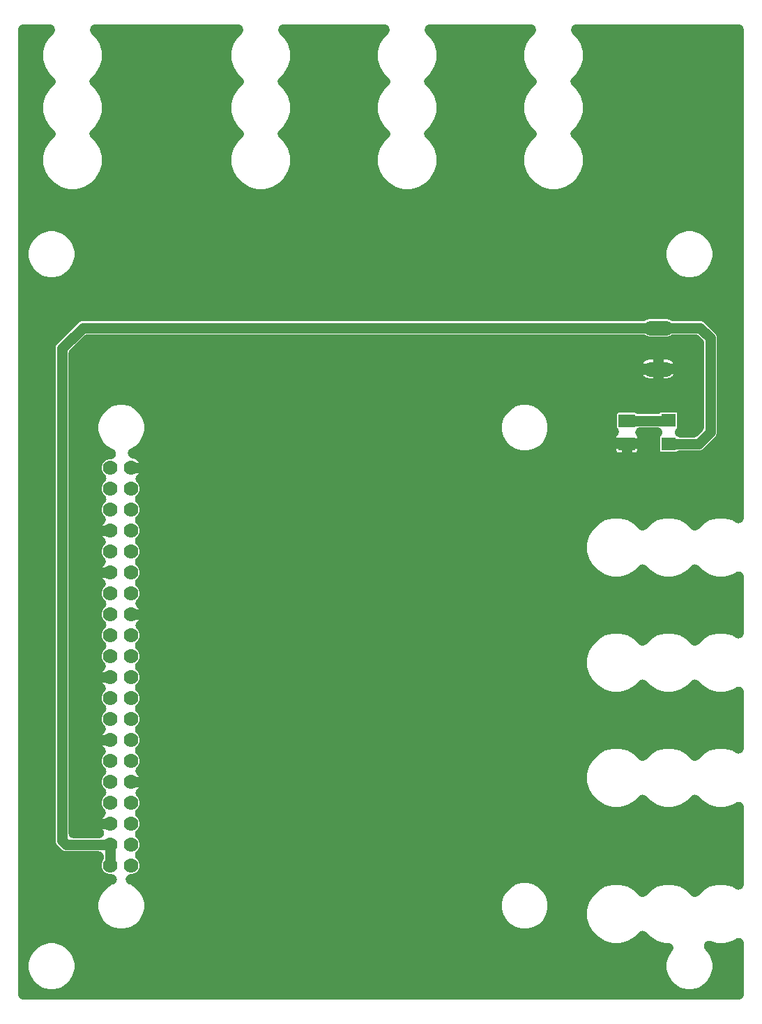
<source format=gbr>
G04 EAGLE Gerber RS-274X export*
G75*
%MOMM*%
%FSLAX34Y34*%
%LPD*%
%INBottom Copper*%
%IPPOS*%
%AMOC8*
5,1,8,0,0,1.08239X$1,22.5*%
G01*
%ADD10C,1.778000*%
%ADD11C,1.790700*%
%ADD12R,1.803000X1.600000*%
%ADD13R,2.000000X1.600000*%
%ADD14C,1.270000*%

G36*
X884993Y10161D02*
X884993Y10161D01*
X884996Y10161D01*
X885343Y10181D01*
X885701Y10201D01*
X885704Y10201D01*
X885707Y10201D01*
X886047Y10260D01*
X886404Y10320D01*
X886406Y10321D01*
X886409Y10321D01*
X886754Y10421D01*
X887088Y10517D01*
X887091Y10519D01*
X887094Y10519D01*
X887418Y10654D01*
X887746Y10790D01*
X887749Y10792D01*
X887751Y10793D01*
X888063Y10965D01*
X888370Y11135D01*
X888372Y11137D01*
X888375Y11138D01*
X888672Y11349D01*
X888951Y11547D01*
X888953Y11549D01*
X888955Y11551D01*
X889223Y11791D01*
X889482Y12022D01*
X889484Y12025D01*
X889486Y12026D01*
X889724Y12294D01*
X889956Y12554D01*
X889958Y12556D01*
X889960Y12558D01*
X890152Y12830D01*
X890368Y13135D01*
X890370Y13138D01*
X890371Y13140D01*
X890534Y13436D01*
X890712Y13759D01*
X890713Y13762D01*
X890715Y13764D01*
X890846Y14082D01*
X890984Y14417D01*
X890985Y14420D01*
X890986Y14423D01*
X891081Y14752D01*
X891181Y15102D01*
X891182Y15105D01*
X891182Y15107D01*
X891242Y15461D01*
X891300Y15804D01*
X891300Y15807D01*
X891301Y15810D01*
X891339Y16510D01*
X891339Y78718D01*
X891326Y78957D01*
X891321Y79197D01*
X891306Y79312D01*
X891299Y79429D01*
X891259Y79665D01*
X891228Y79903D01*
X891199Y80016D01*
X891180Y80132D01*
X891114Y80361D01*
X891056Y80594D01*
X891015Y80704D01*
X890983Y80816D01*
X890891Y81037D01*
X890807Y81262D01*
X890755Y81366D01*
X890710Y81474D01*
X890594Y81684D01*
X890486Y81898D01*
X890421Y81996D01*
X890365Y82098D01*
X890227Y82293D01*
X890095Y82493D01*
X890020Y82583D01*
X889953Y82679D01*
X889793Y82857D01*
X889640Y83041D01*
X889556Y83122D01*
X889478Y83210D01*
X889299Y83369D01*
X889126Y83535D01*
X889033Y83606D01*
X888946Y83684D01*
X888751Y83823D01*
X888561Y83968D01*
X888460Y84028D01*
X888365Y84096D01*
X888155Y84212D01*
X887950Y84335D01*
X887844Y84384D01*
X887741Y84440D01*
X887520Y84532D01*
X887302Y84631D01*
X887191Y84668D01*
X887083Y84712D01*
X886853Y84779D01*
X886625Y84853D01*
X886511Y84877D01*
X886398Y84909D01*
X886162Y84949D01*
X885927Y84998D01*
X885811Y85008D01*
X885696Y85028D01*
X885457Y85041D01*
X885218Y85063D01*
X885101Y85061D01*
X884984Y85067D01*
X884745Y85054D01*
X884506Y85049D01*
X884390Y85033D01*
X884273Y85027D01*
X884037Y84986D01*
X883800Y84955D01*
X883686Y84926D01*
X883571Y84907D01*
X883341Y84840D01*
X883108Y84782D01*
X882999Y84741D01*
X882886Y84709D01*
X882665Y84617D01*
X882441Y84533D01*
X882335Y84480D01*
X882229Y84435D01*
X882029Y84325D01*
X881815Y84217D01*
X877172Y81535D01*
X868229Y79139D01*
X858971Y79139D01*
X850861Y81312D01*
X850744Y81337D01*
X850629Y81370D01*
X850396Y81409D01*
X850164Y81458D01*
X850044Y81469D01*
X849927Y81489D01*
X849691Y81502D01*
X849455Y81524D01*
X849335Y81522D01*
X849215Y81529D01*
X848979Y81515D01*
X848742Y81511D01*
X848624Y81495D01*
X848504Y81488D01*
X848270Y81448D01*
X848036Y81418D01*
X847920Y81389D01*
X847802Y81369D01*
X847574Y81303D01*
X847345Y81246D01*
X847232Y81204D01*
X847117Y81171D01*
X846899Y81080D01*
X846677Y80998D01*
X846570Y80944D01*
X846459Y80898D01*
X846252Y80783D01*
X846041Y80677D01*
X845941Y80611D01*
X845836Y80553D01*
X845643Y80416D01*
X845445Y80286D01*
X845353Y80209D01*
X845255Y80140D01*
X845079Y79982D01*
X844897Y79831D01*
X844814Y79745D01*
X844724Y79665D01*
X844567Y79488D01*
X844403Y79318D01*
X844330Y79223D01*
X844250Y79133D01*
X844113Y78940D01*
X843970Y78752D01*
X843908Y78650D01*
X843839Y78552D01*
X843724Y78345D01*
X843602Y78142D01*
X843552Y78033D01*
X843495Y77928D01*
X843404Y77709D01*
X843306Y77494D01*
X843268Y77380D01*
X843223Y77269D01*
X843157Y77042D01*
X843084Y76817D01*
X843059Y76700D01*
X843026Y76585D01*
X842987Y76351D01*
X842939Y76120D01*
X842928Y76000D01*
X842908Y75882D01*
X842895Y75646D01*
X842873Y75410D01*
X842875Y75290D01*
X842869Y75171D01*
X842882Y74934D01*
X842887Y74698D01*
X842903Y74579D01*
X842910Y74460D01*
X842950Y74226D01*
X842981Y73992D01*
X843010Y73876D01*
X843030Y73757D01*
X843096Y73530D01*
X843153Y73300D01*
X843195Y73188D01*
X843228Y73073D01*
X843319Y72854D01*
X843402Y72633D01*
X843456Y72526D01*
X843502Y72415D01*
X843617Y72209D01*
X843724Y71997D01*
X843790Y71897D01*
X843848Y71792D01*
X843985Y71600D01*
X844115Y71402D01*
X844191Y71310D01*
X844261Y71212D01*
X844423Y71031D01*
X844570Y70854D01*
X844652Y70776D01*
X844728Y70690D01*
X847634Y67784D01*
X851276Y61477D01*
X853161Y54442D01*
X853161Y47158D01*
X851276Y40123D01*
X847634Y33816D01*
X842484Y28666D01*
X836177Y25024D01*
X829142Y23139D01*
X821858Y23139D01*
X814823Y25024D01*
X808516Y28666D01*
X803366Y33816D01*
X799724Y40123D01*
X797839Y47158D01*
X797839Y54442D01*
X799724Y61477D01*
X803366Y67784D01*
X803882Y68300D01*
X803883Y68301D01*
X803884Y68302D01*
X804121Y68568D01*
X804357Y68832D01*
X804358Y68833D01*
X804359Y68834D01*
X804588Y69158D01*
X804769Y69413D01*
X804770Y69414D01*
X804771Y69415D01*
X804954Y69748D01*
X805114Y70036D01*
X805114Y70038D01*
X805115Y70039D01*
X805248Y70360D01*
X805386Y70694D01*
X805387Y70696D01*
X805387Y70697D01*
X805485Y71037D01*
X805583Y71379D01*
X805583Y71381D01*
X805584Y71382D01*
X805636Y71691D01*
X805702Y72081D01*
X805702Y72083D01*
X805703Y72084D01*
X805720Y72398D01*
X805742Y72793D01*
X805742Y72794D01*
X805742Y72796D01*
X805724Y73105D01*
X805702Y73504D01*
X805701Y73506D01*
X805701Y73507D01*
X805649Y73810D01*
X805582Y74206D01*
X805581Y74208D01*
X805581Y74209D01*
X805480Y74560D01*
X805384Y74891D01*
X805384Y74892D01*
X805383Y74894D01*
X805244Y75228D01*
X805111Y75549D01*
X805110Y75550D01*
X805110Y75551D01*
X804957Y75828D01*
X804766Y76172D01*
X804765Y76173D01*
X804765Y76175D01*
X804583Y76430D01*
X804353Y76753D01*
X804352Y76754D01*
X804352Y76755D01*
X804138Y76994D01*
X803878Y77284D01*
X803877Y77285D01*
X803876Y77286D01*
X803606Y77526D01*
X803347Y77758D01*
X803345Y77759D01*
X803344Y77760D01*
X803061Y77960D01*
X802765Y78170D01*
X802764Y78170D01*
X802763Y78171D01*
X802451Y78343D01*
X802141Y78513D01*
X802140Y78514D01*
X802139Y78515D01*
X801805Y78652D01*
X801483Y78785D01*
X801481Y78786D01*
X801480Y78786D01*
X801135Y78885D01*
X800798Y78982D01*
X800797Y78982D01*
X800795Y78982D01*
X800422Y79045D01*
X800096Y79100D01*
X800094Y79100D01*
X800093Y79101D01*
X799393Y79139D01*
X795471Y79139D01*
X786528Y81535D01*
X778511Y86164D01*
X772840Y91836D01*
X772837Y91838D01*
X772836Y91840D01*
X772578Y92070D01*
X772308Y92310D01*
X772306Y92312D01*
X772304Y92314D01*
X772026Y92511D01*
X771727Y92723D01*
X771725Y92724D01*
X771722Y92726D01*
X771407Y92899D01*
X771104Y93067D01*
X771101Y93068D01*
X771099Y93070D01*
X770768Y93206D01*
X770445Y93340D01*
X770443Y93340D01*
X770440Y93341D01*
X770102Y93438D01*
X769761Y93537D01*
X769758Y93537D01*
X769755Y93538D01*
X769393Y93599D01*
X769058Y93656D01*
X769056Y93656D01*
X769053Y93656D01*
X768687Y93676D01*
X768347Y93695D01*
X768344Y93695D01*
X768341Y93695D01*
X767990Y93675D01*
X767636Y93655D01*
X767633Y93654D01*
X767630Y93654D01*
X767287Y93595D01*
X766934Y93535D01*
X766931Y93534D01*
X766928Y93534D01*
X766596Y93438D01*
X766249Y93338D01*
X766246Y93336D01*
X766244Y93336D01*
X765920Y93201D01*
X765591Y93065D01*
X765589Y93063D01*
X765586Y93062D01*
X765278Y92891D01*
X764968Y92719D01*
X764965Y92718D01*
X764963Y92716D01*
X764675Y92511D01*
X764387Y92307D01*
X764385Y92305D01*
X764383Y92303D01*
X763860Y91836D01*
X758189Y86164D01*
X750172Y81535D01*
X741229Y79139D01*
X731971Y79139D01*
X723028Y81535D01*
X715011Y86164D01*
X708464Y92711D01*
X703835Y100728D01*
X701439Y109671D01*
X701439Y118929D01*
X703835Y127872D01*
X708464Y135889D01*
X715011Y142436D01*
X723028Y147065D01*
X731971Y149461D01*
X741229Y149461D01*
X750172Y147065D01*
X758189Y142436D01*
X763860Y136764D01*
X763863Y136763D01*
X763864Y136760D01*
X764140Y136515D01*
X764392Y136290D01*
X764394Y136288D01*
X764396Y136286D01*
X764701Y136070D01*
X764973Y135877D01*
X764975Y135876D01*
X764978Y135874D01*
X765292Y135701D01*
X765596Y135533D01*
X765599Y135532D01*
X765601Y135530D01*
X765936Y135392D01*
X766254Y135260D01*
X766257Y135260D01*
X766260Y135259D01*
X766598Y135162D01*
X766939Y135063D01*
X766942Y135063D01*
X766945Y135062D01*
X767310Y135001D01*
X767642Y134944D01*
X767644Y134944D01*
X767647Y134944D01*
X768013Y134924D01*
X768353Y134905D01*
X768356Y134905D01*
X768359Y134905D01*
X768710Y134925D01*
X769064Y134945D01*
X769067Y134946D01*
X769070Y134946D01*
X769413Y135004D01*
X769766Y135065D01*
X769769Y135066D01*
X769772Y135066D01*
X770125Y135168D01*
X770451Y135262D01*
X770453Y135263D01*
X770456Y135264D01*
X770789Y135403D01*
X771109Y135535D01*
X771111Y135537D01*
X771114Y135538D01*
X771414Y135705D01*
X771732Y135881D01*
X771735Y135882D01*
X771737Y135884D01*
X771999Y136070D01*
X772313Y136293D01*
X772315Y136295D01*
X772317Y136297D01*
X772840Y136764D01*
X778511Y142436D01*
X786528Y147065D01*
X795471Y149461D01*
X804729Y149461D01*
X813672Y147065D01*
X821689Y142436D01*
X827360Y136764D01*
X827363Y136763D01*
X827364Y136760D01*
X827640Y136515D01*
X827892Y136290D01*
X827894Y136288D01*
X827896Y136286D01*
X828201Y136070D01*
X828473Y135877D01*
X828475Y135876D01*
X828478Y135874D01*
X828792Y135701D01*
X829096Y135533D01*
X829099Y135532D01*
X829101Y135530D01*
X829436Y135392D01*
X829754Y135260D01*
X829757Y135260D01*
X829760Y135259D01*
X830098Y135162D01*
X830439Y135063D01*
X830442Y135063D01*
X830445Y135062D01*
X830810Y135001D01*
X831142Y134944D01*
X831144Y134944D01*
X831147Y134944D01*
X831513Y134924D01*
X831853Y134905D01*
X831856Y134905D01*
X831859Y134905D01*
X832210Y134925D01*
X832564Y134945D01*
X832567Y134946D01*
X832570Y134946D01*
X832913Y135004D01*
X833266Y135065D01*
X833269Y135066D01*
X833272Y135066D01*
X833625Y135168D01*
X833951Y135262D01*
X833953Y135263D01*
X833956Y135264D01*
X834289Y135403D01*
X834609Y135535D01*
X834611Y135537D01*
X834614Y135538D01*
X834914Y135705D01*
X835232Y135881D01*
X835235Y135882D01*
X835237Y135884D01*
X835499Y136070D01*
X835813Y136293D01*
X835815Y136295D01*
X835817Y136297D01*
X836340Y136764D01*
X842011Y142436D01*
X850028Y147065D01*
X858971Y149461D01*
X868229Y149461D01*
X877172Y147065D01*
X881815Y144383D01*
X882029Y144276D01*
X882239Y144160D01*
X882347Y144115D01*
X882451Y144062D01*
X882676Y143979D01*
X882897Y143888D01*
X883010Y143855D01*
X883119Y143815D01*
X883352Y143757D01*
X883582Y143691D01*
X883697Y143671D01*
X883811Y143643D01*
X884048Y143612D01*
X884284Y143572D01*
X884401Y143566D01*
X884517Y143550D01*
X884757Y143546D01*
X884996Y143533D01*
X885113Y143539D01*
X885229Y143537D01*
X885468Y143560D01*
X885707Y143573D01*
X885822Y143593D01*
X885939Y143604D01*
X886173Y143653D01*
X886409Y143693D01*
X886522Y143726D01*
X886636Y143750D01*
X886863Y143825D01*
X887094Y143891D01*
X887202Y143936D01*
X887313Y143973D01*
X887530Y144073D01*
X887751Y144165D01*
X887854Y144222D01*
X887960Y144270D01*
X888165Y144394D01*
X888375Y144510D01*
X888470Y144578D01*
X888570Y144638D01*
X888760Y144785D01*
X888955Y144923D01*
X889042Y145001D01*
X889135Y145072D01*
X889307Y145239D01*
X889486Y145399D01*
X889563Y145486D01*
X889648Y145567D01*
X889800Y145751D01*
X889960Y145930D01*
X890027Y146026D01*
X890102Y146116D01*
X890233Y146316D01*
X890371Y146512D01*
X890427Y146614D01*
X890491Y146712D01*
X890599Y146927D01*
X890715Y147136D01*
X890759Y147244D01*
X890812Y147349D01*
X890895Y147574D01*
X890986Y147795D01*
X891018Y147907D01*
X891059Y148017D01*
X891117Y148250D01*
X891182Y148480D01*
X891202Y148595D01*
X891230Y148708D01*
X891261Y148946D01*
X891301Y149182D01*
X891307Y149301D01*
X891322Y149415D01*
X891326Y149643D01*
X891339Y149882D01*
X891339Y243818D01*
X891326Y244057D01*
X891321Y244297D01*
X891306Y244412D01*
X891299Y244529D01*
X891259Y244765D01*
X891228Y245003D01*
X891199Y245116D01*
X891180Y245232D01*
X891114Y245461D01*
X891056Y245694D01*
X891015Y245804D01*
X890983Y245916D01*
X890891Y246137D01*
X890807Y246362D01*
X890755Y246466D01*
X890710Y246574D01*
X890594Y246784D01*
X890486Y246998D01*
X890421Y247096D01*
X890365Y247198D01*
X890227Y247393D01*
X890095Y247593D01*
X890020Y247683D01*
X889953Y247779D01*
X889793Y247957D01*
X889640Y248141D01*
X889556Y248222D01*
X889478Y248310D01*
X889299Y248469D01*
X889126Y248635D01*
X889033Y248706D01*
X888946Y248784D01*
X888751Y248923D01*
X888561Y249068D01*
X888460Y249128D01*
X888365Y249196D01*
X888155Y249312D01*
X887950Y249435D01*
X887844Y249484D01*
X887741Y249540D01*
X887520Y249632D01*
X887302Y249731D01*
X887191Y249768D01*
X887083Y249812D01*
X886853Y249879D01*
X886625Y249953D01*
X886511Y249977D01*
X886398Y250009D01*
X886162Y250049D01*
X885927Y250098D01*
X885811Y250108D01*
X885696Y250128D01*
X885457Y250141D01*
X885218Y250163D01*
X885101Y250161D01*
X884984Y250167D01*
X884745Y250154D01*
X884506Y250149D01*
X884390Y250133D01*
X884273Y250127D01*
X884037Y250086D01*
X883800Y250055D01*
X883686Y250026D01*
X883571Y250007D01*
X883341Y249940D01*
X883108Y249882D01*
X882999Y249841D01*
X882886Y249809D01*
X882665Y249717D01*
X882441Y249633D01*
X882335Y249580D01*
X882229Y249535D01*
X882029Y249425D01*
X881815Y249317D01*
X877172Y246635D01*
X868229Y244239D01*
X858971Y244239D01*
X850028Y246635D01*
X842011Y251264D01*
X836340Y256936D01*
X836337Y256938D01*
X836336Y256940D01*
X836078Y257170D01*
X835808Y257410D01*
X835806Y257412D01*
X835804Y257414D01*
X835526Y257611D01*
X835227Y257823D01*
X835225Y257824D01*
X835222Y257826D01*
X834907Y257999D01*
X834604Y258167D01*
X834601Y258168D01*
X834599Y258170D01*
X834268Y258306D01*
X833945Y258440D01*
X833943Y258440D01*
X833940Y258441D01*
X833602Y258538D01*
X833261Y258637D01*
X833258Y258637D01*
X833255Y258638D01*
X832893Y258699D01*
X832558Y258756D01*
X832556Y258756D01*
X832553Y258756D01*
X832187Y258776D01*
X831847Y258795D01*
X831844Y258795D01*
X831841Y258795D01*
X831490Y258775D01*
X831136Y258755D01*
X831133Y258754D01*
X831130Y258754D01*
X830787Y258695D01*
X830434Y258635D01*
X830431Y258634D01*
X830428Y258634D01*
X830096Y258538D01*
X829749Y258438D01*
X829746Y258436D01*
X829744Y258436D01*
X829420Y258301D01*
X829091Y258165D01*
X829089Y258163D01*
X829086Y258162D01*
X828778Y257991D01*
X828468Y257819D01*
X828465Y257818D01*
X828463Y257816D01*
X828175Y257611D01*
X827887Y257407D01*
X827885Y257405D01*
X827883Y257403D01*
X827360Y256936D01*
X821689Y251264D01*
X813672Y246635D01*
X804729Y244239D01*
X795471Y244239D01*
X786528Y246635D01*
X778511Y251264D01*
X772840Y256936D01*
X772837Y256938D01*
X772836Y256940D01*
X772578Y257170D01*
X772308Y257410D01*
X772306Y257412D01*
X772304Y257414D01*
X772026Y257611D01*
X771727Y257823D01*
X771725Y257824D01*
X771722Y257826D01*
X771407Y257999D01*
X771104Y258167D01*
X771101Y258168D01*
X771099Y258170D01*
X770768Y258306D01*
X770445Y258440D01*
X770443Y258440D01*
X770440Y258441D01*
X770102Y258538D01*
X769761Y258637D01*
X769758Y258637D01*
X769755Y258638D01*
X769393Y258699D01*
X769058Y258756D01*
X769056Y258756D01*
X769053Y258756D01*
X768687Y258776D01*
X768347Y258795D01*
X768344Y258795D01*
X768341Y258795D01*
X767990Y258775D01*
X767636Y258755D01*
X767633Y258754D01*
X767630Y258754D01*
X767287Y258695D01*
X766934Y258635D01*
X766931Y258634D01*
X766928Y258634D01*
X766596Y258538D01*
X766249Y258438D01*
X766246Y258436D01*
X766244Y258436D01*
X765920Y258301D01*
X765591Y258165D01*
X765589Y258163D01*
X765586Y258162D01*
X765278Y257991D01*
X764968Y257819D01*
X764965Y257818D01*
X764963Y257816D01*
X764675Y257611D01*
X764387Y257407D01*
X764385Y257405D01*
X764383Y257403D01*
X763860Y256936D01*
X758189Y251264D01*
X750172Y246635D01*
X741229Y244239D01*
X731971Y244239D01*
X723028Y246635D01*
X715011Y251264D01*
X708464Y257811D01*
X703835Y265828D01*
X701439Y274771D01*
X701439Y284029D01*
X703835Y292972D01*
X708464Y300989D01*
X715011Y307536D01*
X723028Y312165D01*
X731971Y314561D01*
X741229Y314561D01*
X750172Y312165D01*
X758189Y307536D01*
X763860Y301864D01*
X763863Y301863D01*
X763864Y301860D01*
X764140Y301615D01*
X764392Y301390D01*
X764394Y301388D01*
X764396Y301386D01*
X764693Y301176D01*
X764973Y300977D01*
X764975Y300976D01*
X764978Y300974D01*
X765292Y300801D01*
X765596Y300633D01*
X765599Y300632D01*
X765601Y300630D01*
X765932Y300494D01*
X766254Y300360D01*
X766257Y300360D01*
X766260Y300359D01*
X766598Y300262D01*
X766939Y300163D01*
X766942Y300163D01*
X766945Y300162D01*
X767310Y300101D01*
X767642Y300044D01*
X767644Y300044D01*
X767647Y300044D01*
X768013Y300024D01*
X768353Y300005D01*
X768356Y300005D01*
X768359Y300005D01*
X768710Y300025D01*
X769064Y300045D01*
X769067Y300046D01*
X769070Y300046D01*
X769413Y300104D01*
X769766Y300165D01*
X769769Y300166D01*
X769772Y300166D01*
X770125Y300268D01*
X770451Y300362D01*
X770453Y300363D01*
X770456Y300364D01*
X770789Y300503D01*
X771109Y300635D01*
X771111Y300637D01*
X771114Y300638D01*
X771414Y300805D01*
X771732Y300981D01*
X771735Y300982D01*
X771737Y300984D01*
X772014Y301180D01*
X772313Y301393D01*
X772315Y301395D01*
X772317Y301397D01*
X772840Y301864D01*
X778511Y307536D01*
X786528Y312165D01*
X795471Y314561D01*
X804729Y314561D01*
X813672Y312165D01*
X821689Y307536D01*
X827360Y301864D01*
X827363Y301863D01*
X827364Y301860D01*
X827640Y301615D01*
X827892Y301390D01*
X827894Y301388D01*
X827896Y301386D01*
X828193Y301176D01*
X828473Y300977D01*
X828475Y300976D01*
X828478Y300974D01*
X828792Y300801D01*
X829096Y300633D01*
X829099Y300632D01*
X829101Y300630D01*
X829432Y300494D01*
X829754Y300360D01*
X829757Y300360D01*
X829760Y300359D01*
X830098Y300262D01*
X830439Y300163D01*
X830442Y300163D01*
X830445Y300162D01*
X830810Y300101D01*
X831142Y300044D01*
X831144Y300044D01*
X831147Y300044D01*
X831513Y300024D01*
X831853Y300005D01*
X831856Y300005D01*
X831859Y300005D01*
X832210Y300025D01*
X832564Y300045D01*
X832567Y300046D01*
X832570Y300046D01*
X832913Y300104D01*
X833266Y300165D01*
X833269Y300166D01*
X833272Y300166D01*
X833625Y300268D01*
X833951Y300362D01*
X833953Y300363D01*
X833956Y300364D01*
X834289Y300503D01*
X834609Y300635D01*
X834611Y300637D01*
X834614Y300638D01*
X834914Y300805D01*
X835232Y300981D01*
X835235Y300982D01*
X835237Y300984D01*
X835514Y301180D01*
X835813Y301393D01*
X835815Y301395D01*
X835817Y301397D01*
X836340Y301864D01*
X842011Y307536D01*
X850028Y312165D01*
X858971Y314561D01*
X868229Y314561D01*
X877172Y312165D01*
X881815Y309483D01*
X882029Y309376D01*
X882239Y309260D01*
X882347Y309215D01*
X882451Y309162D01*
X882676Y309079D01*
X882897Y308988D01*
X883010Y308955D01*
X883119Y308915D01*
X883352Y308857D01*
X883582Y308791D01*
X883697Y308771D01*
X883811Y308743D01*
X884048Y308712D01*
X884284Y308672D01*
X884401Y308666D01*
X884517Y308650D01*
X884757Y308646D01*
X884996Y308633D01*
X885113Y308639D01*
X885229Y308637D01*
X885468Y308660D01*
X885707Y308673D01*
X885822Y308693D01*
X885939Y308704D01*
X886173Y308753D01*
X886409Y308793D01*
X886522Y308826D01*
X886636Y308850D01*
X886863Y308925D01*
X887094Y308991D01*
X887202Y309036D01*
X887313Y309073D01*
X887530Y309173D01*
X887751Y309265D01*
X887854Y309322D01*
X887960Y309370D01*
X888165Y309494D01*
X888375Y309610D01*
X888470Y309678D01*
X888570Y309738D01*
X888760Y309885D01*
X888955Y310023D01*
X889042Y310101D01*
X889135Y310172D01*
X889307Y310339D01*
X889486Y310499D01*
X889563Y310586D01*
X889648Y310667D01*
X889800Y310851D01*
X889960Y311030D01*
X890027Y311126D01*
X890102Y311216D01*
X890233Y311416D01*
X890371Y311612D01*
X890427Y311714D01*
X890491Y311812D01*
X890599Y312027D01*
X890715Y312236D01*
X890759Y312344D01*
X890812Y312449D01*
X890895Y312674D01*
X890986Y312895D01*
X891018Y313007D01*
X891059Y313117D01*
X891117Y313350D01*
X891182Y313580D01*
X891202Y313695D01*
X891230Y313808D01*
X891261Y314046D01*
X891301Y314282D01*
X891307Y314401D01*
X891322Y314515D01*
X891326Y314743D01*
X891339Y314982D01*
X891339Y383518D01*
X891326Y383757D01*
X891321Y383997D01*
X891306Y384112D01*
X891299Y384229D01*
X891259Y384465D01*
X891228Y384703D01*
X891199Y384816D01*
X891180Y384932D01*
X891114Y385161D01*
X891056Y385394D01*
X891015Y385504D01*
X890983Y385616D01*
X890891Y385837D01*
X890807Y386062D01*
X890755Y386166D01*
X890710Y386274D01*
X890594Y386484D01*
X890486Y386698D01*
X890421Y386796D01*
X890365Y386898D01*
X890227Y387093D01*
X890095Y387293D01*
X890020Y387383D01*
X889953Y387479D01*
X889793Y387657D01*
X889640Y387841D01*
X889556Y387922D01*
X889478Y388010D01*
X889299Y388169D01*
X889126Y388335D01*
X889033Y388406D01*
X888946Y388484D01*
X888751Y388623D01*
X888561Y388768D01*
X888460Y388828D01*
X888365Y388896D01*
X888155Y389012D01*
X887950Y389135D01*
X887844Y389184D01*
X887741Y389240D01*
X887520Y389332D01*
X887302Y389431D01*
X887191Y389468D01*
X887083Y389512D01*
X886853Y389579D01*
X886625Y389653D01*
X886511Y389677D01*
X886398Y389709D01*
X886162Y389749D01*
X885927Y389798D01*
X885811Y389808D01*
X885696Y389828D01*
X885457Y389841D01*
X885218Y389863D01*
X885101Y389861D01*
X884984Y389867D01*
X884745Y389854D01*
X884506Y389849D01*
X884390Y389833D01*
X884273Y389827D01*
X884037Y389786D01*
X883800Y389755D01*
X883686Y389726D01*
X883571Y389707D01*
X883341Y389640D01*
X883108Y389582D01*
X882999Y389541D01*
X882886Y389509D01*
X882665Y389417D01*
X882441Y389333D01*
X882335Y389280D01*
X882229Y389235D01*
X882029Y389125D01*
X881815Y389017D01*
X877172Y386335D01*
X868229Y383939D01*
X858971Y383939D01*
X850028Y386335D01*
X842011Y390964D01*
X836340Y396636D01*
X836337Y396638D01*
X836336Y396640D01*
X836078Y396870D01*
X835808Y397110D01*
X835806Y397112D01*
X835804Y397114D01*
X835533Y397306D01*
X835227Y397523D01*
X835225Y397524D01*
X835222Y397526D01*
X834907Y397699D01*
X834604Y397867D01*
X834601Y397868D01*
X834599Y397870D01*
X834268Y398006D01*
X833945Y398140D01*
X833943Y398140D01*
X833940Y398141D01*
X833602Y398238D01*
X833261Y398337D01*
X833258Y398337D01*
X833255Y398338D01*
X832893Y398399D01*
X832558Y398456D01*
X832556Y398456D01*
X832553Y398456D01*
X832187Y398476D01*
X831847Y398495D01*
X831844Y398495D01*
X831841Y398495D01*
X831490Y398475D01*
X831136Y398455D01*
X831133Y398454D01*
X831130Y398454D01*
X830787Y398395D01*
X830434Y398335D01*
X830431Y398334D01*
X830428Y398334D01*
X830096Y398238D01*
X829749Y398138D01*
X829746Y398136D01*
X829744Y398136D01*
X829420Y398001D01*
X829091Y397865D01*
X829089Y397863D01*
X829086Y397862D01*
X828778Y397691D01*
X828468Y397519D01*
X828465Y397518D01*
X828463Y397516D01*
X828175Y397311D01*
X827887Y397107D01*
X827885Y397105D01*
X827883Y397103D01*
X827360Y396636D01*
X821689Y390964D01*
X813672Y386335D01*
X804729Y383939D01*
X795471Y383939D01*
X786528Y386335D01*
X778511Y390964D01*
X772840Y396636D01*
X772837Y396638D01*
X772836Y396640D01*
X772578Y396870D01*
X772308Y397110D01*
X772306Y397112D01*
X772304Y397114D01*
X772033Y397306D01*
X771727Y397523D01*
X771725Y397524D01*
X771722Y397526D01*
X771407Y397699D01*
X771104Y397867D01*
X771101Y397868D01*
X771099Y397870D01*
X770768Y398006D01*
X770445Y398140D01*
X770443Y398140D01*
X770440Y398141D01*
X770102Y398238D01*
X769761Y398337D01*
X769758Y398337D01*
X769755Y398338D01*
X769393Y398399D01*
X769058Y398456D01*
X769056Y398456D01*
X769053Y398456D01*
X768687Y398476D01*
X768347Y398495D01*
X768344Y398495D01*
X768341Y398495D01*
X767990Y398475D01*
X767636Y398455D01*
X767633Y398454D01*
X767630Y398454D01*
X767287Y398395D01*
X766934Y398335D01*
X766931Y398334D01*
X766928Y398334D01*
X766596Y398238D01*
X766249Y398138D01*
X766246Y398136D01*
X766244Y398136D01*
X765920Y398001D01*
X765591Y397865D01*
X765589Y397863D01*
X765586Y397862D01*
X765278Y397691D01*
X764968Y397519D01*
X764965Y397518D01*
X764963Y397516D01*
X764675Y397311D01*
X764387Y397107D01*
X764385Y397105D01*
X764383Y397103D01*
X763860Y396636D01*
X758189Y390964D01*
X750172Y386335D01*
X741229Y383939D01*
X731971Y383939D01*
X723028Y386335D01*
X715011Y390964D01*
X708464Y397511D01*
X703835Y405528D01*
X701439Y414471D01*
X701439Y423729D01*
X703835Y432672D01*
X708464Y440689D01*
X715011Y447236D01*
X723028Y451865D01*
X731971Y454261D01*
X741229Y454261D01*
X750172Y451865D01*
X758189Y447236D01*
X763860Y441564D01*
X763863Y441563D01*
X763864Y441560D01*
X764140Y441315D01*
X764392Y441090D01*
X764394Y441088D01*
X764396Y441086D01*
X764694Y440875D01*
X764973Y440677D01*
X764975Y440676D01*
X764978Y440674D01*
X765292Y440501D01*
X765596Y440333D01*
X765599Y440332D01*
X765601Y440330D01*
X765932Y440194D01*
X766254Y440060D01*
X766257Y440060D01*
X766260Y440059D01*
X766598Y439962D01*
X766939Y439863D01*
X766942Y439863D01*
X766945Y439862D01*
X767310Y439801D01*
X767642Y439744D01*
X767644Y439744D01*
X767647Y439744D01*
X768013Y439724D01*
X768353Y439705D01*
X768356Y439705D01*
X768359Y439705D01*
X768710Y439725D01*
X769064Y439745D01*
X769067Y439746D01*
X769070Y439746D01*
X769413Y439804D01*
X769766Y439865D01*
X769769Y439866D01*
X769772Y439866D01*
X770125Y439968D01*
X770451Y440062D01*
X770453Y440063D01*
X770456Y440064D01*
X770788Y440202D01*
X771109Y440335D01*
X771111Y440337D01*
X771114Y440338D01*
X771409Y440502D01*
X771732Y440681D01*
X771735Y440682D01*
X771737Y440684D01*
X772014Y440880D01*
X772313Y441093D01*
X772315Y441095D01*
X772317Y441097D01*
X772840Y441564D01*
X778511Y447236D01*
X786528Y451865D01*
X795471Y454261D01*
X804729Y454261D01*
X813672Y451865D01*
X821689Y447236D01*
X827360Y441564D01*
X827363Y441563D01*
X827364Y441560D01*
X827640Y441315D01*
X827892Y441090D01*
X827894Y441088D01*
X827896Y441086D01*
X828194Y440875D01*
X828473Y440677D01*
X828475Y440676D01*
X828478Y440674D01*
X828792Y440501D01*
X829096Y440333D01*
X829099Y440332D01*
X829101Y440330D01*
X829432Y440194D01*
X829754Y440060D01*
X829757Y440060D01*
X829760Y440059D01*
X830098Y439962D01*
X830439Y439863D01*
X830442Y439863D01*
X830445Y439862D01*
X830810Y439801D01*
X831142Y439744D01*
X831144Y439744D01*
X831147Y439744D01*
X831513Y439724D01*
X831853Y439705D01*
X831856Y439705D01*
X831859Y439705D01*
X832210Y439725D01*
X832564Y439745D01*
X832567Y439746D01*
X832570Y439746D01*
X832913Y439804D01*
X833266Y439865D01*
X833269Y439866D01*
X833272Y439866D01*
X833625Y439968D01*
X833951Y440062D01*
X833953Y440063D01*
X833956Y440064D01*
X834288Y440202D01*
X834609Y440335D01*
X834611Y440337D01*
X834614Y440338D01*
X834909Y440502D01*
X835232Y440681D01*
X835235Y440682D01*
X835237Y440684D01*
X835514Y440880D01*
X835813Y441093D01*
X835815Y441095D01*
X835817Y441097D01*
X836340Y441564D01*
X842011Y447236D01*
X850028Y451865D01*
X858971Y454261D01*
X868229Y454261D01*
X877172Y451865D01*
X881815Y449183D01*
X882029Y449076D01*
X882239Y448960D01*
X882347Y448915D01*
X882451Y448862D01*
X882676Y448779D01*
X882897Y448688D01*
X883010Y448655D01*
X883119Y448615D01*
X883352Y448557D01*
X883582Y448491D01*
X883697Y448471D01*
X883811Y448443D01*
X884048Y448412D01*
X884284Y448372D01*
X884401Y448366D01*
X884517Y448350D01*
X884757Y448346D01*
X884996Y448333D01*
X885113Y448339D01*
X885229Y448337D01*
X885468Y448360D01*
X885707Y448373D01*
X885822Y448393D01*
X885939Y448404D01*
X886173Y448453D01*
X886409Y448493D01*
X886522Y448526D01*
X886636Y448550D01*
X886863Y448625D01*
X887094Y448691D01*
X887202Y448736D01*
X887313Y448773D01*
X887530Y448873D01*
X887751Y448965D01*
X887854Y449022D01*
X887960Y449070D01*
X888165Y449194D01*
X888375Y449310D01*
X888470Y449378D01*
X888570Y449438D01*
X888760Y449585D01*
X888955Y449723D01*
X889042Y449801D01*
X889135Y449872D01*
X889307Y450039D01*
X889486Y450199D01*
X889563Y450286D01*
X889648Y450367D01*
X889800Y450551D01*
X889960Y450730D01*
X890027Y450826D01*
X890102Y450916D01*
X890233Y451116D01*
X890371Y451312D01*
X890427Y451414D01*
X890491Y451512D01*
X890599Y451727D01*
X890715Y451936D01*
X890759Y452044D01*
X890812Y452149D01*
X890895Y452374D01*
X890986Y452595D01*
X891018Y452707D01*
X891059Y452817D01*
X891117Y453050D01*
X891182Y453280D01*
X891202Y453395D01*
X891230Y453508D01*
X891261Y453746D01*
X891301Y453982D01*
X891307Y454101D01*
X891322Y454215D01*
X891326Y454443D01*
X891339Y454682D01*
X891339Y523218D01*
X891326Y523457D01*
X891321Y523697D01*
X891306Y523812D01*
X891299Y523929D01*
X891259Y524165D01*
X891228Y524403D01*
X891199Y524516D01*
X891180Y524632D01*
X891114Y524861D01*
X891056Y525094D01*
X891015Y525204D01*
X890983Y525316D01*
X890891Y525537D01*
X890807Y525762D01*
X890755Y525866D01*
X890710Y525974D01*
X890594Y526184D01*
X890486Y526398D01*
X890421Y526496D01*
X890365Y526598D01*
X890227Y526793D01*
X890095Y526993D01*
X890020Y527083D01*
X889953Y527179D01*
X889793Y527357D01*
X889640Y527541D01*
X889556Y527622D01*
X889478Y527710D01*
X889299Y527869D01*
X889126Y528035D01*
X889033Y528106D01*
X888946Y528184D01*
X888751Y528323D01*
X888561Y528468D01*
X888460Y528528D01*
X888365Y528596D01*
X888155Y528712D01*
X887950Y528835D01*
X887844Y528884D01*
X887741Y528940D01*
X887520Y529032D01*
X887302Y529131D01*
X887191Y529168D01*
X887083Y529212D01*
X886853Y529279D01*
X886625Y529353D01*
X886511Y529377D01*
X886398Y529409D01*
X886162Y529449D01*
X885927Y529498D01*
X885811Y529508D01*
X885696Y529528D01*
X885457Y529541D01*
X885218Y529563D01*
X885101Y529561D01*
X884984Y529567D01*
X884745Y529554D01*
X884506Y529549D01*
X884390Y529533D01*
X884273Y529527D01*
X884037Y529486D01*
X883800Y529455D01*
X883686Y529426D01*
X883571Y529407D01*
X883341Y529340D01*
X883108Y529282D01*
X882999Y529241D01*
X882886Y529209D01*
X882665Y529117D01*
X882441Y529033D01*
X882335Y528980D01*
X882229Y528935D01*
X882029Y528825D01*
X881815Y528717D01*
X877172Y526035D01*
X868229Y523639D01*
X858971Y523639D01*
X850028Y526035D01*
X842011Y530664D01*
X836340Y536336D01*
X836337Y536338D01*
X836336Y536340D01*
X836078Y536570D01*
X835808Y536810D01*
X835806Y536812D01*
X835804Y536814D01*
X835534Y537005D01*
X835227Y537223D01*
X835225Y537224D01*
X835222Y537226D01*
X834907Y537399D01*
X834604Y537567D01*
X834601Y537568D01*
X834599Y537570D01*
X834268Y537706D01*
X833945Y537840D01*
X833943Y537840D01*
X833940Y537841D01*
X833602Y537938D01*
X833261Y538037D01*
X833258Y538037D01*
X833255Y538038D01*
X832893Y538099D01*
X832558Y538156D01*
X832556Y538156D01*
X832553Y538156D01*
X832187Y538176D01*
X831847Y538195D01*
X831844Y538195D01*
X831841Y538195D01*
X831490Y538175D01*
X831136Y538155D01*
X831133Y538154D01*
X831130Y538154D01*
X830787Y538095D01*
X830434Y538035D01*
X830431Y538034D01*
X830428Y538034D01*
X830096Y537938D01*
X829749Y537838D01*
X829746Y537836D01*
X829744Y537836D01*
X829420Y537701D01*
X829091Y537565D01*
X829089Y537563D01*
X829086Y537562D01*
X828772Y537388D01*
X828468Y537219D01*
X828465Y537218D01*
X828463Y537216D01*
X828175Y537011D01*
X827887Y536807D01*
X827885Y536805D01*
X827883Y536803D01*
X827360Y536336D01*
X821689Y530664D01*
X813672Y526035D01*
X804729Y523639D01*
X795471Y523639D01*
X786528Y526035D01*
X778511Y530664D01*
X772840Y536336D01*
X772837Y536338D01*
X772836Y536340D01*
X772578Y536570D01*
X772308Y536810D01*
X772306Y536812D01*
X772304Y536814D01*
X772034Y537005D01*
X771727Y537223D01*
X771725Y537224D01*
X771722Y537226D01*
X771407Y537399D01*
X771104Y537567D01*
X771101Y537568D01*
X771099Y537570D01*
X770768Y537706D01*
X770445Y537840D01*
X770443Y537840D01*
X770440Y537841D01*
X770102Y537938D01*
X769761Y538037D01*
X769758Y538037D01*
X769755Y538038D01*
X769393Y538099D01*
X769058Y538156D01*
X769056Y538156D01*
X769053Y538156D01*
X768687Y538176D01*
X768347Y538195D01*
X768344Y538195D01*
X768341Y538195D01*
X767990Y538175D01*
X767636Y538155D01*
X767633Y538154D01*
X767630Y538154D01*
X767287Y538095D01*
X766934Y538035D01*
X766931Y538034D01*
X766928Y538034D01*
X766596Y537938D01*
X766249Y537838D01*
X766246Y537836D01*
X766244Y537836D01*
X765920Y537701D01*
X765591Y537565D01*
X765589Y537563D01*
X765586Y537562D01*
X765272Y537388D01*
X764968Y537219D01*
X764965Y537218D01*
X764963Y537216D01*
X764675Y537011D01*
X764387Y536807D01*
X764385Y536805D01*
X764383Y536803D01*
X763860Y536336D01*
X758189Y530664D01*
X750172Y526035D01*
X741229Y523639D01*
X731971Y523639D01*
X723028Y526035D01*
X715011Y530664D01*
X708464Y537211D01*
X703835Y545228D01*
X701439Y554171D01*
X701439Y563429D01*
X703835Y572372D01*
X708464Y580389D01*
X715011Y586936D01*
X723028Y591565D01*
X731971Y593961D01*
X741229Y593961D01*
X750172Y591565D01*
X758189Y586936D01*
X763860Y581264D01*
X763863Y581263D01*
X763864Y581260D01*
X764140Y581015D01*
X764392Y580790D01*
X764394Y580788D01*
X764396Y580786D01*
X764693Y580576D01*
X764973Y580377D01*
X764975Y580376D01*
X764978Y580374D01*
X765292Y580201D01*
X765596Y580033D01*
X765599Y580032D01*
X765601Y580030D01*
X765932Y579894D01*
X766254Y579760D01*
X766257Y579760D01*
X766260Y579759D01*
X766598Y579662D01*
X766939Y579563D01*
X766942Y579563D01*
X766945Y579562D01*
X767311Y579500D01*
X767642Y579444D01*
X767644Y579444D01*
X767647Y579444D01*
X768013Y579424D01*
X768353Y579405D01*
X768356Y579405D01*
X768359Y579405D01*
X768710Y579425D01*
X769064Y579445D01*
X769067Y579446D01*
X769070Y579446D01*
X769413Y579504D01*
X769766Y579565D01*
X769769Y579566D01*
X769772Y579566D01*
X770125Y579668D01*
X770451Y579762D01*
X770453Y579763D01*
X770456Y579764D01*
X770789Y579903D01*
X771109Y580035D01*
X771111Y580037D01*
X771114Y580038D01*
X771414Y580205D01*
X771732Y580381D01*
X771735Y580382D01*
X771737Y580384D01*
X772014Y580580D01*
X772313Y580793D01*
X772315Y580795D01*
X772317Y580797D01*
X772840Y581264D01*
X778511Y586936D01*
X786528Y591565D01*
X795471Y593961D01*
X804729Y593961D01*
X813672Y591565D01*
X821689Y586936D01*
X827360Y581264D01*
X827363Y581263D01*
X827364Y581260D01*
X827640Y581015D01*
X827892Y580790D01*
X827894Y580788D01*
X827896Y580786D01*
X828193Y580576D01*
X828473Y580377D01*
X828475Y580376D01*
X828478Y580374D01*
X828792Y580201D01*
X829096Y580033D01*
X829099Y580032D01*
X829101Y580030D01*
X829432Y579894D01*
X829754Y579760D01*
X829757Y579760D01*
X829760Y579759D01*
X830098Y579662D01*
X830439Y579563D01*
X830442Y579563D01*
X830445Y579562D01*
X830811Y579500D01*
X831142Y579444D01*
X831144Y579444D01*
X831147Y579444D01*
X831513Y579424D01*
X831853Y579405D01*
X831856Y579405D01*
X831859Y579405D01*
X832210Y579425D01*
X832564Y579445D01*
X832567Y579446D01*
X832570Y579446D01*
X832913Y579504D01*
X833266Y579565D01*
X833269Y579566D01*
X833272Y579566D01*
X833625Y579668D01*
X833951Y579762D01*
X833953Y579763D01*
X833956Y579764D01*
X834289Y579903D01*
X834609Y580035D01*
X834611Y580037D01*
X834614Y580038D01*
X834914Y580205D01*
X835232Y580381D01*
X835235Y580382D01*
X835237Y580384D01*
X835514Y580580D01*
X835813Y580793D01*
X835815Y580795D01*
X835817Y580797D01*
X836340Y581264D01*
X842011Y586936D01*
X850028Y591565D01*
X858971Y593961D01*
X868229Y593961D01*
X877172Y591565D01*
X881815Y588883D01*
X882029Y588776D01*
X882239Y588660D01*
X882347Y588615D01*
X882451Y588562D01*
X882676Y588479D01*
X882897Y588388D01*
X883010Y588355D01*
X883119Y588315D01*
X883352Y588257D01*
X883582Y588191D01*
X883697Y588171D01*
X883811Y588143D01*
X884048Y588112D01*
X884284Y588072D01*
X884401Y588066D01*
X884517Y588050D01*
X884757Y588046D01*
X884996Y588033D01*
X885113Y588039D01*
X885229Y588037D01*
X885468Y588060D01*
X885707Y588073D01*
X885822Y588093D01*
X885939Y588104D01*
X886173Y588153D01*
X886409Y588193D01*
X886522Y588226D01*
X886636Y588250D01*
X886863Y588325D01*
X887094Y588391D01*
X887202Y588436D01*
X887313Y588473D01*
X887530Y588573D01*
X887751Y588665D01*
X887854Y588722D01*
X887960Y588770D01*
X888165Y588894D01*
X888375Y589010D01*
X888470Y589078D01*
X888570Y589138D01*
X888760Y589285D01*
X888955Y589423D01*
X889042Y589501D01*
X889135Y589572D01*
X889307Y589739D01*
X889486Y589899D01*
X889563Y589986D01*
X889648Y590067D01*
X889800Y590251D01*
X889960Y590430D01*
X890027Y590526D01*
X890102Y590616D01*
X890233Y590816D01*
X890371Y591012D01*
X890427Y591114D01*
X890491Y591212D01*
X890599Y591427D01*
X890715Y591636D01*
X890759Y591744D01*
X890812Y591849D01*
X890895Y592074D01*
X890986Y592295D01*
X891018Y592407D01*
X891059Y592517D01*
X891117Y592750D01*
X891182Y592980D01*
X891202Y593095D01*
X891230Y593208D01*
X891261Y593446D01*
X891301Y593682D01*
X891307Y593801D01*
X891322Y593915D01*
X891326Y594143D01*
X891339Y594382D01*
X891339Y1186690D01*
X891339Y1186693D01*
X891339Y1186696D01*
X891319Y1187043D01*
X891299Y1187401D01*
X891299Y1187404D01*
X891299Y1187407D01*
X891240Y1187747D01*
X891180Y1188104D01*
X891179Y1188106D01*
X891179Y1188109D01*
X891079Y1188454D01*
X890983Y1188788D01*
X890981Y1188791D01*
X890981Y1188794D01*
X890846Y1189118D01*
X890710Y1189446D01*
X890708Y1189449D01*
X890707Y1189451D01*
X890535Y1189763D01*
X890365Y1190070D01*
X890363Y1190072D01*
X890362Y1190075D01*
X890151Y1190372D01*
X889953Y1190651D01*
X889951Y1190653D01*
X889949Y1190655D01*
X889709Y1190923D01*
X889478Y1191182D01*
X889475Y1191184D01*
X889474Y1191186D01*
X889206Y1191424D01*
X888946Y1191656D01*
X888944Y1191658D01*
X888942Y1191660D01*
X888661Y1191858D01*
X888365Y1192068D01*
X888362Y1192070D01*
X888360Y1192071D01*
X888064Y1192234D01*
X887741Y1192412D01*
X887738Y1192413D01*
X887736Y1192415D01*
X887418Y1192546D01*
X887083Y1192684D01*
X887080Y1192685D01*
X887077Y1192686D01*
X886748Y1192781D01*
X886398Y1192881D01*
X886395Y1192882D01*
X886393Y1192882D01*
X886039Y1192942D01*
X885696Y1193000D01*
X885693Y1193000D01*
X885690Y1193001D01*
X884990Y1193039D01*
X688114Y1193039D01*
X688113Y1193039D01*
X688111Y1193039D01*
X687743Y1193018D01*
X687403Y1192999D01*
X687401Y1192999D01*
X687400Y1192999D01*
X687017Y1192934D01*
X686700Y1192880D01*
X686699Y1192880D01*
X686698Y1192879D01*
X686323Y1192771D01*
X686016Y1192683D01*
X686015Y1192682D01*
X686013Y1192682D01*
X685671Y1192540D01*
X685358Y1192410D01*
X685356Y1192409D01*
X685355Y1192409D01*
X685042Y1192235D01*
X684734Y1192065D01*
X684733Y1192064D01*
X684732Y1192063D01*
X684429Y1191848D01*
X684153Y1191653D01*
X684152Y1191652D01*
X684151Y1191651D01*
X683876Y1191404D01*
X683622Y1191178D01*
X683621Y1191177D01*
X683620Y1191176D01*
X683388Y1190916D01*
X683148Y1190646D01*
X683147Y1190645D01*
X683146Y1190644D01*
X682945Y1190361D01*
X682736Y1190065D01*
X682735Y1190064D01*
X682734Y1190062D01*
X682554Y1189734D01*
X682392Y1189441D01*
X682391Y1189440D01*
X682390Y1189439D01*
X682258Y1189117D01*
X682120Y1188783D01*
X682119Y1188781D01*
X682119Y1188780D01*
X682028Y1188465D01*
X681923Y1188098D01*
X681923Y1188097D01*
X681922Y1188095D01*
X681861Y1187735D01*
X681804Y1187396D01*
X681804Y1187394D01*
X681804Y1187393D01*
X681782Y1187005D01*
X681765Y1186684D01*
X681765Y1186683D01*
X681765Y1186681D01*
X681787Y1186293D01*
X681805Y1185973D01*
X681806Y1185972D01*
X681806Y1185970D01*
X681872Y1185581D01*
X681925Y1185271D01*
X681926Y1185270D01*
X681926Y1185268D01*
X682027Y1184920D01*
X682123Y1184586D01*
X682124Y1184585D01*
X682124Y1184584D01*
X682256Y1184266D01*
X682397Y1183929D01*
X682397Y1183927D01*
X682398Y1183926D01*
X682574Y1183608D01*
X682742Y1183305D01*
X682743Y1183304D01*
X682744Y1183303D01*
X682962Y1182996D01*
X683155Y1182725D01*
X683156Y1182724D01*
X683157Y1182723D01*
X683624Y1182200D01*
X688536Y1177289D01*
X693165Y1169272D01*
X695561Y1160329D01*
X695561Y1151071D01*
X693165Y1142128D01*
X688536Y1134111D01*
X682864Y1128440D01*
X682862Y1128437D01*
X682860Y1128436D01*
X682630Y1128178D01*
X682390Y1127908D01*
X682388Y1127906D01*
X682386Y1127904D01*
X682187Y1127623D01*
X681977Y1127327D01*
X681976Y1127325D01*
X681974Y1127322D01*
X681796Y1126999D01*
X681633Y1126704D01*
X681632Y1126701D01*
X681630Y1126699D01*
X681494Y1126368D01*
X681360Y1126045D01*
X681360Y1126043D01*
X681359Y1126040D01*
X681262Y1125702D01*
X681163Y1125361D01*
X681163Y1125358D01*
X681162Y1125355D01*
X681101Y1124993D01*
X681044Y1124658D01*
X681044Y1124656D01*
X681044Y1124653D01*
X681024Y1124287D01*
X681005Y1123947D01*
X681005Y1123944D01*
X681005Y1123941D01*
X681025Y1123590D01*
X681045Y1123236D01*
X681046Y1123233D01*
X681046Y1123230D01*
X681105Y1122887D01*
X681165Y1122534D01*
X681166Y1122531D01*
X681166Y1122528D01*
X681268Y1122177D01*
X681362Y1121849D01*
X681364Y1121846D01*
X681364Y1121844D01*
X681499Y1121520D01*
X681635Y1121191D01*
X681637Y1121189D01*
X681638Y1121186D01*
X681809Y1120878D01*
X681981Y1120568D01*
X681982Y1120565D01*
X681984Y1120563D01*
X682189Y1120275D01*
X682393Y1119987D01*
X682395Y1119985D01*
X682397Y1119983D01*
X682864Y1119460D01*
X688536Y1113789D01*
X693165Y1105772D01*
X695561Y1096829D01*
X695561Y1087571D01*
X693165Y1078628D01*
X688536Y1070611D01*
X682864Y1064940D01*
X682862Y1064937D01*
X682860Y1064936D01*
X682630Y1064678D01*
X682390Y1064408D01*
X682388Y1064406D01*
X682386Y1064404D01*
X682189Y1064126D01*
X681977Y1063827D01*
X681976Y1063825D01*
X681974Y1063822D01*
X681800Y1063507D01*
X681633Y1063204D01*
X681632Y1063201D01*
X681630Y1063199D01*
X681494Y1062868D01*
X681360Y1062545D01*
X681360Y1062543D01*
X681359Y1062540D01*
X681262Y1062202D01*
X681163Y1061861D01*
X681163Y1061858D01*
X681162Y1061855D01*
X681101Y1061493D01*
X681044Y1061158D01*
X681044Y1061156D01*
X681044Y1061153D01*
X681022Y1060761D01*
X681005Y1060447D01*
X681005Y1060444D01*
X681005Y1060441D01*
X681025Y1060090D01*
X681045Y1059736D01*
X681046Y1059733D01*
X681046Y1059730D01*
X681105Y1059387D01*
X681165Y1059034D01*
X681166Y1059031D01*
X681166Y1059028D01*
X681268Y1058677D01*
X681362Y1058349D01*
X681364Y1058346D01*
X681364Y1058344D01*
X681499Y1058020D01*
X681635Y1057691D01*
X681637Y1057689D01*
X681638Y1057686D01*
X681809Y1057378D01*
X681981Y1057068D01*
X681982Y1057065D01*
X681984Y1057063D01*
X682189Y1056775D01*
X682393Y1056487D01*
X682395Y1056485D01*
X682397Y1056483D01*
X682864Y1055960D01*
X688536Y1050289D01*
X693165Y1042272D01*
X695561Y1033329D01*
X695561Y1024071D01*
X693165Y1015128D01*
X688536Y1007111D01*
X681989Y1000564D01*
X673972Y995935D01*
X665029Y993539D01*
X655771Y993539D01*
X646828Y995935D01*
X638811Y1000564D01*
X632264Y1007111D01*
X627635Y1015128D01*
X625239Y1024071D01*
X625239Y1033329D01*
X627635Y1042272D01*
X632264Y1050289D01*
X637936Y1055960D01*
X637937Y1055963D01*
X637940Y1055964D01*
X638185Y1056240D01*
X638410Y1056492D01*
X638412Y1056494D01*
X638414Y1056496D01*
X638624Y1056793D01*
X638823Y1057073D01*
X638824Y1057075D01*
X638826Y1057078D01*
X638999Y1057392D01*
X639167Y1057696D01*
X639168Y1057699D01*
X639170Y1057701D01*
X639306Y1058032D01*
X639440Y1058354D01*
X639440Y1058357D01*
X639441Y1058360D01*
X639532Y1058677D01*
X639637Y1059039D01*
X639637Y1059042D01*
X639638Y1059045D01*
X639699Y1059410D01*
X639756Y1059742D01*
X639756Y1059744D01*
X639756Y1059747D01*
X639776Y1060099D01*
X639795Y1060453D01*
X639795Y1060456D01*
X639795Y1060459D01*
X639775Y1060810D01*
X639755Y1061164D01*
X639754Y1061167D01*
X639754Y1061170D01*
X639696Y1061513D01*
X639635Y1061866D01*
X639634Y1061869D01*
X639634Y1061872D01*
X639532Y1062223D01*
X639438Y1062551D01*
X639437Y1062553D01*
X639436Y1062556D01*
X639297Y1062889D01*
X639165Y1063209D01*
X639163Y1063211D01*
X639162Y1063214D01*
X638997Y1063512D01*
X638819Y1063832D01*
X638818Y1063835D01*
X638816Y1063837D01*
X638631Y1064098D01*
X638407Y1064413D01*
X638405Y1064415D01*
X638403Y1064417D01*
X637936Y1064940D01*
X632264Y1070611D01*
X627635Y1078628D01*
X625239Y1087571D01*
X625239Y1096829D01*
X627635Y1105772D01*
X632264Y1113789D01*
X637936Y1119460D01*
X637937Y1119463D01*
X637940Y1119464D01*
X638185Y1119740D01*
X638410Y1119992D01*
X638412Y1119994D01*
X638414Y1119996D01*
X638624Y1120293D01*
X638823Y1120573D01*
X638824Y1120575D01*
X638826Y1120578D01*
X638999Y1120892D01*
X639167Y1121196D01*
X639168Y1121199D01*
X639170Y1121201D01*
X639306Y1121532D01*
X639440Y1121854D01*
X639440Y1121857D01*
X639441Y1121860D01*
X639532Y1122177D01*
X639637Y1122539D01*
X639637Y1122542D01*
X639638Y1122545D01*
X639699Y1122910D01*
X639756Y1123242D01*
X639756Y1123244D01*
X639756Y1123247D01*
X639776Y1123599D01*
X639795Y1123953D01*
X639795Y1123956D01*
X639795Y1123959D01*
X639775Y1124310D01*
X639755Y1124664D01*
X639754Y1124667D01*
X639754Y1124670D01*
X639696Y1125013D01*
X639635Y1125366D01*
X639634Y1125369D01*
X639634Y1125372D01*
X639532Y1125723D01*
X639438Y1126051D01*
X639437Y1126053D01*
X639436Y1126056D01*
X639297Y1126389D01*
X639165Y1126709D01*
X639163Y1126711D01*
X639162Y1126714D01*
X639001Y1127004D01*
X638819Y1127332D01*
X638818Y1127335D01*
X638816Y1127337D01*
X638620Y1127614D01*
X638407Y1127913D01*
X638405Y1127915D01*
X638403Y1127917D01*
X637936Y1128440D01*
X632264Y1134111D01*
X627635Y1142128D01*
X625239Y1151071D01*
X625239Y1160329D01*
X627635Y1169272D01*
X632264Y1177289D01*
X637176Y1182200D01*
X637177Y1182202D01*
X637178Y1182202D01*
X637409Y1182462D01*
X637650Y1182732D01*
X637651Y1182733D01*
X637652Y1182734D01*
X637867Y1183037D01*
X638063Y1183313D01*
X638063Y1183314D01*
X638064Y1183315D01*
X638237Y1183628D01*
X638407Y1183936D01*
X638408Y1183938D01*
X638408Y1183939D01*
X638540Y1184257D01*
X638680Y1184595D01*
X638680Y1184596D01*
X638680Y1184597D01*
X638780Y1184942D01*
X638877Y1185279D01*
X638877Y1185280D01*
X638877Y1185282D01*
X638938Y1185643D01*
X638996Y1185982D01*
X638996Y1185983D01*
X638996Y1185984D01*
X639015Y1186333D01*
X639035Y1186693D01*
X639035Y1186694D01*
X639035Y1186696D01*
X639017Y1187010D01*
X638995Y1187404D01*
X638995Y1187406D01*
X638995Y1187407D01*
X638941Y1187719D01*
X638875Y1188106D01*
X638875Y1188108D01*
X638875Y1188109D01*
X638777Y1188445D01*
X638678Y1188791D01*
X638677Y1188792D01*
X638677Y1188794D01*
X638538Y1189126D01*
X638405Y1189449D01*
X638404Y1189450D01*
X638403Y1189451D01*
X638229Y1189767D01*
X638060Y1190072D01*
X638059Y1190073D01*
X638058Y1190075D01*
X637868Y1190342D01*
X637647Y1190653D01*
X637646Y1190654D01*
X637645Y1190655D01*
X637431Y1190894D01*
X637172Y1191184D01*
X637171Y1191185D01*
X637170Y1191186D01*
X636888Y1191437D01*
X636640Y1191658D01*
X636639Y1191659D01*
X636638Y1191660D01*
X636329Y1191878D01*
X636059Y1192070D01*
X636057Y1192070D01*
X636056Y1192071D01*
X635738Y1192246D01*
X635435Y1192413D01*
X635433Y1192414D01*
X635432Y1192415D01*
X635108Y1192548D01*
X634776Y1192685D01*
X634775Y1192686D01*
X634773Y1192686D01*
X634446Y1192780D01*
X634091Y1192882D01*
X634090Y1192882D01*
X634089Y1192882D01*
X633749Y1192939D01*
X633389Y1193000D01*
X633387Y1193000D01*
X633386Y1193001D01*
X632686Y1193039D01*
X510314Y1193039D01*
X510313Y1193039D01*
X510311Y1193039D01*
X509943Y1193018D01*
X509603Y1192999D01*
X509601Y1192999D01*
X509600Y1192999D01*
X509217Y1192934D01*
X508900Y1192880D01*
X508899Y1192880D01*
X508898Y1192879D01*
X508523Y1192771D01*
X508216Y1192683D01*
X508215Y1192682D01*
X508213Y1192682D01*
X507871Y1192540D01*
X507558Y1192410D01*
X507556Y1192409D01*
X507555Y1192409D01*
X507242Y1192235D01*
X506934Y1192065D01*
X506933Y1192064D01*
X506932Y1192063D01*
X506629Y1191848D01*
X506353Y1191653D01*
X506352Y1191652D01*
X506351Y1191651D01*
X506076Y1191404D01*
X505822Y1191178D01*
X505821Y1191177D01*
X505820Y1191176D01*
X505588Y1190916D01*
X505348Y1190646D01*
X505347Y1190645D01*
X505346Y1190644D01*
X505145Y1190361D01*
X504936Y1190065D01*
X504935Y1190064D01*
X504934Y1190062D01*
X504754Y1189734D01*
X504592Y1189441D01*
X504591Y1189440D01*
X504590Y1189439D01*
X504458Y1189117D01*
X504320Y1188783D01*
X504319Y1188781D01*
X504319Y1188780D01*
X504228Y1188465D01*
X504123Y1188098D01*
X504123Y1188097D01*
X504122Y1188095D01*
X504061Y1187735D01*
X504004Y1187396D01*
X504004Y1187394D01*
X504004Y1187393D01*
X503982Y1187005D01*
X503965Y1186684D01*
X503965Y1186683D01*
X503965Y1186681D01*
X503987Y1186293D01*
X504005Y1185973D01*
X504006Y1185972D01*
X504006Y1185970D01*
X504072Y1185581D01*
X504125Y1185271D01*
X504126Y1185270D01*
X504126Y1185268D01*
X504227Y1184920D01*
X504323Y1184586D01*
X504324Y1184585D01*
X504324Y1184584D01*
X504456Y1184266D01*
X504597Y1183929D01*
X504597Y1183927D01*
X504598Y1183926D01*
X504774Y1183608D01*
X504942Y1183305D01*
X504943Y1183304D01*
X504944Y1183303D01*
X505162Y1182996D01*
X505355Y1182725D01*
X505356Y1182724D01*
X505357Y1182723D01*
X505824Y1182200D01*
X510736Y1177289D01*
X515365Y1169272D01*
X517761Y1160329D01*
X517761Y1151071D01*
X515365Y1142128D01*
X510736Y1134111D01*
X505064Y1128440D01*
X505062Y1128437D01*
X505060Y1128436D01*
X504830Y1128178D01*
X504590Y1127908D01*
X504588Y1127906D01*
X504586Y1127904D01*
X504387Y1127623D01*
X504177Y1127327D01*
X504176Y1127325D01*
X504174Y1127322D01*
X503996Y1126999D01*
X503833Y1126704D01*
X503832Y1126701D01*
X503830Y1126699D01*
X503694Y1126368D01*
X503560Y1126045D01*
X503560Y1126043D01*
X503559Y1126040D01*
X503462Y1125702D01*
X503363Y1125361D01*
X503363Y1125358D01*
X503362Y1125355D01*
X503301Y1124993D01*
X503244Y1124658D01*
X503244Y1124656D01*
X503244Y1124653D01*
X503224Y1124287D01*
X503205Y1123947D01*
X503205Y1123944D01*
X503205Y1123941D01*
X503225Y1123590D01*
X503245Y1123236D01*
X503246Y1123233D01*
X503246Y1123230D01*
X503305Y1122887D01*
X503365Y1122534D01*
X503366Y1122531D01*
X503366Y1122528D01*
X503468Y1122177D01*
X503562Y1121849D01*
X503564Y1121846D01*
X503564Y1121844D01*
X503699Y1121520D01*
X503835Y1121191D01*
X503837Y1121189D01*
X503838Y1121186D01*
X504009Y1120878D01*
X504181Y1120568D01*
X504182Y1120565D01*
X504184Y1120563D01*
X504389Y1120275D01*
X504593Y1119987D01*
X504595Y1119985D01*
X504597Y1119983D01*
X505064Y1119460D01*
X510736Y1113789D01*
X515365Y1105772D01*
X517761Y1096829D01*
X517761Y1087571D01*
X515365Y1078628D01*
X510736Y1070611D01*
X505064Y1064940D01*
X505062Y1064937D01*
X505060Y1064936D01*
X504830Y1064678D01*
X504590Y1064408D01*
X504588Y1064406D01*
X504586Y1064404D01*
X504389Y1064126D01*
X504177Y1063827D01*
X504176Y1063825D01*
X504174Y1063822D01*
X504000Y1063507D01*
X503833Y1063204D01*
X503832Y1063201D01*
X503830Y1063199D01*
X503694Y1062868D01*
X503560Y1062545D01*
X503560Y1062543D01*
X503559Y1062540D01*
X503462Y1062202D01*
X503363Y1061861D01*
X503363Y1061858D01*
X503362Y1061855D01*
X503301Y1061493D01*
X503244Y1061158D01*
X503244Y1061156D01*
X503244Y1061153D01*
X503222Y1060761D01*
X503205Y1060447D01*
X503205Y1060444D01*
X503205Y1060441D01*
X503225Y1060090D01*
X503245Y1059736D01*
X503246Y1059733D01*
X503246Y1059730D01*
X503305Y1059387D01*
X503365Y1059034D01*
X503366Y1059031D01*
X503366Y1059028D01*
X503468Y1058677D01*
X503562Y1058349D01*
X503564Y1058346D01*
X503564Y1058344D01*
X503699Y1058020D01*
X503835Y1057691D01*
X503837Y1057689D01*
X503838Y1057686D01*
X504009Y1057378D01*
X504181Y1057068D01*
X504182Y1057065D01*
X504184Y1057063D01*
X504389Y1056775D01*
X504593Y1056487D01*
X504595Y1056485D01*
X504597Y1056483D01*
X505064Y1055960D01*
X510736Y1050289D01*
X515365Y1042272D01*
X517761Y1033329D01*
X517761Y1024071D01*
X515365Y1015128D01*
X510736Y1007111D01*
X504189Y1000564D01*
X496172Y995935D01*
X487229Y993539D01*
X477971Y993539D01*
X469028Y995935D01*
X461011Y1000564D01*
X454464Y1007111D01*
X449835Y1015128D01*
X447439Y1024071D01*
X447439Y1033329D01*
X449835Y1042272D01*
X454464Y1050289D01*
X460136Y1055960D01*
X460137Y1055963D01*
X460140Y1055964D01*
X460385Y1056240D01*
X460610Y1056492D01*
X460612Y1056494D01*
X460614Y1056496D01*
X460824Y1056793D01*
X461023Y1057073D01*
X461024Y1057075D01*
X461026Y1057078D01*
X461199Y1057392D01*
X461367Y1057696D01*
X461368Y1057699D01*
X461370Y1057701D01*
X461506Y1058032D01*
X461640Y1058354D01*
X461640Y1058357D01*
X461641Y1058360D01*
X461732Y1058677D01*
X461837Y1059039D01*
X461837Y1059042D01*
X461838Y1059045D01*
X461899Y1059410D01*
X461956Y1059742D01*
X461956Y1059744D01*
X461956Y1059747D01*
X461976Y1060099D01*
X461995Y1060453D01*
X461995Y1060456D01*
X461995Y1060459D01*
X461975Y1060810D01*
X461955Y1061164D01*
X461954Y1061167D01*
X461954Y1061170D01*
X461896Y1061513D01*
X461835Y1061866D01*
X461834Y1061869D01*
X461834Y1061872D01*
X461732Y1062223D01*
X461638Y1062551D01*
X461637Y1062553D01*
X461636Y1062556D01*
X461497Y1062889D01*
X461365Y1063209D01*
X461363Y1063211D01*
X461362Y1063214D01*
X461197Y1063512D01*
X461019Y1063832D01*
X461018Y1063835D01*
X461016Y1063837D01*
X460831Y1064098D01*
X460607Y1064413D01*
X460605Y1064415D01*
X460603Y1064417D01*
X460136Y1064940D01*
X454464Y1070611D01*
X449835Y1078628D01*
X447439Y1087571D01*
X447439Y1096829D01*
X449835Y1105772D01*
X454464Y1113789D01*
X460136Y1119460D01*
X460137Y1119463D01*
X460140Y1119464D01*
X460385Y1119740D01*
X460610Y1119992D01*
X460612Y1119994D01*
X460614Y1119996D01*
X460824Y1120293D01*
X461023Y1120573D01*
X461024Y1120575D01*
X461026Y1120578D01*
X461199Y1120892D01*
X461367Y1121196D01*
X461368Y1121199D01*
X461370Y1121201D01*
X461506Y1121532D01*
X461640Y1121854D01*
X461640Y1121857D01*
X461641Y1121860D01*
X461732Y1122177D01*
X461837Y1122539D01*
X461837Y1122542D01*
X461838Y1122545D01*
X461899Y1122910D01*
X461956Y1123242D01*
X461956Y1123244D01*
X461956Y1123247D01*
X461976Y1123599D01*
X461995Y1123953D01*
X461995Y1123956D01*
X461995Y1123959D01*
X461975Y1124310D01*
X461955Y1124664D01*
X461954Y1124667D01*
X461954Y1124670D01*
X461896Y1125013D01*
X461835Y1125366D01*
X461834Y1125369D01*
X461834Y1125372D01*
X461732Y1125723D01*
X461638Y1126051D01*
X461637Y1126053D01*
X461636Y1126056D01*
X461497Y1126389D01*
X461365Y1126709D01*
X461363Y1126711D01*
X461362Y1126714D01*
X461201Y1127004D01*
X461019Y1127332D01*
X461018Y1127335D01*
X461016Y1127337D01*
X460820Y1127614D01*
X460607Y1127913D01*
X460605Y1127915D01*
X460603Y1127917D01*
X460136Y1128440D01*
X454464Y1134111D01*
X449835Y1142128D01*
X447439Y1151071D01*
X447439Y1160329D01*
X449835Y1169272D01*
X454464Y1177289D01*
X459376Y1182200D01*
X459377Y1182202D01*
X459378Y1182202D01*
X459609Y1182462D01*
X459850Y1182732D01*
X459851Y1182733D01*
X459852Y1182734D01*
X460067Y1183037D01*
X460263Y1183313D01*
X460263Y1183314D01*
X460264Y1183315D01*
X460437Y1183628D01*
X460607Y1183936D01*
X460608Y1183938D01*
X460608Y1183939D01*
X460740Y1184257D01*
X460880Y1184595D01*
X460880Y1184596D01*
X460880Y1184597D01*
X460980Y1184942D01*
X461077Y1185279D01*
X461077Y1185280D01*
X461077Y1185282D01*
X461138Y1185643D01*
X461196Y1185982D01*
X461196Y1185983D01*
X461196Y1185984D01*
X461215Y1186333D01*
X461235Y1186693D01*
X461235Y1186694D01*
X461235Y1186696D01*
X461217Y1187010D01*
X461195Y1187404D01*
X461195Y1187406D01*
X461195Y1187407D01*
X461141Y1187719D01*
X461075Y1188106D01*
X461075Y1188108D01*
X461075Y1188109D01*
X460977Y1188445D01*
X460878Y1188791D01*
X460877Y1188792D01*
X460877Y1188794D01*
X460738Y1189126D01*
X460605Y1189449D01*
X460604Y1189450D01*
X460603Y1189451D01*
X460429Y1189767D01*
X460260Y1190072D01*
X460259Y1190073D01*
X460258Y1190075D01*
X460068Y1190342D01*
X459847Y1190653D01*
X459846Y1190654D01*
X459845Y1190655D01*
X459631Y1190894D01*
X459372Y1191184D01*
X459371Y1191185D01*
X459370Y1191186D01*
X459088Y1191437D01*
X458840Y1191658D01*
X458839Y1191659D01*
X458838Y1191660D01*
X458529Y1191878D01*
X458259Y1192070D01*
X458257Y1192070D01*
X458256Y1192071D01*
X457938Y1192246D01*
X457635Y1192413D01*
X457633Y1192414D01*
X457632Y1192415D01*
X457308Y1192548D01*
X456976Y1192685D01*
X456975Y1192686D01*
X456973Y1192686D01*
X456646Y1192780D01*
X456291Y1192882D01*
X456290Y1192882D01*
X456289Y1192882D01*
X455949Y1192939D01*
X455589Y1193000D01*
X455587Y1193000D01*
X455586Y1193001D01*
X454886Y1193039D01*
X332514Y1193039D01*
X332513Y1193039D01*
X332511Y1193039D01*
X332143Y1193018D01*
X331803Y1192999D01*
X331801Y1192999D01*
X331800Y1192999D01*
X331417Y1192934D01*
X331100Y1192880D01*
X331099Y1192880D01*
X331098Y1192879D01*
X330723Y1192771D01*
X330416Y1192683D01*
X330415Y1192682D01*
X330413Y1192682D01*
X330071Y1192540D01*
X329758Y1192410D01*
X329756Y1192409D01*
X329755Y1192409D01*
X329442Y1192235D01*
X329134Y1192065D01*
X329133Y1192064D01*
X329132Y1192063D01*
X328829Y1191848D01*
X328553Y1191653D01*
X328552Y1191652D01*
X328551Y1191651D01*
X328276Y1191404D01*
X328022Y1191178D01*
X328021Y1191177D01*
X328020Y1191176D01*
X327788Y1190916D01*
X327548Y1190646D01*
X327547Y1190645D01*
X327546Y1190644D01*
X327345Y1190361D01*
X327136Y1190065D01*
X327135Y1190064D01*
X327134Y1190062D01*
X326954Y1189734D01*
X326792Y1189441D01*
X326791Y1189440D01*
X326790Y1189439D01*
X326658Y1189117D01*
X326520Y1188783D01*
X326519Y1188781D01*
X326519Y1188780D01*
X326428Y1188465D01*
X326323Y1188098D01*
X326323Y1188097D01*
X326322Y1188095D01*
X326261Y1187735D01*
X326204Y1187396D01*
X326204Y1187394D01*
X326204Y1187393D01*
X326182Y1187005D01*
X326165Y1186684D01*
X326165Y1186683D01*
X326165Y1186681D01*
X326187Y1186293D01*
X326205Y1185973D01*
X326206Y1185972D01*
X326206Y1185970D01*
X326272Y1185581D01*
X326325Y1185271D01*
X326326Y1185270D01*
X326326Y1185268D01*
X326427Y1184920D01*
X326523Y1184586D01*
X326524Y1184585D01*
X326524Y1184584D01*
X326656Y1184266D01*
X326797Y1183929D01*
X326797Y1183927D01*
X326798Y1183926D01*
X326974Y1183608D01*
X327142Y1183305D01*
X327143Y1183304D01*
X327144Y1183303D01*
X327362Y1182996D01*
X327555Y1182725D01*
X327556Y1182724D01*
X327557Y1182723D01*
X328024Y1182200D01*
X332936Y1177289D01*
X337565Y1169272D01*
X339961Y1160329D01*
X339961Y1151071D01*
X337565Y1142128D01*
X332936Y1134111D01*
X327264Y1128440D01*
X327262Y1128437D01*
X327260Y1128436D01*
X327030Y1128178D01*
X326790Y1127908D01*
X326788Y1127906D01*
X326786Y1127904D01*
X326587Y1127623D01*
X326377Y1127327D01*
X326376Y1127325D01*
X326374Y1127322D01*
X326196Y1126999D01*
X326033Y1126704D01*
X326032Y1126701D01*
X326030Y1126699D01*
X325894Y1126368D01*
X325760Y1126045D01*
X325760Y1126043D01*
X325759Y1126040D01*
X325662Y1125702D01*
X325563Y1125361D01*
X325563Y1125358D01*
X325562Y1125355D01*
X325501Y1124993D01*
X325444Y1124658D01*
X325444Y1124656D01*
X325444Y1124653D01*
X325424Y1124287D01*
X325405Y1123947D01*
X325405Y1123944D01*
X325405Y1123941D01*
X325425Y1123590D01*
X325445Y1123236D01*
X325446Y1123233D01*
X325446Y1123230D01*
X325505Y1122887D01*
X325565Y1122534D01*
X325566Y1122531D01*
X325566Y1122528D01*
X325668Y1122177D01*
X325762Y1121849D01*
X325764Y1121846D01*
X325764Y1121844D01*
X325899Y1121520D01*
X326035Y1121191D01*
X326037Y1121189D01*
X326038Y1121186D01*
X326209Y1120878D01*
X326381Y1120568D01*
X326382Y1120565D01*
X326384Y1120563D01*
X326589Y1120275D01*
X326793Y1119987D01*
X326795Y1119985D01*
X326797Y1119983D01*
X327264Y1119460D01*
X332936Y1113789D01*
X337565Y1105772D01*
X339961Y1096829D01*
X339961Y1087571D01*
X337565Y1078628D01*
X332936Y1070611D01*
X327264Y1064940D01*
X327262Y1064937D01*
X327260Y1064936D01*
X327030Y1064678D01*
X326790Y1064408D01*
X326788Y1064406D01*
X326786Y1064404D01*
X326589Y1064126D01*
X326377Y1063827D01*
X326376Y1063825D01*
X326374Y1063822D01*
X326200Y1063507D01*
X326033Y1063204D01*
X326032Y1063201D01*
X326030Y1063199D01*
X325894Y1062868D01*
X325760Y1062545D01*
X325760Y1062543D01*
X325759Y1062540D01*
X325662Y1062202D01*
X325563Y1061861D01*
X325563Y1061858D01*
X325562Y1061855D01*
X325501Y1061493D01*
X325444Y1061158D01*
X325444Y1061156D01*
X325444Y1061153D01*
X325422Y1060761D01*
X325405Y1060447D01*
X325405Y1060444D01*
X325405Y1060441D01*
X325425Y1060090D01*
X325445Y1059736D01*
X325446Y1059733D01*
X325446Y1059730D01*
X325505Y1059387D01*
X325565Y1059034D01*
X325566Y1059031D01*
X325566Y1059028D01*
X325668Y1058677D01*
X325762Y1058349D01*
X325764Y1058346D01*
X325764Y1058344D01*
X325899Y1058020D01*
X326035Y1057691D01*
X326037Y1057689D01*
X326038Y1057686D01*
X326209Y1057378D01*
X326381Y1057068D01*
X326382Y1057065D01*
X326384Y1057063D01*
X326589Y1056775D01*
X326793Y1056487D01*
X326795Y1056485D01*
X326797Y1056483D01*
X327264Y1055960D01*
X332936Y1050289D01*
X337565Y1042272D01*
X339961Y1033329D01*
X339961Y1024071D01*
X337565Y1015128D01*
X332936Y1007111D01*
X326389Y1000564D01*
X318372Y995935D01*
X309429Y993539D01*
X300171Y993539D01*
X291228Y995935D01*
X283211Y1000564D01*
X276664Y1007111D01*
X272035Y1015128D01*
X269639Y1024071D01*
X269639Y1033329D01*
X272035Y1042272D01*
X276664Y1050289D01*
X282336Y1055960D01*
X282337Y1055963D01*
X282340Y1055964D01*
X282585Y1056240D01*
X282810Y1056492D01*
X282812Y1056494D01*
X282814Y1056496D01*
X283024Y1056793D01*
X283223Y1057073D01*
X283224Y1057075D01*
X283226Y1057078D01*
X283399Y1057392D01*
X283567Y1057696D01*
X283568Y1057699D01*
X283570Y1057701D01*
X283706Y1058032D01*
X283840Y1058354D01*
X283840Y1058357D01*
X283841Y1058360D01*
X283932Y1058677D01*
X284037Y1059039D01*
X284037Y1059042D01*
X284038Y1059045D01*
X284099Y1059410D01*
X284156Y1059742D01*
X284156Y1059744D01*
X284156Y1059747D01*
X284176Y1060099D01*
X284195Y1060453D01*
X284195Y1060456D01*
X284195Y1060459D01*
X284175Y1060810D01*
X284155Y1061164D01*
X284154Y1061167D01*
X284154Y1061170D01*
X284096Y1061513D01*
X284035Y1061866D01*
X284034Y1061869D01*
X284034Y1061872D01*
X283932Y1062223D01*
X283838Y1062551D01*
X283837Y1062553D01*
X283836Y1062556D01*
X283697Y1062889D01*
X283565Y1063209D01*
X283563Y1063211D01*
X283562Y1063214D01*
X283397Y1063512D01*
X283219Y1063832D01*
X283218Y1063835D01*
X283216Y1063837D01*
X283031Y1064098D01*
X282807Y1064413D01*
X282805Y1064415D01*
X282803Y1064417D01*
X282336Y1064940D01*
X276664Y1070611D01*
X272035Y1078628D01*
X269639Y1087571D01*
X269639Y1096829D01*
X272035Y1105772D01*
X276664Y1113789D01*
X282336Y1119460D01*
X282337Y1119463D01*
X282340Y1119464D01*
X282585Y1119740D01*
X282810Y1119992D01*
X282812Y1119994D01*
X282814Y1119996D01*
X283024Y1120293D01*
X283223Y1120573D01*
X283224Y1120575D01*
X283226Y1120578D01*
X283399Y1120892D01*
X283567Y1121196D01*
X283568Y1121199D01*
X283570Y1121201D01*
X283706Y1121532D01*
X283840Y1121854D01*
X283840Y1121857D01*
X283841Y1121860D01*
X283932Y1122177D01*
X284037Y1122539D01*
X284037Y1122542D01*
X284038Y1122545D01*
X284099Y1122910D01*
X284156Y1123242D01*
X284156Y1123244D01*
X284156Y1123247D01*
X284176Y1123599D01*
X284195Y1123953D01*
X284195Y1123956D01*
X284195Y1123959D01*
X284175Y1124310D01*
X284155Y1124664D01*
X284154Y1124667D01*
X284154Y1124670D01*
X284096Y1125013D01*
X284035Y1125366D01*
X284034Y1125369D01*
X284034Y1125372D01*
X283932Y1125723D01*
X283838Y1126051D01*
X283837Y1126053D01*
X283836Y1126056D01*
X283697Y1126389D01*
X283565Y1126709D01*
X283563Y1126711D01*
X283562Y1126714D01*
X283401Y1127004D01*
X283219Y1127332D01*
X283218Y1127335D01*
X283216Y1127337D01*
X283020Y1127614D01*
X282807Y1127913D01*
X282805Y1127915D01*
X282803Y1127917D01*
X282336Y1128440D01*
X276664Y1134111D01*
X272035Y1142128D01*
X269639Y1151071D01*
X269639Y1160329D01*
X272035Y1169272D01*
X276664Y1177289D01*
X281576Y1182200D01*
X281577Y1182202D01*
X281578Y1182202D01*
X281809Y1182462D01*
X282050Y1182732D01*
X282051Y1182733D01*
X282052Y1182734D01*
X282267Y1183037D01*
X282463Y1183313D01*
X282463Y1183314D01*
X282464Y1183315D01*
X282637Y1183628D01*
X282807Y1183936D01*
X282808Y1183938D01*
X282808Y1183939D01*
X282940Y1184257D01*
X283080Y1184595D01*
X283080Y1184596D01*
X283080Y1184597D01*
X283180Y1184942D01*
X283277Y1185279D01*
X283277Y1185280D01*
X283277Y1185282D01*
X283338Y1185643D01*
X283396Y1185982D01*
X283396Y1185983D01*
X283396Y1185984D01*
X283415Y1186333D01*
X283435Y1186693D01*
X283435Y1186694D01*
X283435Y1186696D01*
X283417Y1187010D01*
X283395Y1187404D01*
X283395Y1187406D01*
X283395Y1187407D01*
X283341Y1187719D01*
X283275Y1188106D01*
X283275Y1188108D01*
X283275Y1188109D01*
X283177Y1188445D01*
X283078Y1188791D01*
X283077Y1188792D01*
X283077Y1188794D01*
X282938Y1189126D01*
X282805Y1189449D01*
X282804Y1189450D01*
X282803Y1189451D01*
X282629Y1189767D01*
X282460Y1190072D01*
X282459Y1190073D01*
X282458Y1190075D01*
X282268Y1190342D01*
X282047Y1190653D01*
X282046Y1190654D01*
X282045Y1190655D01*
X281831Y1190894D01*
X281572Y1191184D01*
X281571Y1191185D01*
X281570Y1191186D01*
X281288Y1191437D01*
X281040Y1191658D01*
X281039Y1191659D01*
X281038Y1191660D01*
X280729Y1191878D01*
X280459Y1192070D01*
X280457Y1192070D01*
X280456Y1192071D01*
X280138Y1192246D01*
X279835Y1192413D01*
X279833Y1192414D01*
X279832Y1192415D01*
X279508Y1192548D01*
X279176Y1192685D01*
X279175Y1192686D01*
X279173Y1192686D01*
X278846Y1192780D01*
X278491Y1192882D01*
X278490Y1192882D01*
X278489Y1192882D01*
X278149Y1192939D01*
X277789Y1193000D01*
X277787Y1193000D01*
X277786Y1193001D01*
X277086Y1193039D01*
X103914Y1193039D01*
X103913Y1193039D01*
X103911Y1193039D01*
X103543Y1193018D01*
X103203Y1192999D01*
X103201Y1192999D01*
X103200Y1192999D01*
X102817Y1192934D01*
X102500Y1192880D01*
X102499Y1192880D01*
X102498Y1192879D01*
X102123Y1192771D01*
X101816Y1192683D01*
X101815Y1192682D01*
X101813Y1192682D01*
X101471Y1192540D01*
X101158Y1192410D01*
X101156Y1192409D01*
X101155Y1192409D01*
X100842Y1192235D01*
X100534Y1192065D01*
X100533Y1192064D01*
X100532Y1192063D01*
X100229Y1191848D01*
X99953Y1191653D01*
X99952Y1191652D01*
X99951Y1191651D01*
X99676Y1191404D01*
X99422Y1191178D01*
X99421Y1191177D01*
X99420Y1191176D01*
X99188Y1190916D01*
X98948Y1190646D01*
X98947Y1190645D01*
X98946Y1190644D01*
X98745Y1190361D01*
X98536Y1190065D01*
X98535Y1190064D01*
X98534Y1190062D01*
X98354Y1189734D01*
X98192Y1189441D01*
X98191Y1189440D01*
X98190Y1189439D01*
X98058Y1189117D01*
X97920Y1188783D01*
X97919Y1188781D01*
X97919Y1188780D01*
X97828Y1188465D01*
X97723Y1188098D01*
X97723Y1188097D01*
X97722Y1188095D01*
X97661Y1187735D01*
X97604Y1187396D01*
X97604Y1187394D01*
X97604Y1187393D01*
X97582Y1187005D01*
X97565Y1186684D01*
X97565Y1186683D01*
X97565Y1186681D01*
X97587Y1186293D01*
X97605Y1185973D01*
X97606Y1185972D01*
X97606Y1185970D01*
X97672Y1185581D01*
X97725Y1185271D01*
X97726Y1185270D01*
X97726Y1185268D01*
X97827Y1184920D01*
X97923Y1184586D01*
X97924Y1184585D01*
X97924Y1184584D01*
X98056Y1184266D01*
X98197Y1183929D01*
X98197Y1183927D01*
X98198Y1183926D01*
X98374Y1183608D01*
X98542Y1183305D01*
X98543Y1183304D01*
X98544Y1183303D01*
X98762Y1182996D01*
X98955Y1182725D01*
X98956Y1182724D01*
X98957Y1182723D01*
X99424Y1182200D01*
X104336Y1177289D01*
X108965Y1169272D01*
X111361Y1160329D01*
X111361Y1151071D01*
X108965Y1142128D01*
X104336Y1134111D01*
X98664Y1128440D01*
X98662Y1128437D01*
X98660Y1128436D01*
X98430Y1128178D01*
X98190Y1127908D01*
X98188Y1127906D01*
X98186Y1127904D01*
X97987Y1127623D01*
X97777Y1127327D01*
X97776Y1127325D01*
X97774Y1127322D01*
X97596Y1126999D01*
X97433Y1126704D01*
X97432Y1126701D01*
X97430Y1126699D01*
X97294Y1126368D01*
X97160Y1126045D01*
X97160Y1126043D01*
X97159Y1126040D01*
X97062Y1125702D01*
X96963Y1125361D01*
X96963Y1125358D01*
X96962Y1125355D01*
X96901Y1124993D01*
X96844Y1124658D01*
X96844Y1124656D01*
X96844Y1124653D01*
X96824Y1124287D01*
X96805Y1123947D01*
X96805Y1123944D01*
X96805Y1123941D01*
X96825Y1123590D01*
X96845Y1123236D01*
X96846Y1123233D01*
X96846Y1123230D01*
X96905Y1122887D01*
X96965Y1122534D01*
X96966Y1122531D01*
X96966Y1122528D01*
X97068Y1122177D01*
X97162Y1121849D01*
X97164Y1121846D01*
X97164Y1121844D01*
X97299Y1121520D01*
X97435Y1121191D01*
X97437Y1121189D01*
X97438Y1121186D01*
X97609Y1120878D01*
X97781Y1120568D01*
X97782Y1120565D01*
X97784Y1120563D01*
X97989Y1120275D01*
X98193Y1119987D01*
X98195Y1119985D01*
X98197Y1119983D01*
X98664Y1119460D01*
X104336Y1113789D01*
X108965Y1105772D01*
X111361Y1096829D01*
X111361Y1087571D01*
X108965Y1078628D01*
X104336Y1070611D01*
X98664Y1064940D01*
X98662Y1064937D01*
X98660Y1064936D01*
X98430Y1064678D01*
X98190Y1064408D01*
X98188Y1064406D01*
X98186Y1064404D01*
X97989Y1064126D01*
X97777Y1063827D01*
X97776Y1063825D01*
X97774Y1063822D01*
X97600Y1063507D01*
X97433Y1063204D01*
X97432Y1063201D01*
X97430Y1063199D01*
X97294Y1062868D01*
X97160Y1062545D01*
X97160Y1062543D01*
X97159Y1062540D01*
X97062Y1062202D01*
X96963Y1061861D01*
X96963Y1061858D01*
X96962Y1061855D01*
X96901Y1061493D01*
X96844Y1061158D01*
X96844Y1061156D01*
X96844Y1061153D01*
X96822Y1060761D01*
X96805Y1060447D01*
X96805Y1060444D01*
X96805Y1060441D01*
X96825Y1060090D01*
X96845Y1059736D01*
X96846Y1059733D01*
X96846Y1059730D01*
X96905Y1059387D01*
X96965Y1059034D01*
X96966Y1059031D01*
X96966Y1059028D01*
X97068Y1058677D01*
X97162Y1058349D01*
X97164Y1058346D01*
X97164Y1058344D01*
X97299Y1058020D01*
X97435Y1057691D01*
X97437Y1057689D01*
X97438Y1057686D01*
X97609Y1057378D01*
X97781Y1057068D01*
X97782Y1057065D01*
X97784Y1057063D01*
X97989Y1056775D01*
X98193Y1056487D01*
X98195Y1056485D01*
X98197Y1056483D01*
X98664Y1055960D01*
X104336Y1050289D01*
X108965Y1042272D01*
X111361Y1033329D01*
X111361Y1024071D01*
X108965Y1015128D01*
X104336Y1007111D01*
X97789Y1000564D01*
X89772Y995935D01*
X80829Y993539D01*
X71571Y993539D01*
X62628Y995935D01*
X54611Y1000564D01*
X48064Y1007111D01*
X43435Y1015128D01*
X41039Y1024071D01*
X41039Y1033329D01*
X43435Y1042272D01*
X48064Y1050289D01*
X53736Y1055960D01*
X53737Y1055963D01*
X53740Y1055964D01*
X53985Y1056240D01*
X54210Y1056492D01*
X54212Y1056494D01*
X54214Y1056496D01*
X54424Y1056793D01*
X54623Y1057073D01*
X54624Y1057075D01*
X54626Y1057078D01*
X54799Y1057392D01*
X54967Y1057696D01*
X54968Y1057699D01*
X54970Y1057701D01*
X55106Y1058032D01*
X55240Y1058354D01*
X55240Y1058357D01*
X55241Y1058360D01*
X55332Y1058677D01*
X55437Y1059039D01*
X55437Y1059042D01*
X55438Y1059045D01*
X55499Y1059410D01*
X55556Y1059742D01*
X55556Y1059744D01*
X55556Y1059747D01*
X55576Y1060099D01*
X55595Y1060453D01*
X55595Y1060456D01*
X55595Y1060459D01*
X55575Y1060810D01*
X55555Y1061164D01*
X55554Y1061167D01*
X55554Y1061170D01*
X55496Y1061513D01*
X55435Y1061866D01*
X55434Y1061869D01*
X55434Y1061872D01*
X55332Y1062223D01*
X55238Y1062551D01*
X55237Y1062553D01*
X55236Y1062556D01*
X55097Y1062889D01*
X54965Y1063209D01*
X54963Y1063211D01*
X54962Y1063214D01*
X54797Y1063512D01*
X54619Y1063832D01*
X54618Y1063835D01*
X54616Y1063837D01*
X54431Y1064098D01*
X54207Y1064413D01*
X54205Y1064415D01*
X54203Y1064417D01*
X53736Y1064940D01*
X48064Y1070611D01*
X43435Y1078628D01*
X41039Y1087571D01*
X41039Y1096829D01*
X43435Y1105772D01*
X48064Y1113789D01*
X53736Y1119460D01*
X53737Y1119463D01*
X53740Y1119464D01*
X53985Y1119740D01*
X54210Y1119992D01*
X54212Y1119994D01*
X54214Y1119996D01*
X54424Y1120293D01*
X54623Y1120573D01*
X54624Y1120575D01*
X54626Y1120578D01*
X54799Y1120892D01*
X54967Y1121196D01*
X54968Y1121199D01*
X54970Y1121201D01*
X55106Y1121532D01*
X55240Y1121854D01*
X55240Y1121857D01*
X55241Y1121860D01*
X55332Y1122177D01*
X55437Y1122539D01*
X55437Y1122542D01*
X55438Y1122545D01*
X55499Y1122910D01*
X55556Y1123242D01*
X55556Y1123244D01*
X55556Y1123247D01*
X55576Y1123599D01*
X55595Y1123953D01*
X55595Y1123956D01*
X55595Y1123959D01*
X55575Y1124310D01*
X55555Y1124664D01*
X55554Y1124667D01*
X55554Y1124670D01*
X55496Y1125013D01*
X55435Y1125366D01*
X55434Y1125369D01*
X55434Y1125372D01*
X55332Y1125723D01*
X55238Y1126051D01*
X55237Y1126053D01*
X55236Y1126056D01*
X55097Y1126389D01*
X54965Y1126709D01*
X54963Y1126711D01*
X54962Y1126714D01*
X54801Y1127004D01*
X54619Y1127332D01*
X54618Y1127335D01*
X54616Y1127337D01*
X54420Y1127614D01*
X54207Y1127913D01*
X54205Y1127915D01*
X54203Y1127917D01*
X53736Y1128440D01*
X48064Y1134111D01*
X43435Y1142128D01*
X41039Y1151071D01*
X41039Y1160329D01*
X43435Y1169272D01*
X48064Y1177289D01*
X52976Y1182200D01*
X52977Y1182202D01*
X52978Y1182202D01*
X53209Y1182462D01*
X53450Y1182732D01*
X53451Y1182733D01*
X53452Y1182734D01*
X53667Y1183037D01*
X53863Y1183313D01*
X53863Y1183314D01*
X53864Y1183315D01*
X54037Y1183628D01*
X54207Y1183936D01*
X54208Y1183938D01*
X54208Y1183939D01*
X54340Y1184257D01*
X54480Y1184595D01*
X54480Y1184596D01*
X54480Y1184597D01*
X54580Y1184942D01*
X54677Y1185279D01*
X54677Y1185280D01*
X54677Y1185282D01*
X54738Y1185643D01*
X54796Y1185982D01*
X54796Y1185983D01*
X54796Y1185984D01*
X54815Y1186333D01*
X54835Y1186693D01*
X54835Y1186694D01*
X54835Y1186696D01*
X54817Y1187010D01*
X54795Y1187404D01*
X54795Y1187406D01*
X54795Y1187407D01*
X54741Y1187719D01*
X54675Y1188106D01*
X54675Y1188108D01*
X54675Y1188109D01*
X54577Y1188445D01*
X54478Y1188791D01*
X54477Y1188792D01*
X54477Y1188794D01*
X54338Y1189126D01*
X54205Y1189449D01*
X54204Y1189450D01*
X54203Y1189451D01*
X54029Y1189767D01*
X53860Y1190072D01*
X53859Y1190073D01*
X53858Y1190075D01*
X53668Y1190342D01*
X53447Y1190653D01*
X53446Y1190654D01*
X53445Y1190655D01*
X53231Y1190894D01*
X52972Y1191184D01*
X52971Y1191185D01*
X52970Y1191186D01*
X52688Y1191437D01*
X52440Y1191658D01*
X52439Y1191659D01*
X52438Y1191660D01*
X52129Y1191878D01*
X51859Y1192070D01*
X51857Y1192070D01*
X51856Y1192071D01*
X51538Y1192246D01*
X51235Y1192413D01*
X51233Y1192414D01*
X51232Y1192415D01*
X50908Y1192548D01*
X50576Y1192685D01*
X50575Y1192686D01*
X50573Y1192686D01*
X50246Y1192780D01*
X49891Y1192882D01*
X49890Y1192882D01*
X49889Y1192882D01*
X49549Y1192939D01*
X49189Y1193000D01*
X49187Y1193000D01*
X49186Y1193001D01*
X48486Y1193039D01*
X16510Y1193039D01*
X16507Y1193039D01*
X16504Y1193039D01*
X16157Y1193019D01*
X15799Y1192999D01*
X15796Y1192999D01*
X15793Y1192999D01*
X15453Y1192940D01*
X15096Y1192880D01*
X15094Y1192879D01*
X15091Y1192879D01*
X14746Y1192779D01*
X14412Y1192683D01*
X14409Y1192681D01*
X14406Y1192681D01*
X14082Y1192546D01*
X13754Y1192410D01*
X13751Y1192408D01*
X13749Y1192407D01*
X13437Y1192235D01*
X13130Y1192065D01*
X13128Y1192063D01*
X13125Y1192062D01*
X12828Y1191851D01*
X12549Y1191653D01*
X12547Y1191651D01*
X12545Y1191649D01*
X12277Y1191409D01*
X12018Y1191178D01*
X12016Y1191175D01*
X12014Y1191174D01*
X11776Y1190906D01*
X11544Y1190646D01*
X11542Y1190644D01*
X11540Y1190642D01*
X11342Y1190361D01*
X11132Y1190065D01*
X11130Y1190062D01*
X11129Y1190060D01*
X10966Y1189764D01*
X10788Y1189441D01*
X10787Y1189438D01*
X10785Y1189436D01*
X10654Y1189118D01*
X10516Y1188783D01*
X10515Y1188780D01*
X10514Y1188777D01*
X10419Y1188448D01*
X10319Y1188098D01*
X10318Y1188095D01*
X10318Y1188093D01*
X10258Y1187739D01*
X10200Y1187396D01*
X10200Y1187393D01*
X10199Y1187390D01*
X10161Y1186690D01*
X10161Y16510D01*
X10161Y16507D01*
X10161Y16504D01*
X10181Y16157D01*
X10201Y15799D01*
X10201Y15796D01*
X10201Y15793D01*
X10260Y15453D01*
X10320Y15096D01*
X10321Y15094D01*
X10321Y15091D01*
X10421Y14746D01*
X10517Y14412D01*
X10519Y14409D01*
X10519Y14406D01*
X10654Y14082D01*
X10790Y13754D01*
X10792Y13751D01*
X10793Y13749D01*
X10965Y13437D01*
X11135Y13130D01*
X11137Y13128D01*
X11138Y13125D01*
X11349Y12828D01*
X11547Y12549D01*
X11549Y12547D01*
X11551Y12545D01*
X11791Y12277D01*
X12022Y12018D01*
X12025Y12016D01*
X12026Y12014D01*
X12294Y11776D01*
X12554Y11544D01*
X12556Y11542D01*
X12558Y11540D01*
X12839Y11342D01*
X13135Y11132D01*
X13138Y11130D01*
X13140Y11129D01*
X13436Y10966D01*
X13759Y10788D01*
X13762Y10787D01*
X13764Y10785D01*
X14082Y10654D01*
X14417Y10516D01*
X14420Y10515D01*
X14423Y10514D01*
X14752Y10419D01*
X15102Y10319D01*
X15105Y10318D01*
X15107Y10318D01*
X15461Y10258D01*
X15804Y10200D01*
X15807Y10200D01*
X15810Y10199D01*
X16510Y10161D01*
X884990Y10161D01*
X884993Y10161D01*
G37*
%LPC*%
G36*
X131758Y96239D02*
X131758Y96239D01*
X124723Y98124D01*
X118416Y101766D01*
X113266Y106916D01*
X109624Y113223D01*
X107739Y120258D01*
X107739Y127542D01*
X109624Y134577D01*
X113266Y140884D01*
X118416Y146034D01*
X124723Y149676D01*
X125273Y149823D01*
X125500Y149898D01*
X125728Y149963D01*
X125838Y150009D01*
X125950Y150046D01*
X126167Y150145D01*
X126387Y150236D01*
X126490Y150294D01*
X126598Y150343D01*
X126802Y150466D01*
X127010Y150581D01*
X127106Y150650D01*
X127208Y150711D01*
X127397Y150856D01*
X127591Y150994D01*
X127679Y151072D01*
X127773Y151145D01*
X127945Y151310D01*
X128122Y151468D01*
X128201Y151557D01*
X128286Y151639D01*
X128438Y151822D01*
X128596Y152000D01*
X128665Y152096D01*
X128740Y152188D01*
X128870Y152387D01*
X129008Y152581D01*
X129065Y152685D01*
X129130Y152784D01*
X129237Y152996D01*
X129352Y153205D01*
X129398Y153314D01*
X129451Y153420D01*
X129534Y153643D01*
X129625Y153863D01*
X129657Y153977D01*
X129698Y154088D01*
X129756Y154319D01*
X129821Y154548D01*
X129841Y154665D01*
X129870Y154780D01*
X129900Y155016D01*
X129940Y155250D01*
X129947Y155369D01*
X129962Y155486D01*
X129966Y155724D01*
X129979Y155962D01*
X129973Y156080D01*
X129975Y156198D01*
X129952Y156435D01*
X129939Y156673D01*
X129919Y156790D01*
X129908Y156908D01*
X129859Y157141D01*
X129819Y157375D01*
X129786Y157489D01*
X129762Y157605D01*
X129687Y157831D01*
X129621Y158060D01*
X129575Y158169D01*
X129538Y158281D01*
X129439Y158498D01*
X129347Y158717D01*
X129290Y158821D01*
X129241Y158929D01*
X129117Y159133D01*
X129002Y159341D01*
X128934Y159437D01*
X128872Y159538D01*
X128727Y159727D01*
X128589Y159921D01*
X128510Y160009D01*
X128438Y160103D01*
X128272Y160275D01*
X128114Y160452D01*
X128025Y160530D01*
X127943Y160616D01*
X127760Y160767D01*
X127582Y160926D01*
X127485Y160994D01*
X127394Y161069D01*
X127195Y161199D01*
X127000Y161337D01*
X126896Y161394D01*
X126797Y161459D01*
X126585Y161566D01*
X126376Y161681D01*
X126267Y161726D01*
X126161Y161779D01*
X125937Y161862D01*
X125718Y161952D01*
X125604Y161985D01*
X125493Y162026D01*
X125261Y162083D01*
X125033Y162148D01*
X124916Y162168D01*
X124801Y162196D01*
X124565Y162227D01*
X124330Y162267D01*
X124210Y162273D01*
X124095Y162288D01*
X123868Y162292D01*
X123630Y162305D01*
X119848Y162305D01*
X116021Y163891D01*
X113091Y166821D01*
X111505Y170648D01*
X111505Y174792D01*
X113562Y179757D01*
X113622Y179930D01*
X113692Y180099D01*
X113740Y180266D01*
X113797Y180429D01*
X113838Y180608D01*
X113888Y180784D01*
X113917Y180955D01*
X113956Y181124D01*
X113976Y181306D01*
X114007Y181487D01*
X114016Y181662D01*
X114035Y181832D01*
X114035Y182007D01*
X114045Y182187D01*
X114045Y183896D01*
X114045Y183899D01*
X114045Y183902D01*
X114025Y184249D01*
X114005Y184607D01*
X114005Y184610D01*
X114005Y184613D01*
X113948Y184947D01*
X113886Y185310D01*
X113885Y185312D01*
X113885Y185315D01*
X113785Y185660D01*
X113689Y185994D01*
X113687Y185997D01*
X113687Y186000D01*
X113552Y186324D01*
X113416Y186652D01*
X113414Y186655D01*
X113413Y186657D01*
X113250Y186951D01*
X113071Y187276D01*
X113069Y187278D01*
X113068Y187281D01*
X112857Y187578D01*
X112659Y187857D01*
X112657Y187859D01*
X112655Y187861D01*
X112415Y188129D01*
X112184Y188388D01*
X112181Y188390D01*
X112180Y188392D01*
X111916Y188627D01*
X111652Y188862D01*
X111650Y188864D01*
X111648Y188866D01*
X111368Y189063D01*
X111071Y189274D01*
X111068Y189276D01*
X111066Y189277D01*
X110770Y189440D01*
X110447Y189618D01*
X110444Y189619D01*
X110442Y189621D01*
X110124Y189752D01*
X109789Y189890D01*
X109786Y189891D01*
X109783Y189892D01*
X109454Y189987D01*
X109104Y190087D01*
X109101Y190088D01*
X109099Y190088D01*
X108745Y190148D01*
X108402Y190206D01*
X108399Y190206D01*
X108396Y190207D01*
X107696Y190245D01*
X67014Y190245D01*
X64119Y191444D01*
X56824Y198739D01*
X55625Y201634D01*
X55625Y801666D01*
X56824Y804561D01*
X84039Y831776D01*
X86934Y832975D01*
X768873Y832975D01*
X768878Y832975D01*
X768884Y832975D01*
X769234Y832995D01*
X769584Y833015D01*
X769590Y833016D01*
X769595Y833016D01*
X769941Y833075D01*
X770286Y833134D01*
X770292Y833136D01*
X770297Y833137D01*
X770639Y833236D01*
X770971Y833331D01*
X770976Y833334D01*
X770981Y833335D01*
X771304Y833469D01*
X771629Y833604D01*
X771634Y833607D01*
X771639Y833609D01*
X771730Y833659D01*
X776362Y835578D01*
X798438Y835578D01*
X803074Y833658D01*
X803171Y833604D01*
X803176Y833602D01*
X803181Y833599D01*
X803502Y833467D01*
X803829Y833331D01*
X803835Y833330D01*
X803840Y833328D01*
X804166Y833234D01*
X804514Y833134D01*
X804520Y833133D01*
X804525Y833132D01*
X804865Y833074D01*
X805216Y833015D01*
X805222Y833014D01*
X805227Y833013D01*
X805927Y832975D01*
X840166Y832975D01*
X843061Y831776D01*
X857576Y817261D01*
X858775Y814366D01*
X858775Y696934D01*
X857576Y694039D01*
X841141Y677604D01*
X838246Y676405D01*
X814026Y676405D01*
X814022Y676405D01*
X814018Y676405D01*
X813667Y676385D01*
X813315Y676365D01*
X813311Y676365D01*
X813306Y676364D01*
X812962Y676305D01*
X812613Y676246D01*
X812609Y676245D01*
X812604Y676244D01*
X812266Y676146D01*
X811928Y676049D01*
X811924Y676047D01*
X811920Y676046D01*
X811604Y675914D01*
X811270Y675776D01*
X811266Y675774D01*
X811262Y675772D01*
X810959Y675603D01*
X810647Y675431D01*
X810643Y675428D01*
X810639Y675426D01*
X810342Y675215D01*
X810083Y675030D01*
X809418Y674755D01*
X790782Y674755D01*
X790221Y674987D01*
X789792Y675416D01*
X789560Y675977D01*
X789560Y692583D01*
X789792Y693144D01*
X790435Y693786D01*
X790436Y693788D01*
X790437Y693788D01*
X790651Y694028D01*
X790910Y694318D01*
X790911Y694319D01*
X790912Y694320D01*
X791116Y694608D01*
X791322Y694899D01*
X791323Y694900D01*
X791324Y694901D01*
X791510Y695238D01*
X791667Y695522D01*
X791667Y695523D01*
X791668Y695525D01*
X791801Y695846D01*
X791939Y696180D01*
X791939Y696182D01*
X791940Y696183D01*
X792043Y696541D01*
X792136Y696865D01*
X792136Y696866D01*
X792137Y696868D01*
X792193Y697198D01*
X792255Y697567D01*
X792255Y697569D01*
X792255Y697570D01*
X792272Y697867D01*
X792295Y698279D01*
X792295Y698280D01*
X792295Y698282D01*
X792276Y698613D01*
X792255Y698990D01*
X792254Y698992D01*
X792254Y698993D01*
X792198Y699320D01*
X792135Y699692D01*
X792134Y699694D01*
X792134Y699695D01*
X792038Y700027D01*
X791937Y700377D01*
X791937Y700378D01*
X791936Y700380D01*
X791804Y700699D01*
X791664Y701035D01*
X791663Y701036D01*
X791663Y701037D01*
X791505Y701321D01*
X791319Y701658D01*
X791318Y701659D01*
X791317Y701661D01*
X791132Y701921D01*
X790906Y702239D01*
X790905Y702240D01*
X790904Y702241D01*
X790700Y702469D01*
X790431Y702770D01*
X790430Y702771D01*
X790429Y702772D01*
X790152Y703019D01*
X789899Y703244D01*
X789898Y703245D01*
X789897Y703246D01*
X789609Y703449D01*
X789318Y703656D01*
X789317Y703656D01*
X789316Y703657D01*
X789014Y703823D01*
X788694Y703999D01*
X788693Y704000D01*
X788692Y704001D01*
X788375Y704131D01*
X788036Y704271D01*
X788034Y704272D01*
X788033Y704272D01*
X787709Y704365D01*
X787351Y704468D01*
X787349Y704468D01*
X787348Y704468D01*
X786998Y704527D01*
X786648Y704586D01*
X786647Y704586D01*
X786645Y704587D01*
X785946Y704625D01*
X766096Y704625D01*
X766094Y704625D01*
X766093Y704625D01*
X765748Y704606D01*
X765385Y704585D01*
X765383Y704585D01*
X765381Y704585D01*
X765044Y704527D01*
X764683Y704466D01*
X764681Y704465D01*
X764679Y704465D01*
X764314Y704360D01*
X763998Y704269D01*
X763997Y704268D01*
X763995Y704267D01*
X763657Y704127D01*
X763340Y703996D01*
X763338Y703995D01*
X763337Y703994D01*
X763006Y703811D01*
X762717Y703651D01*
X762715Y703650D01*
X762713Y703649D01*
X762395Y703423D01*
X762136Y703239D01*
X762134Y703237D01*
X762133Y703236D01*
X761854Y702986D01*
X761605Y702764D01*
X761603Y702762D01*
X761602Y702761D01*
X761362Y702492D01*
X761130Y702232D01*
X761129Y702231D01*
X761128Y702229D01*
X760917Y701931D01*
X760718Y701651D01*
X760717Y701649D01*
X760716Y701648D01*
X760555Y701356D01*
X760374Y701027D01*
X760373Y701025D01*
X760372Y701024D01*
X760238Y700699D01*
X760102Y700369D01*
X760101Y700367D01*
X760101Y700365D01*
X760000Y700014D01*
X759905Y699684D01*
X759905Y699682D01*
X759904Y699680D01*
X759842Y699309D01*
X759786Y698982D01*
X759786Y698980D01*
X759786Y698978D01*
X759766Y698605D01*
X759747Y698270D01*
X759747Y698268D01*
X759747Y698267D01*
X759770Y697867D01*
X759788Y697559D01*
X759788Y697557D01*
X759788Y697555D01*
X759855Y697163D01*
X759908Y696857D01*
X759908Y696855D01*
X759909Y696853D01*
X760010Y696504D01*
X760106Y696172D01*
X760106Y696171D01*
X760107Y696169D01*
X760254Y695814D01*
X760379Y695515D01*
X760380Y695513D01*
X760381Y695511D01*
X760547Y695211D01*
X760724Y694891D01*
X760726Y694890D01*
X760726Y694888D01*
X760960Y694560D01*
X761137Y694311D01*
X761138Y694310D01*
X761140Y694308D01*
X761171Y694273D01*
X761552Y693704D01*
X761743Y693241D01*
X761841Y692750D01*
X761841Y690849D01*
X749300Y690849D01*
X736759Y690849D01*
X736759Y692750D01*
X736857Y693241D01*
X737048Y693704D01*
X737326Y694120D01*
X737936Y694729D01*
X737938Y694731D01*
X737940Y694733D01*
X738177Y694999D01*
X738410Y695260D01*
X738412Y695262D01*
X738414Y695265D01*
X738616Y695550D01*
X738823Y695841D01*
X738824Y695844D01*
X738826Y695846D01*
X738995Y696153D01*
X739167Y696465D01*
X739168Y696467D01*
X739170Y696470D01*
X739290Y696763D01*
X739440Y697123D01*
X739440Y697126D01*
X739442Y697128D01*
X739533Y697449D01*
X739637Y697807D01*
X739637Y697810D01*
X739638Y697813D01*
X739695Y698151D01*
X739756Y698510D01*
X739756Y698513D01*
X739756Y698516D01*
X739776Y698869D01*
X739795Y699221D01*
X739795Y699224D01*
X739795Y699227D01*
X739774Y699590D01*
X739755Y699932D01*
X739755Y699935D01*
X739754Y699938D01*
X739692Y700302D01*
X739635Y700635D01*
X739635Y700638D01*
X739634Y700641D01*
X739537Y700974D01*
X739438Y701319D01*
X739437Y701322D01*
X739436Y701325D01*
X739302Y701646D01*
X739165Y701977D01*
X739163Y701980D01*
X739162Y701983D01*
X738986Y702300D01*
X738820Y702600D01*
X738818Y702603D01*
X738816Y702606D01*
X738605Y702902D01*
X738407Y703181D01*
X738405Y703183D01*
X738403Y703186D01*
X738014Y703621D01*
X737775Y704197D01*
X737775Y720803D01*
X738007Y721364D01*
X738436Y721793D01*
X738997Y722025D01*
X759603Y722025D01*
X760265Y721751D01*
X760553Y721547D01*
X760834Y721348D01*
X760838Y721345D01*
X760841Y721343D01*
X761150Y721173D01*
X761458Y721003D01*
X761462Y721001D01*
X761465Y720999D01*
X761792Y720865D01*
X762116Y720731D01*
X762120Y720729D01*
X762124Y720728D01*
X762462Y720631D01*
X762800Y720534D01*
X762805Y720533D01*
X762809Y720532D01*
X763161Y720472D01*
X763503Y720414D01*
X763507Y720414D01*
X763512Y720413D01*
X764211Y720375D01*
X785954Y720375D01*
X785958Y720375D01*
X785962Y720375D01*
X786321Y720395D01*
X786665Y720415D01*
X786669Y720415D01*
X786673Y720416D01*
X787032Y720477D01*
X787367Y720534D01*
X787371Y720535D01*
X787376Y720536D01*
X787723Y720637D01*
X788052Y720731D01*
X788056Y720733D01*
X788060Y720734D01*
X788380Y720867D01*
X788710Y721004D01*
X788714Y721006D01*
X788718Y721008D01*
X789019Y721175D01*
X789333Y721349D01*
X789337Y721352D01*
X789341Y721354D01*
X789637Y721565D01*
X789914Y721761D01*
X789917Y721764D01*
X789921Y721767D01*
X790173Y721993D01*
X790782Y722245D01*
X809418Y722245D01*
X809979Y722013D01*
X810408Y721584D01*
X810640Y721023D01*
X810640Y704417D01*
X810408Y703856D01*
X809545Y702994D01*
X809544Y702993D01*
X809543Y702992D01*
X809273Y702689D01*
X809070Y702462D01*
X809069Y702461D01*
X809068Y702460D01*
X808834Y702130D01*
X808658Y701881D01*
X808657Y701880D01*
X808656Y701879D01*
X808469Y701539D01*
X808313Y701258D01*
X808313Y701257D01*
X808312Y701255D01*
X808160Y700886D01*
X808041Y700600D01*
X808041Y700598D01*
X808040Y700597D01*
X807937Y700238D01*
X807844Y699915D01*
X807844Y699914D01*
X807843Y699912D01*
X807782Y699551D01*
X807725Y699212D01*
X807725Y699211D01*
X807725Y699210D01*
X807705Y698849D01*
X807685Y698501D01*
X807685Y698500D01*
X807685Y698498D01*
X807705Y698151D01*
X807725Y697790D01*
X807726Y697788D01*
X807726Y697787D01*
X807787Y697432D01*
X807845Y697088D01*
X807846Y697086D01*
X807846Y697085D01*
X807942Y696751D01*
X808043Y696403D01*
X808043Y696402D01*
X808044Y696400D01*
X808178Y696078D01*
X808316Y695745D01*
X808317Y695744D01*
X808317Y695743D01*
X808495Y695423D01*
X808661Y695122D01*
X808662Y695121D01*
X808663Y695119D01*
X808859Y694843D01*
X809074Y694541D01*
X809075Y694540D01*
X809076Y694539D01*
X809306Y694281D01*
X809549Y694010D01*
X809550Y694009D01*
X809551Y694008D01*
X809860Y693733D01*
X810081Y693536D01*
X810082Y693535D01*
X810083Y693534D01*
X810387Y693319D01*
X810662Y693124D01*
X810663Y693124D01*
X810664Y693123D01*
X810966Y692957D01*
X811286Y692781D01*
X811287Y692780D01*
X811288Y692779D01*
X811617Y692644D01*
X811944Y692509D01*
X811946Y692508D01*
X811947Y692508D01*
X812279Y692413D01*
X812629Y692312D01*
X812631Y692312D01*
X812632Y692312D01*
X812989Y692252D01*
X813332Y692194D01*
X813333Y692194D01*
X813335Y692193D01*
X814034Y692155D01*
X830788Y692155D01*
X830792Y692155D01*
X830797Y692155D01*
X831150Y692175D01*
X831500Y692195D01*
X831504Y692195D01*
X831508Y692196D01*
X831859Y692256D01*
X832202Y692314D01*
X832206Y692315D01*
X832210Y692316D01*
X832562Y692418D01*
X832886Y692511D01*
X832890Y692513D01*
X832895Y692514D01*
X833221Y692650D01*
X833545Y692784D01*
X833548Y692786D01*
X833552Y692788D01*
X833859Y692958D01*
X834168Y693129D01*
X834171Y693131D01*
X834175Y693134D01*
X834471Y693344D01*
X834749Y693541D01*
X834752Y693544D01*
X834756Y693547D01*
X835278Y694014D01*
X841166Y699902D01*
X841168Y699905D01*
X841172Y699908D01*
X841404Y700169D01*
X841640Y700433D01*
X841643Y700437D01*
X841646Y700440D01*
X841846Y700724D01*
X842053Y701014D01*
X842055Y701018D01*
X842057Y701022D01*
X842228Y701332D01*
X842397Y701638D01*
X842399Y701642D01*
X842401Y701646D01*
X842535Y701971D01*
X842670Y702296D01*
X842671Y702301D01*
X842672Y702304D01*
X842769Y702643D01*
X842867Y702981D01*
X842867Y702985D01*
X842868Y702989D01*
X842928Y703346D01*
X842986Y703683D01*
X842986Y703687D01*
X842987Y703692D01*
X843025Y704392D01*
X843025Y806908D01*
X843025Y806912D01*
X843025Y806917D01*
X843005Y807270D01*
X842985Y807620D01*
X842985Y807624D01*
X842984Y807628D01*
X842924Y807979D01*
X842866Y808322D01*
X842865Y808326D01*
X842864Y808330D01*
X842762Y808682D01*
X842669Y809006D01*
X842667Y809010D01*
X842666Y809015D01*
X842533Y809332D01*
X842396Y809665D01*
X842394Y809668D01*
X842392Y809672D01*
X842222Y809979D01*
X842051Y810288D01*
X842049Y810291D01*
X842046Y810295D01*
X841837Y810590D01*
X841639Y810869D01*
X841636Y810872D01*
X841633Y810876D01*
X841166Y811398D01*
X837198Y815366D01*
X837195Y815368D01*
X837192Y815372D01*
X836929Y815606D01*
X836667Y815840D01*
X836663Y815843D01*
X836660Y815846D01*
X836375Y816047D01*
X836086Y816253D01*
X836082Y816255D01*
X836078Y816257D01*
X835768Y816428D01*
X835462Y816597D01*
X835458Y816599D01*
X835454Y816601D01*
X835129Y816735D01*
X834804Y816870D01*
X834799Y816871D01*
X834796Y816872D01*
X834457Y816969D01*
X834119Y817067D01*
X834115Y817067D01*
X834111Y817068D01*
X833754Y817128D01*
X833417Y817186D01*
X833413Y817186D01*
X833408Y817187D01*
X832708Y817225D01*
X805927Y817225D01*
X805922Y817225D01*
X805916Y817225D01*
X805566Y817205D01*
X805216Y817185D01*
X805210Y817184D01*
X805205Y817184D01*
X804859Y817125D01*
X804514Y817066D01*
X804508Y817064D01*
X804503Y817063D01*
X804161Y816964D01*
X803829Y816869D01*
X803824Y816866D01*
X803819Y816865D01*
X803496Y816731D01*
X803171Y816596D01*
X803166Y816593D01*
X803161Y816591D01*
X803070Y816541D01*
X798438Y814622D01*
X776362Y814622D01*
X771726Y816542D01*
X771629Y816596D01*
X771624Y816598D01*
X771619Y816601D01*
X771298Y816733D01*
X770971Y816869D01*
X770965Y816870D01*
X770960Y816872D01*
X770634Y816966D01*
X770286Y817066D01*
X770280Y817067D01*
X770275Y817068D01*
X769935Y817126D01*
X769584Y817185D01*
X769578Y817186D01*
X769573Y817187D01*
X768873Y817225D01*
X94392Y817225D01*
X94388Y817225D01*
X94383Y817225D01*
X94030Y817205D01*
X93680Y817185D01*
X93676Y817185D01*
X93672Y817184D01*
X93321Y817124D01*
X92978Y817066D01*
X92974Y817065D01*
X92970Y817064D01*
X92618Y816962D01*
X92294Y816869D01*
X92290Y816867D01*
X92285Y816866D01*
X91959Y816730D01*
X91635Y816596D01*
X91632Y816594D01*
X91628Y816592D01*
X91321Y816422D01*
X91012Y816251D01*
X91009Y816249D01*
X91005Y816246D01*
X90706Y816034D01*
X90431Y815839D01*
X90428Y815836D01*
X90424Y815833D01*
X89902Y815366D01*
X73234Y798698D01*
X73232Y798695D01*
X73228Y798692D01*
X72994Y798429D01*
X72760Y798167D01*
X72757Y798163D01*
X72754Y798160D01*
X72553Y797875D01*
X72347Y797586D01*
X72345Y797582D01*
X72343Y797578D01*
X72172Y797268D01*
X72003Y796962D01*
X72001Y796958D01*
X71999Y796954D01*
X71865Y796629D01*
X71730Y796304D01*
X71729Y796299D01*
X71728Y796296D01*
X71628Y795947D01*
X71533Y795619D01*
X71533Y795615D01*
X71532Y795611D01*
X71472Y795254D01*
X71414Y794917D01*
X71414Y794913D01*
X71413Y794908D01*
X71375Y794208D01*
X71375Y212344D01*
X71375Y212341D01*
X71375Y212338D01*
X71395Y211986D01*
X71415Y211633D01*
X71415Y211630D01*
X71415Y211627D01*
X71476Y211270D01*
X71534Y210930D01*
X71535Y210928D01*
X71535Y210925D01*
X71636Y210575D01*
X71731Y210246D01*
X71733Y210243D01*
X71733Y210240D01*
X71868Y209916D01*
X72004Y209588D01*
X72006Y209585D01*
X72007Y209583D01*
X72179Y209271D01*
X72349Y208964D01*
X72351Y208962D01*
X72352Y208959D01*
X72563Y208662D01*
X72761Y208383D01*
X72763Y208381D01*
X72765Y208379D01*
X73005Y208111D01*
X73236Y207852D01*
X73239Y207850D01*
X73240Y207848D01*
X73508Y207610D01*
X73768Y207378D01*
X73770Y207376D01*
X73772Y207374D01*
X74053Y207176D01*
X74349Y206966D01*
X74352Y206964D01*
X74354Y206963D01*
X74650Y206800D01*
X74973Y206622D01*
X74976Y206621D01*
X74978Y206619D01*
X75296Y206488D01*
X75631Y206350D01*
X75634Y206349D01*
X75637Y206348D01*
X75966Y206253D01*
X76316Y206153D01*
X76319Y206152D01*
X76321Y206152D01*
X76675Y206092D01*
X77018Y206034D01*
X77021Y206034D01*
X77024Y206033D01*
X77724Y205995D01*
X108084Y205995D01*
X108383Y206012D01*
X108681Y206023D01*
X108738Y206031D01*
X108796Y206035D01*
X109090Y206085D01*
X109385Y206129D01*
X109441Y206144D01*
X109498Y206154D01*
X109785Y206237D01*
X110073Y206314D01*
X110127Y206335D01*
X110183Y206351D01*
X110458Y206466D01*
X110736Y206575D01*
X110787Y206602D01*
X110841Y206624D01*
X111102Y206769D01*
X111366Y206908D01*
X111414Y206941D01*
X111464Y206969D01*
X111707Y207141D01*
X111954Y207310D01*
X111998Y207348D01*
X112045Y207381D01*
X112267Y207580D01*
X112494Y207775D01*
X112533Y207818D01*
X112576Y207856D01*
X112775Y208079D01*
X112978Y208298D01*
X113012Y208345D01*
X113051Y208388D01*
X113224Y208632D01*
X113400Y208872D01*
X113429Y208922D01*
X113463Y208969D01*
X113607Y209231D01*
X113756Y209489D01*
X113779Y209542D01*
X113807Y209593D01*
X113921Y209869D01*
X114040Y210143D01*
X114057Y210198D01*
X114079Y210251D01*
X114161Y210538D01*
X114249Y210824D01*
X114260Y210880D01*
X114276Y210936D01*
X114325Y211230D01*
X114381Y211524D01*
X114385Y211582D01*
X114394Y211638D01*
X114411Y211935D01*
X114433Y212234D01*
X114431Y212292D01*
X114434Y212350D01*
X114417Y212647D01*
X114405Y212946D01*
X114396Y213003D01*
X114393Y213061D01*
X114343Y213355D01*
X114298Y213650D01*
X114283Y213706D01*
X114273Y213763D01*
X114190Y214050D01*
X114112Y214338D01*
X114091Y214392D01*
X114075Y214448D01*
X113960Y214723D01*
X113851Y215001D01*
X113824Y215052D01*
X113802Y215105D01*
X113657Y215367D01*
X113517Y215630D01*
X113484Y215678D01*
X113456Y215729D01*
X113295Y215956D01*
X113122Y216209D01*
X112395Y217156D01*
X112387Y217171D01*
X121920Y217171D01*
X121923Y217171D01*
X121925Y217171D01*
X122273Y217190D01*
X122631Y217211D01*
X122634Y217211D01*
X122637Y217211D01*
X122977Y217269D01*
X123333Y217330D01*
X123336Y217331D01*
X123339Y217331D01*
X123677Y217429D01*
X124018Y217527D01*
X124020Y217528D01*
X124023Y217529D01*
X124347Y217664D01*
X124676Y217800D01*
X124679Y217801D01*
X124681Y217803D01*
X124993Y217975D01*
X125299Y218145D01*
X125302Y218146D01*
X125304Y218148D01*
X125601Y218359D01*
X125880Y218557D01*
X125882Y218559D01*
X125885Y218561D01*
X126153Y218801D01*
X126411Y219032D01*
X126413Y219034D01*
X126415Y219036D01*
X126641Y219289D01*
X126886Y219564D01*
X126887Y219566D01*
X126889Y219568D01*
X127084Y219843D01*
X127298Y220145D01*
X127299Y220148D01*
X127301Y220150D01*
X127464Y220446D01*
X127642Y220769D01*
X127643Y220771D01*
X127644Y220774D01*
X127768Y221073D01*
X127914Y221427D01*
X127915Y221430D01*
X127916Y221432D01*
X128006Y221748D01*
X128111Y222112D01*
X128111Y222115D01*
X128112Y222117D01*
X128172Y222471D01*
X128230Y222814D01*
X128230Y222817D01*
X128230Y222820D01*
X128269Y223520D01*
X128269Y223523D01*
X128269Y223526D01*
X128249Y223873D01*
X128229Y224231D01*
X128228Y224234D01*
X128228Y224237D01*
X128170Y224578D01*
X128110Y224934D01*
X128109Y224937D01*
X128108Y224939D01*
X128013Y225270D01*
X127912Y225618D01*
X127911Y225621D01*
X127910Y225624D01*
X127776Y225948D01*
X127639Y226276D01*
X127638Y226279D01*
X127637Y226282D01*
X127464Y226593D01*
X127295Y226900D01*
X127293Y226902D01*
X127292Y226905D01*
X127080Y227202D01*
X126882Y227481D01*
X126880Y227483D01*
X126879Y227485D01*
X126639Y227753D01*
X126407Y228012D01*
X126405Y228014D01*
X126403Y228016D01*
X126136Y228254D01*
X125876Y228486D01*
X125873Y228488D01*
X125871Y228490D01*
X125591Y228688D01*
X125295Y228898D01*
X125292Y228900D01*
X125290Y228901D01*
X124993Y229064D01*
X124671Y229242D01*
X124668Y229244D01*
X124666Y229245D01*
X124347Y229376D01*
X124012Y229515D01*
X124010Y229515D01*
X124007Y229516D01*
X123678Y229611D01*
X123328Y229711D01*
X123325Y229712D01*
X123322Y229713D01*
X122968Y229772D01*
X122625Y229830D01*
X122623Y229830D01*
X122620Y229831D01*
X121920Y229869D01*
X112387Y229869D01*
X112395Y229884D01*
X113308Y231073D01*
X114568Y232334D01*
X114598Y232359D01*
X114642Y232407D01*
X114690Y232450D01*
X114884Y232667D01*
X115083Y232881D01*
X115121Y232933D01*
X115165Y232982D01*
X115333Y233219D01*
X115506Y233454D01*
X115539Y233510D01*
X115576Y233563D01*
X115717Y233819D01*
X115863Y234071D01*
X115889Y234130D01*
X115920Y234187D01*
X116031Y234456D01*
X116148Y234724D01*
X116167Y234786D01*
X116192Y234845D01*
X116272Y235125D01*
X116358Y235404D01*
X116371Y235468D01*
X116388Y235530D01*
X116437Y235817D01*
X116491Y236104D01*
X116496Y236169D01*
X116507Y236233D01*
X116523Y236524D01*
X116545Y236815D01*
X116542Y236879D01*
X116546Y236944D01*
X116529Y237235D01*
X116518Y237527D01*
X116509Y237591D01*
X116505Y237655D01*
X116456Y237943D01*
X116412Y238231D01*
X116396Y238294D01*
X116385Y238358D01*
X116304Y238637D01*
X116228Y238919D01*
X116204Y238980D01*
X116186Y239042D01*
X116074Y239311D01*
X115968Y239582D01*
X115938Y239640D01*
X115913Y239700D01*
X115771Y239955D01*
X115635Y240212D01*
X115598Y240266D01*
X115567Y240323D01*
X115398Y240559D01*
X115234Y240801D01*
X115191Y240850D01*
X115154Y240903D01*
X114951Y241130D01*
X114769Y241341D01*
X114726Y241381D01*
X114686Y241425D01*
X113091Y243021D01*
X111505Y246848D01*
X111505Y250992D01*
X113091Y254819D01*
X115402Y257130D01*
X115404Y257132D01*
X115406Y257134D01*
X115644Y257402D01*
X115876Y257662D01*
X115878Y257664D01*
X115880Y257666D01*
X116075Y257941D01*
X116289Y258243D01*
X116290Y258245D01*
X116292Y258248D01*
X116466Y258564D01*
X116633Y258866D01*
X116634Y258869D01*
X116636Y258871D01*
X116778Y259217D01*
X116906Y259524D01*
X116906Y259527D01*
X116908Y259530D01*
X117009Y259883D01*
X117103Y260209D01*
X117103Y260212D01*
X117104Y260215D01*
X117164Y260571D01*
X117222Y260911D01*
X117222Y260914D01*
X117222Y260917D01*
X117242Y261282D01*
X117261Y261623D01*
X117261Y261626D01*
X117261Y261629D01*
X117241Y261981D01*
X117221Y262334D01*
X117221Y262337D01*
X117220Y262340D01*
X117162Y262680D01*
X117101Y263036D01*
X117101Y263039D01*
X117100Y263042D01*
X117001Y263383D01*
X116904Y263721D01*
X116903Y263723D01*
X116902Y263726D01*
X116764Y264057D01*
X116631Y264379D01*
X116629Y264381D01*
X116628Y264384D01*
X116464Y264680D01*
X116286Y265002D01*
X116284Y265004D01*
X116283Y265007D01*
X116074Y265300D01*
X115873Y265583D01*
X115871Y265585D01*
X115869Y265587D01*
X115402Y266110D01*
X113091Y268421D01*
X111505Y272248D01*
X111505Y276392D01*
X113091Y280219D01*
X115402Y282530D01*
X115404Y282532D01*
X115406Y282534D01*
X115644Y282802D01*
X115876Y283062D01*
X115878Y283064D01*
X115880Y283066D01*
X116072Y283338D01*
X116289Y283643D01*
X116290Y283645D01*
X116292Y283648D01*
X116466Y283963D01*
X116633Y284266D01*
X116634Y284269D01*
X116636Y284271D01*
X116770Y284598D01*
X116906Y284924D01*
X116906Y284927D01*
X116908Y284930D01*
X117009Y285282D01*
X117103Y285609D01*
X117103Y285612D01*
X117104Y285615D01*
X117161Y285956D01*
X117222Y286311D01*
X117222Y286314D01*
X117222Y286317D01*
X117242Y286682D01*
X117261Y287023D01*
X117261Y287026D01*
X117261Y287029D01*
X117241Y287381D01*
X117221Y287734D01*
X117221Y287737D01*
X117220Y287740D01*
X117164Y288068D01*
X117101Y288436D01*
X117101Y288439D01*
X117100Y288442D01*
X117001Y288783D01*
X116904Y289121D01*
X116903Y289123D01*
X116902Y289126D01*
X116764Y289457D01*
X116631Y289779D01*
X116629Y289781D01*
X116628Y289784D01*
X116453Y290099D01*
X116286Y290402D01*
X116284Y290404D01*
X116283Y290407D01*
X116074Y290700D01*
X115873Y290983D01*
X115871Y290985D01*
X115869Y290987D01*
X115402Y291510D01*
X113091Y293821D01*
X111505Y297648D01*
X111505Y301792D01*
X113091Y305619D01*
X114686Y307215D01*
X114729Y307263D01*
X114777Y307307D01*
X114967Y307529D01*
X115161Y307746D01*
X115199Y307799D01*
X115241Y307848D01*
X115404Y308089D01*
X115573Y308327D01*
X115604Y308384D01*
X115641Y308438D01*
X115777Y308696D01*
X115918Y308951D01*
X115942Y309011D01*
X115973Y309068D01*
X116079Y309340D01*
X116190Y309609D01*
X116208Y309671D01*
X116232Y309732D01*
X116307Y310014D01*
X116387Y310294D01*
X116398Y310357D01*
X116415Y310420D01*
X116458Y310709D01*
X116506Y310996D01*
X116510Y311061D01*
X116519Y311125D01*
X116530Y311417D01*
X116546Y311707D01*
X116542Y311772D01*
X116545Y311837D01*
X116522Y312128D01*
X116506Y312419D01*
X116495Y312482D01*
X116490Y312547D01*
X116435Y312834D01*
X116386Y313121D01*
X116368Y313183D01*
X116356Y313247D01*
X116269Y313525D01*
X116188Y313805D01*
X116163Y313865D01*
X116144Y313927D01*
X116027Y314194D01*
X115915Y314463D01*
X115884Y314520D01*
X115858Y314579D01*
X115711Y314832D01*
X115570Y315087D01*
X115533Y315139D01*
X115500Y315196D01*
X115326Y315430D01*
X115157Y315667D01*
X115114Y315715D01*
X115076Y315768D01*
X114877Y315981D01*
X114682Y316198D01*
X114634Y316241D01*
X114590Y316289D01*
X114563Y316312D01*
X113308Y317567D01*
X112395Y318756D01*
X112387Y318771D01*
X121920Y318771D01*
X121923Y318771D01*
X121925Y318771D01*
X122273Y318790D01*
X122631Y318811D01*
X122634Y318811D01*
X122637Y318811D01*
X122977Y318869D01*
X123333Y318930D01*
X123336Y318931D01*
X123339Y318931D01*
X123677Y319029D01*
X124018Y319127D01*
X124020Y319128D01*
X124023Y319129D01*
X124347Y319264D01*
X124676Y319400D01*
X124679Y319401D01*
X124681Y319403D01*
X124993Y319575D01*
X125299Y319745D01*
X125302Y319746D01*
X125304Y319748D01*
X125587Y319949D01*
X125880Y320157D01*
X125882Y320159D01*
X125885Y320161D01*
X126153Y320401D01*
X126411Y320632D01*
X126413Y320634D01*
X126415Y320636D01*
X126654Y320904D01*
X126886Y321164D01*
X126887Y321166D01*
X126889Y321168D01*
X127088Y321449D01*
X127298Y321745D01*
X127299Y321748D01*
X127301Y321750D01*
X127464Y322046D01*
X127642Y322369D01*
X127643Y322371D01*
X127644Y322374D01*
X127771Y322682D01*
X127914Y323027D01*
X127915Y323030D01*
X127916Y323032D01*
X128006Y323348D01*
X128111Y323712D01*
X128111Y323715D01*
X128112Y323717D01*
X128172Y324071D01*
X128230Y324414D01*
X128230Y324417D01*
X128230Y324420D01*
X128269Y325120D01*
X128269Y325123D01*
X128269Y325126D01*
X128249Y325473D01*
X128229Y325831D01*
X128228Y325834D01*
X128228Y325837D01*
X128170Y326178D01*
X128110Y326534D01*
X128109Y326537D01*
X128108Y326539D01*
X128013Y326870D01*
X127912Y327218D01*
X127911Y327221D01*
X127910Y327224D01*
X127776Y327548D01*
X127639Y327876D01*
X127638Y327879D01*
X127637Y327882D01*
X127464Y328193D01*
X127295Y328500D01*
X127293Y328502D01*
X127292Y328505D01*
X127080Y328802D01*
X126882Y329081D01*
X126880Y329083D01*
X126879Y329085D01*
X126639Y329353D01*
X126407Y329612D01*
X126405Y329614D01*
X126403Y329616D01*
X126136Y329854D01*
X125876Y330086D01*
X125873Y330088D01*
X125871Y330090D01*
X125591Y330288D01*
X125295Y330498D01*
X125292Y330500D01*
X125290Y330501D01*
X124993Y330664D01*
X124671Y330842D01*
X124668Y330844D01*
X124666Y330845D01*
X124347Y330976D01*
X124012Y331115D01*
X124010Y331115D01*
X124007Y331116D01*
X123678Y331211D01*
X123328Y331311D01*
X123325Y331312D01*
X123322Y331313D01*
X122968Y331372D01*
X122625Y331430D01*
X122623Y331430D01*
X122620Y331431D01*
X121920Y331469D01*
X112387Y331469D01*
X112395Y331484D01*
X113308Y332673D01*
X114570Y333936D01*
X114601Y333962D01*
X114643Y334008D01*
X114690Y334050D01*
X114886Y334269D01*
X115085Y334484D01*
X115123Y334535D01*
X115164Y334582D01*
X115334Y334822D01*
X115508Y335057D01*
X115540Y335112D01*
X115576Y335163D01*
X115718Y335421D01*
X115865Y335674D01*
X115890Y335732D01*
X115920Y335787D01*
X116032Y336058D01*
X116149Y336327D01*
X116168Y336387D01*
X116192Y336445D01*
X116273Y336727D01*
X116359Y337008D01*
X116371Y337070D01*
X116388Y337130D01*
X116437Y337420D01*
X116492Y337708D01*
X116496Y337771D01*
X116507Y337833D01*
X116523Y338127D01*
X116545Y338418D01*
X116542Y338481D01*
X116546Y338544D01*
X116529Y338838D01*
X116518Y339130D01*
X116509Y339192D01*
X116505Y339255D01*
X116455Y339545D01*
X116412Y339835D01*
X116395Y339896D01*
X116385Y339958D01*
X116303Y340240D01*
X116227Y340523D01*
X116204Y340581D01*
X116186Y340642D01*
X116073Y340913D01*
X115966Y341186D01*
X115937Y341241D01*
X115913Y341300D01*
X115770Y341556D01*
X115633Y341816D01*
X115598Y341868D01*
X115567Y341923D01*
X115397Y342161D01*
X115231Y342404D01*
X115190Y342452D01*
X115154Y342503D01*
X114949Y342732D01*
X114766Y342944D01*
X114725Y342982D01*
X114686Y343025D01*
X113091Y344621D01*
X111505Y348448D01*
X111505Y352592D01*
X113091Y356419D01*
X115402Y358730D01*
X115404Y358732D01*
X115406Y358734D01*
X115644Y359002D01*
X115876Y359262D01*
X115878Y359264D01*
X115880Y359266D01*
X116087Y359559D01*
X116289Y359843D01*
X116290Y359845D01*
X116292Y359848D01*
X116466Y360163D01*
X116633Y360466D01*
X116634Y360469D01*
X116636Y360471D01*
X116778Y360817D01*
X116906Y361124D01*
X116906Y361127D01*
X116908Y361130D01*
X117003Y361462D01*
X117103Y361809D01*
X117103Y361812D01*
X117104Y361815D01*
X117165Y362176D01*
X117222Y362511D01*
X117222Y362514D01*
X117222Y362517D01*
X117242Y362882D01*
X117261Y363223D01*
X117261Y363226D01*
X117261Y363229D01*
X117241Y363581D01*
X117221Y363934D01*
X117221Y363937D01*
X117220Y363940D01*
X117161Y364286D01*
X117101Y364636D01*
X117101Y364639D01*
X117100Y364642D01*
X117001Y364983D01*
X116904Y365321D01*
X116903Y365323D01*
X116902Y365326D01*
X116764Y365657D01*
X116631Y365979D01*
X116629Y365981D01*
X116628Y365984D01*
X116453Y366299D01*
X116286Y366602D01*
X116284Y366604D01*
X116283Y366607D01*
X116074Y366900D01*
X115873Y367183D01*
X115871Y367185D01*
X115869Y367187D01*
X115402Y367710D01*
X113091Y370021D01*
X111505Y373848D01*
X111505Y377992D01*
X113091Y381819D01*
X114686Y383415D01*
X114728Y383462D01*
X114774Y383505D01*
X114965Y383727D01*
X115161Y383946D01*
X115197Y383997D01*
X115238Y384045D01*
X115403Y384288D01*
X115573Y384527D01*
X115604Y384582D01*
X115639Y384634D01*
X115776Y384894D01*
X115918Y385151D01*
X115942Y385209D01*
X115971Y385265D01*
X116078Y385538D01*
X116190Y385809D01*
X116208Y385870D01*
X116230Y385928D01*
X116306Y386211D01*
X116387Y386494D01*
X116398Y386556D01*
X116414Y386616D01*
X116457Y386907D01*
X116506Y387196D01*
X116510Y387259D01*
X116519Y387321D01*
X116529Y387614D01*
X116546Y387907D01*
X116542Y387970D01*
X116545Y388033D01*
X116522Y388325D01*
X116506Y388619D01*
X116495Y388681D01*
X116490Y388743D01*
X116435Y389031D01*
X116386Y389321D01*
X116368Y389381D01*
X116357Y389443D01*
X116270Y389724D01*
X116188Y390005D01*
X116164Y390063D01*
X116145Y390124D01*
X116027Y390393D01*
X115915Y390663D01*
X115885Y390718D01*
X115859Y390776D01*
X115712Y391030D01*
X115570Y391287D01*
X115534Y391338D01*
X115502Y391392D01*
X115328Y391628D01*
X115157Y391867D01*
X115115Y391914D01*
X115078Y391965D01*
X114878Y392179D01*
X114682Y392398D01*
X114635Y392440D01*
X114592Y392486D01*
X114565Y392510D01*
X113308Y393767D01*
X112395Y394956D01*
X112387Y394971D01*
X121920Y394971D01*
X121923Y394971D01*
X121925Y394971D01*
X122273Y394990D01*
X122631Y395011D01*
X122634Y395011D01*
X122637Y395011D01*
X122977Y395069D01*
X123333Y395130D01*
X123336Y395131D01*
X123339Y395131D01*
X123677Y395229D01*
X124018Y395327D01*
X124020Y395328D01*
X124023Y395329D01*
X124347Y395464D01*
X124676Y395600D01*
X124679Y395601D01*
X124681Y395603D01*
X124993Y395775D01*
X125299Y395945D01*
X125302Y395946D01*
X125304Y395948D01*
X125601Y396159D01*
X125880Y396357D01*
X125882Y396359D01*
X125885Y396361D01*
X126153Y396601D01*
X126411Y396832D01*
X126413Y396834D01*
X126415Y396836D01*
X126653Y397103D01*
X126886Y397364D01*
X126887Y397366D01*
X126889Y397368D01*
X127088Y397649D01*
X127298Y397945D01*
X127299Y397948D01*
X127301Y397950D01*
X127464Y398246D01*
X127642Y398569D01*
X127643Y398571D01*
X127644Y398574D01*
X127776Y398892D01*
X127914Y399227D01*
X127915Y399230D01*
X127916Y399232D01*
X128010Y399561D01*
X128111Y399912D01*
X128111Y399915D01*
X128112Y399917D01*
X128172Y400271D01*
X128230Y400614D01*
X128230Y400617D01*
X128230Y400620D01*
X128269Y401320D01*
X128269Y401323D01*
X128269Y401326D01*
X128249Y401673D01*
X128229Y402031D01*
X128228Y402034D01*
X128228Y402037D01*
X128170Y402378D01*
X128110Y402734D01*
X128109Y402737D01*
X128108Y402739D01*
X128013Y403070D01*
X127912Y403418D01*
X127911Y403421D01*
X127910Y403424D01*
X127776Y403748D01*
X127639Y404076D01*
X127638Y404079D01*
X127637Y404082D01*
X127464Y404393D01*
X127295Y404700D01*
X127293Y404702D01*
X127292Y404705D01*
X127080Y405002D01*
X126882Y405281D01*
X126880Y405283D01*
X126879Y405285D01*
X126639Y405553D01*
X126407Y405812D01*
X126405Y405814D01*
X126403Y405816D01*
X126136Y406054D01*
X125876Y406286D01*
X125873Y406288D01*
X125871Y406290D01*
X125591Y406488D01*
X125295Y406698D01*
X125292Y406700D01*
X125290Y406701D01*
X124993Y406864D01*
X124671Y407042D01*
X124668Y407044D01*
X124666Y407045D01*
X124347Y407176D01*
X124012Y407315D01*
X124010Y407315D01*
X124007Y407316D01*
X123678Y407411D01*
X123328Y407511D01*
X123325Y407512D01*
X123322Y407513D01*
X122968Y407572D01*
X122625Y407630D01*
X122623Y407630D01*
X122620Y407631D01*
X121920Y407669D01*
X112387Y407669D01*
X112395Y407684D01*
X113308Y408873D01*
X114568Y410134D01*
X114598Y410159D01*
X114642Y410207D01*
X114690Y410250D01*
X114884Y410467D01*
X115083Y410681D01*
X115121Y410733D01*
X115165Y410782D01*
X115333Y411019D01*
X115506Y411254D01*
X115539Y411310D01*
X115576Y411363D01*
X115717Y411619D01*
X115863Y411871D01*
X115889Y411930D01*
X115920Y411987D01*
X116031Y412256D01*
X116148Y412524D01*
X116167Y412586D01*
X116192Y412645D01*
X116272Y412924D01*
X116358Y413204D01*
X116371Y413268D01*
X116388Y413330D01*
X116437Y413617D01*
X116491Y413904D01*
X116496Y413969D01*
X116507Y414033D01*
X116523Y414324D01*
X116545Y414615D01*
X116542Y414679D01*
X116546Y414744D01*
X116529Y415035D01*
X116518Y415327D01*
X116509Y415391D01*
X116505Y415455D01*
X116456Y415743D01*
X116412Y416031D01*
X116396Y416094D01*
X116385Y416158D01*
X116304Y416437D01*
X116228Y416719D01*
X116204Y416780D01*
X116186Y416842D01*
X116074Y417111D01*
X115968Y417382D01*
X115938Y417440D01*
X115913Y417500D01*
X115771Y417755D01*
X115635Y418012D01*
X115598Y418066D01*
X115567Y418123D01*
X115398Y418359D01*
X115234Y418601D01*
X115191Y418650D01*
X115154Y418703D01*
X114951Y418930D01*
X114769Y419141D01*
X114726Y419181D01*
X114686Y419225D01*
X113091Y420821D01*
X111505Y424648D01*
X111505Y428792D01*
X113091Y432619D01*
X115402Y434930D01*
X115404Y434932D01*
X115406Y434934D01*
X115644Y435202D01*
X115876Y435462D01*
X115878Y435464D01*
X115880Y435466D01*
X116087Y435759D01*
X116289Y436043D01*
X116290Y436045D01*
X116292Y436048D01*
X116466Y436363D01*
X116633Y436666D01*
X116634Y436669D01*
X116636Y436671D01*
X116768Y436993D01*
X116906Y437324D01*
X116906Y437327D01*
X116908Y437330D01*
X117009Y437683D01*
X117103Y438009D01*
X117103Y438012D01*
X117104Y438015D01*
X117165Y438376D01*
X117222Y438711D01*
X117222Y438714D01*
X117222Y438717D01*
X117242Y439082D01*
X117261Y439423D01*
X117261Y439426D01*
X117261Y439429D01*
X117241Y439781D01*
X117221Y440134D01*
X117221Y440137D01*
X117220Y440140D01*
X117161Y440486D01*
X117101Y440836D01*
X117101Y440839D01*
X117100Y440842D01*
X117001Y441183D01*
X116904Y441521D01*
X116903Y441523D01*
X116902Y441526D01*
X116764Y441857D01*
X116631Y442179D01*
X116629Y442181D01*
X116628Y442184D01*
X116460Y442487D01*
X116286Y442802D01*
X116284Y442804D01*
X116283Y442807D01*
X116074Y443100D01*
X115873Y443383D01*
X115871Y443385D01*
X115869Y443387D01*
X115402Y443910D01*
X113091Y446221D01*
X111505Y450048D01*
X111505Y454192D01*
X113091Y458019D01*
X115402Y460330D01*
X115404Y460332D01*
X115406Y460334D01*
X115643Y460601D01*
X115876Y460862D01*
X115878Y460864D01*
X115880Y460866D01*
X116087Y461159D01*
X116289Y461443D01*
X116290Y461445D01*
X116292Y461448D01*
X116466Y461764D01*
X116633Y462066D01*
X116634Y462069D01*
X116636Y462071D01*
X116778Y462417D01*
X116906Y462724D01*
X116906Y462727D01*
X116908Y462730D01*
X117002Y463061D01*
X117103Y463409D01*
X117103Y463412D01*
X117104Y463415D01*
X117164Y463771D01*
X117222Y464111D01*
X117222Y464114D01*
X117222Y464117D01*
X117242Y464482D01*
X117261Y464823D01*
X117261Y464826D01*
X117261Y464829D01*
X117241Y465181D01*
X117221Y465534D01*
X117221Y465537D01*
X117220Y465540D01*
X117162Y465880D01*
X117101Y466236D01*
X117101Y466239D01*
X117100Y466242D01*
X117001Y466583D01*
X116904Y466921D01*
X116903Y466923D01*
X116902Y466926D01*
X116764Y467257D01*
X116631Y467579D01*
X116629Y467581D01*
X116628Y467584D01*
X116464Y467880D01*
X116286Y468202D01*
X116284Y468204D01*
X116283Y468207D01*
X116074Y468500D01*
X115873Y468783D01*
X115871Y468785D01*
X115869Y468787D01*
X115402Y469310D01*
X113091Y471621D01*
X111505Y475448D01*
X111505Y479592D01*
X113091Y483419D01*
X115402Y485730D01*
X115404Y485732D01*
X115406Y485734D01*
X115641Y485998D01*
X115876Y486262D01*
X115878Y486264D01*
X115880Y486266D01*
X116087Y486559D01*
X116289Y486843D01*
X116290Y486845D01*
X116292Y486848D01*
X116466Y487163D01*
X116633Y487466D01*
X116634Y487469D01*
X116636Y487471D01*
X116778Y487817D01*
X116906Y488124D01*
X116906Y488127D01*
X116908Y488130D01*
X117009Y488483D01*
X117103Y488809D01*
X117103Y488812D01*
X117104Y488815D01*
X117161Y489156D01*
X117222Y489511D01*
X117222Y489514D01*
X117222Y489517D01*
X117242Y489882D01*
X117261Y490223D01*
X117261Y490226D01*
X117261Y490229D01*
X117241Y490581D01*
X117221Y490934D01*
X117221Y490937D01*
X117220Y490940D01*
X117164Y491268D01*
X117101Y491636D01*
X117101Y491639D01*
X117100Y491642D01*
X117001Y491983D01*
X116904Y492321D01*
X116903Y492323D01*
X116902Y492326D01*
X116764Y492657D01*
X116631Y492979D01*
X116629Y492981D01*
X116628Y492984D01*
X116453Y493299D01*
X116286Y493602D01*
X116284Y493604D01*
X116283Y493607D01*
X116074Y493900D01*
X115873Y494183D01*
X115871Y494185D01*
X115869Y494187D01*
X115402Y494710D01*
X113091Y497021D01*
X111505Y500848D01*
X111505Y504992D01*
X113091Y508819D01*
X114686Y510415D01*
X114729Y510463D01*
X114777Y510507D01*
X114967Y510729D01*
X115161Y510946D01*
X115199Y510999D01*
X115241Y511048D01*
X115404Y511289D01*
X115573Y511527D01*
X115604Y511584D01*
X115641Y511638D01*
X115777Y511896D01*
X115918Y512151D01*
X115942Y512211D01*
X115973Y512268D01*
X116079Y512540D01*
X116190Y512809D01*
X116208Y512871D01*
X116232Y512932D01*
X116307Y513214D01*
X116387Y513494D01*
X116398Y513557D01*
X116415Y513620D01*
X116458Y513909D01*
X116506Y514196D01*
X116510Y514261D01*
X116519Y514325D01*
X116530Y514617D01*
X116546Y514907D01*
X116542Y514972D01*
X116545Y515037D01*
X116522Y515328D01*
X116506Y515619D01*
X116495Y515682D01*
X116490Y515747D01*
X116435Y516034D01*
X116386Y516321D01*
X116368Y516383D01*
X116356Y516447D01*
X116269Y516725D01*
X116188Y517005D01*
X116163Y517065D01*
X116144Y517127D01*
X116027Y517394D01*
X115915Y517663D01*
X115884Y517720D01*
X115858Y517779D01*
X115711Y518032D01*
X115570Y518287D01*
X115533Y518339D01*
X115500Y518396D01*
X115326Y518630D01*
X115157Y518867D01*
X115114Y518915D01*
X115076Y518968D01*
X114877Y519181D01*
X114682Y519398D01*
X114634Y519441D01*
X114590Y519489D01*
X114563Y519512D01*
X113308Y520767D01*
X112395Y521956D01*
X112387Y521971D01*
X121920Y521971D01*
X121923Y521971D01*
X121925Y521971D01*
X122273Y521990D01*
X122631Y522011D01*
X122634Y522011D01*
X122637Y522011D01*
X122977Y522069D01*
X123333Y522130D01*
X123336Y522131D01*
X123339Y522131D01*
X123677Y522229D01*
X124018Y522327D01*
X124020Y522328D01*
X124023Y522329D01*
X124347Y522464D01*
X124676Y522600D01*
X124679Y522601D01*
X124681Y522603D01*
X124993Y522775D01*
X125299Y522945D01*
X125302Y522946D01*
X125304Y522948D01*
X125601Y523159D01*
X125880Y523357D01*
X125882Y523359D01*
X125885Y523361D01*
X126151Y523599D01*
X126411Y523832D01*
X126413Y523834D01*
X126415Y523836D01*
X126644Y524093D01*
X126886Y524364D01*
X126887Y524366D01*
X126889Y524368D01*
X127082Y524641D01*
X127298Y524945D01*
X127299Y524948D01*
X127301Y524950D01*
X127456Y525232D01*
X127642Y525569D01*
X127643Y525571D01*
X127644Y525574D01*
X127772Y525884D01*
X127914Y526227D01*
X127915Y526230D01*
X127916Y526232D01*
X128005Y526543D01*
X128111Y526912D01*
X128111Y526915D01*
X128112Y526917D01*
X128172Y527271D01*
X128230Y527614D01*
X128230Y527617D01*
X128230Y527620D01*
X128269Y528320D01*
X128269Y528323D01*
X128269Y528326D01*
X128249Y528673D01*
X128229Y529031D01*
X128228Y529034D01*
X128228Y529037D01*
X128170Y529378D01*
X128110Y529734D01*
X128109Y529737D01*
X128108Y529739D01*
X128013Y530070D01*
X127912Y530418D01*
X127911Y530421D01*
X127910Y530424D01*
X127776Y530748D01*
X127639Y531076D01*
X127638Y531079D01*
X127637Y531082D01*
X127464Y531393D01*
X127295Y531700D01*
X127293Y531702D01*
X127292Y531705D01*
X127080Y532002D01*
X126882Y532281D01*
X126880Y532283D01*
X126879Y532285D01*
X126642Y532549D01*
X126407Y532812D01*
X126405Y532814D01*
X126403Y532816D01*
X126136Y533054D01*
X125876Y533286D01*
X125873Y533288D01*
X125871Y533290D01*
X125591Y533488D01*
X125295Y533698D01*
X125292Y533700D01*
X125290Y533701D01*
X124993Y533864D01*
X124671Y534042D01*
X124668Y534044D01*
X124666Y534045D01*
X124347Y534176D01*
X124012Y534315D01*
X124010Y534315D01*
X124007Y534316D01*
X123678Y534411D01*
X123328Y534511D01*
X123325Y534512D01*
X123322Y534513D01*
X122968Y534572D01*
X122625Y534630D01*
X122623Y534630D01*
X122620Y534631D01*
X121920Y534669D01*
X112387Y534669D01*
X112395Y534684D01*
X113308Y535873D01*
X114568Y537134D01*
X114598Y537159D01*
X114642Y537207D01*
X114690Y537250D01*
X114884Y537467D01*
X115083Y537681D01*
X115121Y537733D01*
X115165Y537782D01*
X115333Y538019D01*
X115506Y538254D01*
X115539Y538310D01*
X115576Y538363D01*
X115717Y538619D01*
X115863Y538871D01*
X115889Y538930D01*
X115920Y538987D01*
X116031Y539256D01*
X116148Y539524D01*
X116167Y539586D01*
X116192Y539645D01*
X116272Y539925D01*
X116358Y540204D01*
X116371Y540268D01*
X116388Y540330D01*
X116437Y540617D01*
X116491Y540904D01*
X116496Y540969D01*
X116507Y541033D01*
X116523Y541324D01*
X116545Y541615D01*
X116542Y541679D01*
X116546Y541744D01*
X116529Y542035D01*
X116518Y542327D01*
X116509Y542391D01*
X116505Y542455D01*
X116456Y542743D01*
X116412Y543031D01*
X116396Y543094D01*
X116385Y543158D01*
X116304Y543437D01*
X116228Y543719D01*
X116204Y543780D01*
X116186Y543842D01*
X116074Y544111D01*
X115968Y544382D01*
X115938Y544440D01*
X115913Y544500D01*
X115771Y544755D01*
X115635Y545012D01*
X115598Y545066D01*
X115567Y545123D01*
X115398Y545359D01*
X115234Y545601D01*
X115191Y545650D01*
X115154Y545703D01*
X114951Y545930D01*
X114769Y546141D01*
X114726Y546181D01*
X114686Y546225D01*
X113091Y547821D01*
X111505Y551648D01*
X111505Y555792D01*
X113091Y559619D01*
X114686Y561215D01*
X114729Y561263D01*
X114777Y561307D01*
X114967Y561529D01*
X115161Y561746D01*
X115199Y561799D01*
X115241Y561848D01*
X115404Y562089D01*
X115573Y562327D01*
X115604Y562384D01*
X115641Y562438D01*
X115777Y562696D01*
X115918Y562951D01*
X115942Y563011D01*
X115973Y563068D01*
X116079Y563340D01*
X116190Y563609D01*
X116208Y563671D01*
X116232Y563732D01*
X116307Y564014D01*
X116387Y564294D01*
X116398Y564357D01*
X116415Y564420D01*
X116458Y564709D01*
X116506Y564996D01*
X116510Y565061D01*
X116519Y565125D01*
X116530Y565417D01*
X116546Y565707D01*
X116542Y565772D01*
X116545Y565837D01*
X116522Y566128D01*
X116506Y566419D01*
X116495Y566482D01*
X116490Y566547D01*
X116435Y566834D01*
X116386Y567121D01*
X116368Y567183D01*
X116356Y567247D01*
X116269Y567525D01*
X116188Y567805D01*
X116163Y567865D01*
X116144Y567927D01*
X116027Y568194D01*
X115915Y568463D01*
X115884Y568520D01*
X115858Y568579D01*
X115711Y568832D01*
X115570Y569087D01*
X115533Y569139D01*
X115500Y569196D01*
X115326Y569430D01*
X115157Y569667D01*
X115114Y569715D01*
X115076Y569768D01*
X114877Y569981D01*
X114682Y570198D01*
X114634Y570241D01*
X114590Y570289D01*
X114563Y570312D01*
X113308Y571567D01*
X112395Y572756D01*
X112387Y572771D01*
X121920Y572771D01*
X121923Y572771D01*
X121925Y572771D01*
X122273Y572790D01*
X122631Y572811D01*
X122634Y572811D01*
X122637Y572811D01*
X122977Y572869D01*
X123333Y572930D01*
X123336Y572931D01*
X123339Y572931D01*
X123677Y573029D01*
X124018Y573127D01*
X124020Y573128D01*
X124023Y573129D01*
X124347Y573264D01*
X124676Y573400D01*
X124679Y573401D01*
X124681Y573403D01*
X124993Y573575D01*
X125299Y573745D01*
X125302Y573746D01*
X125304Y573748D01*
X125601Y573959D01*
X125880Y574157D01*
X125882Y574159D01*
X125885Y574161D01*
X126153Y574401D01*
X126411Y574632D01*
X126413Y574634D01*
X126415Y574636D01*
X126654Y574904D01*
X126886Y575164D01*
X126887Y575166D01*
X126889Y575168D01*
X127088Y575449D01*
X127298Y575745D01*
X127299Y575748D01*
X127301Y575750D01*
X127464Y576046D01*
X127642Y576369D01*
X127643Y576371D01*
X127644Y576374D01*
X127764Y576663D01*
X127914Y577027D01*
X127915Y577030D01*
X127916Y577032D01*
X128006Y577348D01*
X128111Y577712D01*
X128111Y577715D01*
X128112Y577717D01*
X128172Y578071D01*
X128230Y578414D01*
X128230Y578417D01*
X128230Y578420D01*
X128269Y579120D01*
X128269Y579123D01*
X128269Y579126D01*
X128249Y579470D01*
X128229Y579831D01*
X128228Y579834D01*
X128228Y579837D01*
X128171Y580174D01*
X128110Y580534D01*
X128109Y580537D01*
X128108Y580539D01*
X128008Y580885D01*
X127912Y581218D01*
X127911Y581221D01*
X127910Y581224D01*
X127784Y581529D01*
X127639Y581876D01*
X127638Y581879D01*
X127637Y581882D01*
X127468Y582187D01*
X127295Y582500D01*
X127293Y582502D01*
X127292Y582505D01*
X127080Y582802D01*
X126882Y583081D01*
X126880Y583083D01*
X126879Y583085D01*
X126639Y583353D01*
X126407Y583612D01*
X126405Y583614D01*
X126403Y583616D01*
X126136Y583854D01*
X125876Y584086D01*
X125873Y584088D01*
X125871Y584090D01*
X125596Y584285D01*
X125295Y584498D01*
X125292Y584500D01*
X125290Y584501D01*
X124993Y584664D01*
X124671Y584842D01*
X124668Y584844D01*
X124666Y584845D01*
X124347Y584976D01*
X124012Y585115D01*
X124010Y585115D01*
X124007Y585116D01*
X123678Y585211D01*
X123328Y585311D01*
X123325Y585312D01*
X123322Y585313D01*
X122968Y585372D01*
X122625Y585430D01*
X122623Y585430D01*
X122620Y585431D01*
X121920Y585469D01*
X112387Y585469D01*
X112395Y585484D01*
X113308Y586673D01*
X114570Y587936D01*
X114601Y587962D01*
X114643Y588008D01*
X114690Y588050D01*
X114886Y588269D01*
X115085Y588484D01*
X115123Y588535D01*
X115164Y588582D01*
X115334Y588822D01*
X115508Y589057D01*
X115540Y589112D01*
X115576Y589163D01*
X115718Y589421D01*
X115865Y589674D01*
X115890Y589732D01*
X115920Y589787D01*
X116032Y590058D01*
X116149Y590327D01*
X116168Y590387D01*
X116192Y590445D01*
X116273Y590727D01*
X116359Y591008D01*
X116371Y591070D01*
X116388Y591130D01*
X116437Y591420D01*
X116492Y591708D01*
X116496Y591771D01*
X116507Y591833D01*
X116523Y592127D01*
X116545Y592418D01*
X116542Y592481D01*
X116546Y592544D01*
X116529Y592838D01*
X116518Y593130D01*
X116509Y593192D01*
X116505Y593255D01*
X116455Y593545D01*
X116412Y593835D01*
X116395Y593896D01*
X116385Y593958D01*
X116303Y594240D01*
X116227Y594523D01*
X116204Y594581D01*
X116186Y594642D01*
X116073Y594913D01*
X115966Y595186D01*
X115937Y595241D01*
X115913Y595300D01*
X115770Y595556D01*
X115633Y595816D01*
X115598Y595868D01*
X115567Y595923D01*
X115397Y596161D01*
X115231Y596404D01*
X115190Y596452D01*
X115154Y596503D01*
X114949Y596732D01*
X114766Y596944D01*
X114725Y596982D01*
X114686Y597025D01*
X113091Y598621D01*
X111505Y602448D01*
X111505Y606592D01*
X113091Y610419D01*
X115402Y612730D01*
X115404Y612732D01*
X115406Y612734D01*
X115644Y613002D01*
X115876Y613262D01*
X115878Y613264D01*
X115880Y613266D01*
X116087Y613559D01*
X116289Y613843D01*
X116290Y613845D01*
X116292Y613848D01*
X116466Y614163D01*
X116633Y614466D01*
X116634Y614469D01*
X116636Y614471D01*
X116778Y614817D01*
X116906Y615124D01*
X116906Y615127D01*
X116908Y615130D01*
X117009Y615483D01*
X117103Y615809D01*
X117103Y615812D01*
X117104Y615815D01*
X117165Y616176D01*
X117222Y616511D01*
X117222Y616514D01*
X117222Y616517D01*
X117242Y616882D01*
X117261Y617223D01*
X117261Y617226D01*
X117261Y617229D01*
X117241Y617581D01*
X117221Y617934D01*
X117221Y617937D01*
X117220Y617940D01*
X117161Y618286D01*
X117101Y618636D01*
X117101Y618639D01*
X117100Y618642D01*
X117001Y618983D01*
X116904Y619321D01*
X116903Y619323D01*
X116902Y619326D01*
X116768Y619649D01*
X116631Y619979D01*
X116629Y619981D01*
X116628Y619984D01*
X116453Y620299D01*
X116286Y620602D01*
X116284Y620604D01*
X116283Y620607D01*
X116074Y620900D01*
X115873Y621183D01*
X115871Y621185D01*
X115869Y621187D01*
X115402Y621710D01*
X113091Y624021D01*
X111505Y627848D01*
X111505Y631992D01*
X113091Y635819D01*
X115402Y638130D01*
X115404Y638132D01*
X115406Y638134D01*
X115644Y638402D01*
X115876Y638662D01*
X115878Y638664D01*
X115880Y638666D01*
X116087Y638959D01*
X116289Y639243D01*
X116290Y639245D01*
X116292Y639248D01*
X116466Y639564D01*
X116633Y639866D01*
X116634Y639869D01*
X116636Y639871D01*
X116778Y640217D01*
X116906Y640524D01*
X116906Y640527D01*
X116908Y640530D01*
X117009Y640883D01*
X117103Y641209D01*
X117103Y641212D01*
X117104Y641215D01*
X117164Y641571D01*
X117222Y641911D01*
X117222Y641914D01*
X117222Y641917D01*
X117242Y642282D01*
X117261Y642623D01*
X117261Y642626D01*
X117261Y642629D01*
X117241Y642981D01*
X117221Y643334D01*
X117221Y643337D01*
X117220Y643340D01*
X117164Y643667D01*
X117101Y644036D01*
X117101Y644039D01*
X117100Y644042D01*
X117002Y644380D01*
X116904Y644721D01*
X116903Y644723D01*
X116902Y644726D01*
X116764Y645057D01*
X116631Y645379D01*
X116629Y645381D01*
X116628Y645384D01*
X116464Y645680D01*
X116286Y646002D01*
X116284Y646004D01*
X116283Y646007D01*
X116074Y646300D01*
X115873Y646583D01*
X115871Y646585D01*
X115869Y646587D01*
X115402Y647110D01*
X113091Y649421D01*
X111505Y653248D01*
X111505Y657392D01*
X113091Y661219D01*
X116021Y664149D01*
X119848Y665735D01*
X122735Y665735D01*
X122972Y665748D01*
X123210Y665753D01*
X123328Y665768D01*
X123446Y665775D01*
X123680Y665815D01*
X123917Y665846D01*
X124032Y665874D01*
X124148Y665894D01*
X124377Y665960D01*
X124608Y666017D01*
X124719Y666059D01*
X124833Y666091D01*
X125052Y666182D01*
X125276Y666266D01*
X125382Y666319D01*
X125491Y666364D01*
X125699Y666479D01*
X125912Y666587D01*
X126011Y666652D01*
X126114Y666709D01*
X126308Y666847D01*
X126508Y666977D01*
X126599Y667053D01*
X126695Y667121D01*
X126872Y667280D01*
X127056Y667432D01*
X127138Y667518D01*
X127226Y667596D01*
X127385Y667774D01*
X127550Y667946D01*
X127622Y668039D01*
X127701Y668128D01*
X127839Y668322D01*
X127983Y668511D01*
X128044Y668612D01*
X128113Y668709D01*
X128228Y668918D01*
X128350Y669122D01*
X128400Y669229D01*
X128457Y669333D01*
X128548Y669553D01*
X128647Y669769D01*
X128684Y669882D01*
X128729Y669991D01*
X128795Y670220D01*
X128869Y670446D01*
X128893Y670562D01*
X128926Y670676D01*
X128965Y670911D01*
X129014Y671144D01*
X129025Y671262D01*
X129044Y671378D01*
X129058Y671616D01*
X129080Y671853D01*
X129077Y671972D01*
X129084Y672090D01*
X129070Y672327D01*
X129065Y672566D01*
X129050Y672683D01*
X129043Y672801D01*
X129003Y673035D01*
X128972Y673272D01*
X128943Y673387D01*
X128923Y673503D01*
X128857Y673732D01*
X128799Y673963D01*
X128758Y674074D01*
X128725Y674188D01*
X128634Y674408D01*
X128551Y674631D01*
X128497Y674736D01*
X128452Y674845D01*
X128336Y675054D01*
X128229Y675266D01*
X128164Y675365D01*
X128106Y675469D01*
X127968Y675662D01*
X127838Y675862D01*
X127762Y675953D01*
X127693Y676049D01*
X127535Y676226D01*
X127382Y676410D01*
X127297Y676492D01*
X127218Y676580D01*
X127040Y676738D01*
X126869Y676903D01*
X126775Y676975D01*
X126686Y677054D01*
X126492Y677191D01*
X126303Y677336D01*
X126201Y677397D01*
X126105Y677465D01*
X125896Y677580D01*
X125692Y677702D01*
X125584Y677752D01*
X125481Y677809D01*
X125260Y677900D01*
X125044Y677998D01*
X124930Y678036D01*
X124822Y678080D01*
X124778Y678093D01*
X118416Y681766D01*
X113266Y686916D01*
X109624Y693223D01*
X107739Y700258D01*
X107739Y707542D01*
X109624Y714577D01*
X113266Y720884D01*
X118416Y726034D01*
X124723Y729676D01*
X131758Y731561D01*
X139042Y731561D01*
X146077Y729676D01*
X152384Y726034D01*
X157534Y720884D01*
X161176Y714577D01*
X163061Y707542D01*
X163061Y700258D01*
X161176Y693223D01*
X157534Y686916D01*
X152384Y681766D01*
X146603Y678428D01*
X146553Y678395D01*
X146499Y678367D01*
X146254Y678200D01*
X146007Y678038D01*
X145961Y677999D01*
X145911Y677965D01*
X145687Y677772D01*
X145459Y677584D01*
X145417Y677540D01*
X145371Y677500D01*
X145170Y677284D01*
X144965Y677070D01*
X144928Y677022D01*
X144886Y676978D01*
X144711Y676740D01*
X144531Y676505D01*
X144500Y676453D01*
X144464Y676404D01*
X144316Y676148D01*
X144164Y675895D01*
X144138Y675840D01*
X144108Y675787D01*
X143990Y675516D01*
X143867Y675247D01*
X143848Y675189D01*
X143824Y675134D01*
X143737Y674852D01*
X143644Y674570D01*
X143632Y674511D01*
X143614Y674453D01*
X143560Y674163D01*
X143499Y673873D01*
X143494Y673813D01*
X143482Y673753D01*
X143460Y673457D01*
X143433Y673164D01*
X143434Y673103D01*
X143430Y673042D01*
X143441Y672746D01*
X143447Y672451D01*
X143455Y672391D01*
X143457Y672330D01*
X143502Y672037D01*
X143540Y671745D01*
X143555Y671686D01*
X143564Y671626D01*
X143641Y671340D01*
X143712Y671054D01*
X143733Y670997D01*
X143749Y670938D01*
X143857Y670664D01*
X143961Y670386D01*
X143988Y670332D01*
X144010Y670275D01*
X144149Y670014D01*
X144282Y669750D01*
X144316Y669700D01*
X144344Y669646D01*
X144511Y669402D01*
X144673Y669155D01*
X144712Y669108D01*
X144746Y669058D01*
X144939Y668834D01*
X145128Y668606D01*
X145172Y668564D01*
X145212Y668518D01*
X145429Y668318D01*
X145642Y668113D01*
X145690Y668076D01*
X145734Y668035D01*
X145973Y667859D01*
X146207Y667680D01*
X146259Y667649D01*
X146308Y667612D01*
X146565Y667465D01*
X146818Y667313D01*
X146873Y667287D01*
X146926Y667257D01*
X147198Y667139D01*
X147466Y667016D01*
X147523Y666998D01*
X147579Y666973D01*
X147862Y666887D01*
X148143Y666795D01*
X148203Y666782D01*
X148260Y666765D01*
X148565Y666707D01*
X148841Y666650D01*
X148895Y666645D01*
X148949Y666635D01*
X149555Y666555D01*
X151002Y666167D01*
X152387Y665594D01*
X153684Y664845D01*
X154873Y663932D01*
X155932Y662873D01*
X156845Y661684D01*
X156853Y661669D01*
X147320Y661669D01*
X147317Y661669D01*
X147315Y661669D01*
X146967Y661650D01*
X146609Y661629D01*
X146606Y661629D01*
X146603Y661629D01*
X146263Y661571D01*
X145907Y661510D01*
X145904Y661509D01*
X145901Y661509D01*
X145556Y661409D01*
X145222Y661313D01*
X145220Y661312D01*
X145217Y661311D01*
X144893Y661176D01*
X144564Y661040D01*
X144561Y661038D01*
X144559Y661037D01*
X144247Y660865D01*
X143941Y660695D01*
X143938Y660694D01*
X143936Y660692D01*
X143631Y660476D01*
X143360Y660283D01*
X143358Y660281D01*
X143355Y660279D01*
X143087Y660039D01*
X142829Y659808D01*
X142827Y659806D01*
X142825Y659804D01*
X142586Y659536D01*
X142354Y659276D01*
X142353Y659274D01*
X142351Y659272D01*
X142152Y658991D01*
X141942Y658695D01*
X141941Y658692D01*
X141939Y658690D01*
X141773Y658387D01*
X141598Y658071D01*
X141597Y658069D01*
X141596Y658066D01*
X141464Y657748D01*
X141326Y657413D01*
X141325Y657410D01*
X141324Y657408D01*
X141230Y657079D01*
X141129Y656728D01*
X141129Y656725D01*
X141128Y656723D01*
X141068Y656365D01*
X141010Y656026D01*
X141010Y656023D01*
X141010Y656020D01*
X140971Y655320D01*
X140971Y655317D01*
X140971Y655314D01*
X140991Y654957D01*
X141011Y654609D01*
X141012Y654606D01*
X141012Y654603D01*
X141070Y654262D01*
X141130Y653906D01*
X141131Y653903D01*
X141132Y653901D01*
X141236Y653539D01*
X141328Y653222D01*
X141329Y653219D01*
X141330Y653216D01*
X141466Y652888D01*
X141601Y652564D01*
X141602Y652561D01*
X141603Y652558D01*
X141777Y652245D01*
X141945Y651940D01*
X141947Y651938D01*
X141948Y651935D01*
X142160Y651638D01*
X142358Y651359D01*
X142360Y651357D01*
X142361Y651355D01*
X142606Y651082D01*
X142833Y650828D01*
X142835Y650826D01*
X142837Y650824D01*
X143104Y650586D01*
X143364Y650354D01*
X143367Y650352D01*
X143369Y650350D01*
X143649Y650152D01*
X143945Y649942D01*
X143948Y649940D01*
X143950Y649939D01*
X144247Y649776D01*
X144569Y649598D01*
X144572Y649596D01*
X144574Y649595D01*
X144893Y649464D01*
X145228Y649325D01*
X145230Y649325D01*
X145233Y649324D01*
X145563Y649229D01*
X145912Y649129D01*
X145915Y649128D01*
X145918Y649127D01*
X146272Y649068D01*
X146615Y649010D01*
X146617Y649010D01*
X146620Y649009D01*
X147320Y648971D01*
X156853Y648971D01*
X156845Y648956D01*
X155932Y647767D01*
X154670Y646504D01*
X154639Y646478D01*
X154597Y646432D01*
X154550Y646390D01*
X154354Y646171D01*
X154155Y645956D01*
X154117Y645905D01*
X154076Y645858D01*
X153906Y645618D01*
X153732Y645383D01*
X153700Y645328D01*
X153664Y645277D01*
X153522Y645019D01*
X153375Y644766D01*
X153350Y644708D01*
X153320Y644653D01*
X153208Y644382D01*
X153091Y644113D01*
X153072Y644053D01*
X153048Y643995D01*
X152967Y643713D01*
X152881Y643432D01*
X152869Y643370D01*
X152852Y643310D01*
X152803Y643020D01*
X152748Y642732D01*
X152744Y642669D01*
X152733Y642607D01*
X152717Y642313D01*
X152695Y642022D01*
X152698Y641959D01*
X152694Y641896D01*
X152711Y641602D01*
X152722Y641310D01*
X152731Y641248D01*
X152735Y641185D01*
X152785Y640895D01*
X152828Y640605D01*
X152845Y640544D01*
X152855Y640482D01*
X152937Y640200D01*
X153013Y639917D01*
X153036Y639859D01*
X153054Y639798D01*
X153167Y639527D01*
X153274Y639254D01*
X153303Y639199D01*
X153327Y639140D01*
X153470Y638884D01*
X153607Y638624D01*
X153642Y638572D01*
X153673Y638517D01*
X153843Y638279D01*
X154009Y638036D01*
X154050Y637988D01*
X154086Y637937D01*
X154291Y637708D01*
X154474Y637496D01*
X154515Y637458D01*
X154554Y637415D01*
X156149Y635819D01*
X157735Y631992D01*
X157735Y627848D01*
X156149Y624021D01*
X153838Y621710D01*
X153836Y621707D01*
X153834Y621706D01*
X153604Y621448D01*
X153364Y621178D01*
X153362Y621176D01*
X153360Y621174D01*
X153161Y620893D01*
X152951Y620597D01*
X152950Y620595D01*
X152948Y620592D01*
X152771Y620271D01*
X152607Y619974D01*
X152606Y619971D01*
X152604Y619969D01*
X152468Y619638D01*
X152334Y619315D01*
X152334Y619313D01*
X152332Y619310D01*
X152235Y618972D01*
X152137Y618631D01*
X152137Y618628D01*
X152136Y618625D01*
X152071Y618241D01*
X152018Y617928D01*
X152018Y617926D01*
X152018Y617923D01*
X151998Y617557D01*
X151979Y617217D01*
X151979Y617214D01*
X151979Y617211D01*
X151999Y616860D01*
X152019Y616506D01*
X152019Y616503D01*
X152020Y616500D01*
X152079Y616154D01*
X152139Y615804D01*
X152139Y615801D01*
X152140Y615798D01*
X152239Y615457D01*
X152336Y615119D01*
X152337Y615116D01*
X152338Y615114D01*
X152476Y614783D01*
X152609Y614461D01*
X152611Y614459D01*
X152612Y614456D01*
X152779Y614154D01*
X152954Y613838D01*
X152956Y613835D01*
X152957Y613833D01*
X153158Y613552D01*
X153367Y613257D01*
X153369Y613255D01*
X153371Y613253D01*
X153838Y612730D01*
X156149Y610419D01*
X157735Y606592D01*
X157735Y602448D01*
X156149Y598621D01*
X153838Y596310D01*
X153836Y596307D01*
X153834Y596306D01*
X153604Y596048D01*
X153364Y595778D01*
X153362Y595776D01*
X153360Y595774D01*
X153160Y595491D01*
X152951Y595197D01*
X152950Y595195D01*
X152948Y595192D01*
X152771Y594871D01*
X152607Y594574D01*
X152606Y594571D01*
X152604Y594569D01*
X152468Y594238D01*
X152334Y593915D01*
X152334Y593913D01*
X152332Y593910D01*
X152236Y593572D01*
X152137Y593231D01*
X152137Y593228D01*
X152136Y593225D01*
X152071Y592841D01*
X152018Y592528D01*
X152018Y592526D01*
X152018Y592523D01*
X151998Y592157D01*
X151979Y591817D01*
X151979Y591814D01*
X151979Y591811D01*
X151999Y591460D01*
X152019Y591106D01*
X152019Y591103D01*
X152020Y591100D01*
X152079Y590754D01*
X152139Y590404D01*
X152139Y590401D01*
X152140Y590398D01*
X152242Y590046D01*
X152336Y589719D01*
X152337Y589716D01*
X152338Y589714D01*
X152476Y589383D01*
X152609Y589061D01*
X152611Y589059D01*
X152612Y589056D01*
X152779Y588754D01*
X152954Y588438D01*
X152956Y588435D01*
X152957Y588433D01*
X153164Y588143D01*
X153367Y587857D01*
X153369Y587855D01*
X153371Y587853D01*
X153838Y587330D01*
X156149Y585019D01*
X157735Y581192D01*
X157735Y577048D01*
X156149Y573221D01*
X153838Y570910D01*
X153836Y570907D01*
X153834Y570906D01*
X153604Y570648D01*
X153364Y570378D01*
X153362Y570376D01*
X153360Y570374D01*
X153161Y570093D01*
X152951Y569797D01*
X152950Y569795D01*
X152948Y569792D01*
X152771Y569471D01*
X152607Y569174D01*
X152606Y569171D01*
X152604Y569169D01*
X152468Y568838D01*
X152334Y568515D01*
X152334Y568513D01*
X152332Y568510D01*
X152234Y568168D01*
X152137Y567831D01*
X152137Y567828D01*
X152136Y567825D01*
X152071Y567441D01*
X152018Y567128D01*
X152018Y567126D01*
X152018Y567123D01*
X151998Y566757D01*
X151979Y566417D01*
X151979Y566414D01*
X151979Y566411D01*
X151999Y566060D01*
X152019Y565706D01*
X152019Y565703D01*
X152020Y565700D01*
X152079Y565354D01*
X152139Y565004D01*
X152139Y565001D01*
X152140Y564998D01*
X152244Y564638D01*
X152336Y564319D01*
X152337Y564316D01*
X152338Y564314D01*
X152476Y563983D01*
X152609Y563661D01*
X152611Y563659D01*
X152612Y563656D01*
X152779Y563354D01*
X152954Y563038D01*
X152956Y563035D01*
X152957Y563033D01*
X153158Y562752D01*
X153367Y562457D01*
X153369Y562455D01*
X153371Y562453D01*
X153838Y561930D01*
X156149Y559619D01*
X157735Y555792D01*
X157735Y551648D01*
X156149Y547821D01*
X153838Y545510D01*
X153836Y545507D01*
X153834Y545506D01*
X153604Y545248D01*
X153364Y544978D01*
X153362Y544976D01*
X153360Y544974D01*
X153161Y544693D01*
X152951Y544397D01*
X152950Y544395D01*
X152948Y544392D01*
X152771Y544071D01*
X152607Y543774D01*
X152606Y543771D01*
X152604Y543769D01*
X152468Y543438D01*
X152334Y543115D01*
X152334Y543113D01*
X152332Y543110D01*
X152236Y542772D01*
X152137Y542431D01*
X152137Y542428D01*
X152136Y542425D01*
X152071Y542041D01*
X152018Y541728D01*
X152018Y541726D01*
X152018Y541723D01*
X151998Y541357D01*
X151979Y541017D01*
X151979Y541014D01*
X151979Y541011D01*
X151999Y540660D01*
X152019Y540306D01*
X152019Y540303D01*
X152020Y540300D01*
X152079Y539954D01*
X152139Y539604D01*
X152139Y539601D01*
X152140Y539598D01*
X152243Y539241D01*
X152336Y538919D01*
X152337Y538916D01*
X152338Y538914D01*
X152482Y538568D01*
X152609Y538261D01*
X152611Y538259D01*
X152612Y538256D01*
X152779Y537954D01*
X152954Y537638D01*
X152956Y537635D01*
X152957Y537633D01*
X153158Y537352D01*
X153367Y537057D01*
X153369Y537055D01*
X153371Y537053D01*
X153838Y536530D01*
X156149Y534219D01*
X157735Y530392D01*
X157735Y526248D01*
X156149Y522421D01*
X153838Y520110D01*
X153836Y520107D01*
X153834Y520106D01*
X153604Y519848D01*
X153364Y519578D01*
X153362Y519576D01*
X153360Y519574D01*
X153161Y519293D01*
X152951Y518997D01*
X152950Y518995D01*
X152948Y518992D01*
X152771Y518671D01*
X152607Y518374D01*
X152606Y518371D01*
X152604Y518369D01*
X152468Y518038D01*
X152334Y517715D01*
X152334Y517713D01*
X152332Y517710D01*
X152234Y517368D01*
X152137Y517031D01*
X152137Y517028D01*
X152136Y517025D01*
X152071Y516641D01*
X152018Y516328D01*
X152018Y516326D01*
X152018Y516323D01*
X151998Y515957D01*
X151979Y515617D01*
X151979Y515614D01*
X151979Y515611D01*
X151999Y515260D01*
X152019Y514906D01*
X152019Y514903D01*
X152020Y514900D01*
X152081Y514539D01*
X152139Y514204D01*
X152139Y514201D01*
X152140Y514198D01*
X152239Y513855D01*
X152336Y513519D01*
X152337Y513516D01*
X152338Y513514D01*
X152476Y513183D01*
X152609Y512861D01*
X152611Y512859D01*
X152612Y512856D01*
X152779Y512554D01*
X152954Y512238D01*
X152956Y512235D01*
X152957Y512233D01*
X153158Y511952D01*
X153367Y511657D01*
X153369Y511655D01*
X153371Y511653D01*
X153838Y511130D01*
X156149Y508819D01*
X157735Y504992D01*
X157735Y500848D01*
X156149Y497021D01*
X154554Y495425D01*
X154511Y495377D01*
X154463Y495333D01*
X154273Y495111D01*
X154079Y494894D01*
X154041Y494841D01*
X153999Y494792D01*
X153836Y494551D01*
X153667Y494313D01*
X153636Y494256D01*
X153599Y494202D01*
X153463Y493944D01*
X153322Y493689D01*
X153298Y493629D01*
X153267Y493572D01*
X153161Y493300D01*
X153050Y493031D01*
X153032Y492969D01*
X153008Y492908D01*
X152933Y492626D01*
X152853Y492346D01*
X152842Y492283D01*
X152825Y492220D01*
X152782Y491931D01*
X152734Y491644D01*
X152730Y491579D01*
X152721Y491515D01*
X152710Y491223D01*
X152694Y490933D01*
X152698Y490868D01*
X152695Y490803D01*
X152718Y490512D01*
X152734Y490221D01*
X152745Y490158D01*
X152750Y490093D01*
X152805Y489806D01*
X152854Y489519D01*
X152872Y489457D01*
X152884Y489393D01*
X152971Y489115D01*
X153052Y488835D01*
X153077Y488775D01*
X153096Y488713D01*
X153213Y488446D01*
X153325Y488177D01*
X153356Y488120D01*
X153382Y488061D01*
X153529Y487808D01*
X153670Y487553D01*
X153707Y487501D01*
X153740Y487444D01*
X153914Y487210D01*
X154083Y486973D01*
X154126Y486925D01*
X154164Y486872D01*
X154363Y486659D01*
X154558Y486442D01*
X154606Y486399D01*
X154650Y486351D01*
X154677Y486328D01*
X155932Y485073D01*
X156845Y483884D01*
X156853Y483869D01*
X147320Y483869D01*
X147317Y483869D01*
X147315Y483869D01*
X146967Y483850D01*
X146609Y483829D01*
X146606Y483829D01*
X146603Y483829D01*
X146263Y483771D01*
X145907Y483710D01*
X145904Y483709D01*
X145901Y483709D01*
X145556Y483609D01*
X145222Y483513D01*
X145220Y483512D01*
X145217Y483511D01*
X144893Y483376D01*
X144564Y483240D01*
X144561Y483238D01*
X144559Y483237D01*
X144247Y483065D01*
X143941Y482895D01*
X143938Y482894D01*
X143936Y482892D01*
X143631Y482676D01*
X143360Y482483D01*
X143358Y482481D01*
X143355Y482479D01*
X143087Y482239D01*
X142829Y482008D01*
X142827Y482006D01*
X142825Y482004D01*
X142586Y481736D01*
X142354Y481476D01*
X142353Y481474D01*
X142351Y481472D01*
X142152Y481191D01*
X141942Y480895D01*
X141941Y480892D01*
X141939Y480890D01*
X141773Y480587D01*
X141598Y480271D01*
X141597Y480269D01*
X141596Y480266D01*
X141464Y479948D01*
X141326Y479613D01*
X141325Y479610D01*
X141324Y479608D01*
X141227Y479267D01*
X141129Y478928D01*
X141129Y478925D01*
X141128Y478923D01*
X141068Y478569D01*
X141010Y478226D01*
X141010Y478223D01*
X141010Y478220D01*
X140971Y477520D01*
X140971Y477517D01*
X140971Y477514D01*
X140991Y477157D01*
X141011Y476809D01*
X141012Y476806D01*
X141012Y476803D01*
X141070Y476462D01*
X141130Y476106D01*
X141131Y476103D01*
X141132Y476101D01*
X141232Y475754D01*
X141328Y475422D01*
X141329Y475419D01*
X141330Y475416D01*
X141466Y475088D01*
X141601Y474764D01*
X141602Y474761D01*
X141603Y474758D01*
X141777Y474445D01*
X141945Y474140D01*
X141947Y474138D01*
X141948Y474135D01*
X142160Y473838D01*
X142358Y473559D01*
X142360Y473557D01*
X142361Y473555D01*
X142604Y473284D01*
X142833Y473028D01*
X142835Y473026D01*
X142837Y473024D01*
X143104Y472786D01*
X143364Y472554D01*
X143367Y472552D01*
X143369Y472550D01*
X143649Y472352D01*
X143945Y472142D01*
X143948Y472140D01*
X143950Y472139D01*
X144247Y471976D01*
X144569Y471798D01*
X144572Y471796D01*
X144574Y471795D01*
X144893Y471664D01*
X145228Y471525D01*
X145230Y471525D01*
X145233Y471524D01*
X145563Y471429D01*
X145912Y471329D01*
X145915Y471328D01*
X145918Y471327D01*
X146272Y471268D01*
X146615Y471210D01*
X146617Y471210D01*
X146620Y471209D01*
X147320Y471171D01*
X156853Y471171D01*
X156845Y471156D01*
X155932Y469967D01*
X154672Y468706D01*
X154642Y468681D01*
X154598Y468633D01*
X154550Y468590D01*
X154356Y468373D01*
X154157Y468159D01*
X154119Y468107D01*
X154075Y468058D01*
X153907Y467821D01*
X153734Y467586D01*
X153701Y467530D01*
X153664Y467477D01*
X153523Y467221D01*
X153377Y466969D01*
X153351Y466910D01*
X153320Y466853D01*
X153209Y466584D01*
X153092Y466316D01*
X153073Y466254D01*
X153048Y466195D01*
X152968Y465915D01*
X152882Y465636D01*
X152869Y465572D01*
X152852Y465510D01*
X152803Y465223D01*
X152749Y464936D01*
X152744Y464871D01*
X152733Y464807D01*
X152717Y464516D01*
X152695Y464225D01*
X152698Y464161D01*
X152694Y464096D01*
X152711Y463805D01*
X152722Y463513D01*
X152731Y463449D01*
X152735Y463385D01*
X152784Y463097D01*
X152828Y462809D01*
X152844Y462746D01*
X152855Y462682D01*
X152936Y462403D01*
X153012Y462121D01*
X153036Y462060D01*
X153054Y461998D01*
X153166Y461729D01*
X153272Y461458D01*
X153302Y461400D01*
X153327Y461340D01*
X153469Y461085D01*
X153605Y460828D01*
X153642Y460774D01*
X153673Y460717D01*
X153842Y460481D01*
X154006Y460239D01*
X154049Y460190D01*
X154086Y460137D01*
X154289Y459910D01*
X154471Y459699D01*
X154514Y459659D01*
X154554Y459615D01*
X156149Y458019D01*
X157735Y454192D01*
X157735Y450048D01*
X156149Y446221D01*
X153838Y443910D01*
X153836Y443908D01*
X153834Y443906D01*
X153596Y443638D01*
X153364Y443378D01*
X153362Y443376D01*
X153360Y443374D01*
X153143Y443068D01*
X152951Y442797D01*
X152950Y442795D01*
X152948Y442792D01*
X152771Y442472D01*
X152607Y442174D01*
X152606Y442171D01*
X152604Y442169D01*
X152462Y441823D01*
X152334Y441516D01*
X152334Y441513D01*
X152332Y441510D01*
X152231Y441157D01*
X152137Y440831D01*
X152137Y440828D01*
X152136Y440825D01*
X152073Y440450D01*
X152018Y440129D01*
X152018Y440126D01*
X152018Y440123D01*
X151997Y439744D01*
X151979Y439417D01*
X151979Y439414D01*
X151979Y439411D01*
X151999Y439059D01*
X152019Y438706D01*
X152019Y438703D01*
X152020Y438700D01*
X152079Y438354D01*
X152139Y438004D01*
X152139Y438001D01*
X152140Y437998D01*
X152244Y437638D01*
X152336Y437319D01*
X152337Y437317D01*
X152338Y437314D01*
X152482Y436969D01*
X152609Y436661D01*
X152611Y436659D01*
X152612Y436656D01*
X152787Y436341D01*
X152954Y436038D01*
X152956Y436036D01*
X152957Y436033D01*
X153166Y435740D01*
X153367Y435457D01*
X153369Y435455D01*
X153371Y435453D01*
X153838Y434930D01*
X156149Y432619D01*
X157735Y428792D01*
X157735Y424648D01*
X156149Y420821D01*
X153838Y418510D01*
X153836Y418507D01*
X153834Y418506D01*
X153604Y418248D01*
X153364Y417978D01*
X153362Y417976D01*
X153360Y417974D01*
X153161Y417693D01*
X152951Y417397D01*
X152950Y417395D01*
X152948Y417392D01*
X152771Y417071D01*
X152607Y416774D01*
X152606Y416771D01*
X152604Y416769D01*
X152468Y416438D01*
X152334Y416115D01*
X152334Y416113D01*
X152332Y416110D01*
X152236Y415772D01*
X152137Y415431D01*
X152137Y415428D01*
X152136Y415425D01*
X152071Y415041D01*
X152018Y414728D01*
X152018Y414726D01*
X152018Y414723D01*
X151998Y414357D01*
X151979Y414017D01*
X151979Y414014D01*
X151979Y414011D01*
X151999Y413660D01*
X152019Y413306D01*
X152019Y413303D01*
X152020Y413300D01*
X152079Y412954D01*
X152139Y412604D01*
X152139Y412601D01*
X152140Y412598D01*
X152239Y412256D01*
X152336Y411919D01*
X152337Y411916D01*
X152338Y411914D01*
X152481Y411572D01*
X152609Y411261D01*
X152611Y411259D01*
X152612Y411256D01*
X152779Y410954D01*
X152954Y410638D01*
X152956Y410635D01*
X152957Y410633D01*
X153158Y410352D01*
X153367Y410057D01*
X153369Y410055D01*
X153371Y410053D01*
X153838Y409530D01*
X156149Y407219D01*
X157735Y403392D01*
X157735Y399248D01*
X156149Y395421D01*
X153838Y393110D01*
X153836Y393107D01*
X153834Y393106D01*
X153604Y392848D01*
X153364Y392578D01*
X153362Y392576D01*
X153360Y392574D01*
X153161Y392293D01*
X152951Y391997D01*
X152950Y391995D01*
X152948Y391992D01*
X152771Y391671D01*
X152607Y391374D01*
X152606Y391371D01*
X152604Y391369D01*
X152468Y391038D01*
X152334Y390715D01*
X152334Y390713D01*
X152332Y390710D01*
X152234Y390368D01*
X152137Y390031D01*
X152137Y390028D01*
X152136Y390025D01*
X152075Y389663D01*
X152018Y389328D01*
X152018Y389326D01*
X152018Y389323D01*
X151998Y388957D01*
X151979Y388617D01*
X151979Y388614D01*
X151979Y388611D01*
X151999Y388260D01*
X152019Y387906D01*
X152019Y387903D01*
X152020Y387900D01*
X152080Y387547D01*
X152139Y387204D01*
X152139Y387201D01*
X152140Y387198D01*
X152239Y386857D01*
X152336Y386519D01*
X152337Y386516D01*
X152338Y386514D01*
X152479Y386175D01*
X152609Y385861D01*
X152611Y385859D01*
X152612Y385856D01*
X152779Y385554D01*
X152954Y385238D01*
X152956Y385235D01*
X152957Y385233D01*
X153166Y384941D01*
X153367Y384657D01*
X153369Y384655D01*
X153371Y384653D01*
X153838Y384130D01*
X156149Y381819D01*
X157735Y377992D01*
X157735Y373848D01*
X156149Y370021D01*
X153838Y367710D01*
X153836Y367707D01*
X153834Y367706D01*
X153604Y367448D01*
X153364Y367178D01*
X153362Y367176D01*
X153360Y367174D01*
X153161Y366893D01*
X152951Y366597D01*
X152950Y366595D01*
X152948Y366592D01*
X152771Y366271D01*
X152607Y365974D01*
X152606Y365971D01*
X152604Y365969D01*
X152468Y365638D01*
X152334Y365315D01*
X152334Y365313D01*
X152332Y365310D01*
X152236Y364972D01*
X152137Y364631D01*
X152137Y364628D01*
X152136Y364625D01*
X152071Y364241D01*
X152018Y363928D01*
X152018Y363926D01*
X152018Y363923D01*
X151998Y363557D01*
X151979Y363217D01*
X151979Y363214D01*
X151979Y363211D01*
X151999Y362860D01*
X152019Y362506D01*
X152019Y362503D01*
X152020Y362500D01*
X152079Y362154D01*
X152139Y361804D01*
X152139Y361801D01*
X152140Y361798D01*
X152239Y361457D01*
X152336Y361119D01*
X152337Y361116D01*
X152338Y361114D01*
X152478Y360778D01*
X152609Y360461D01*
X152611Y360459D01*
X152612Y360456D01*
X152779Y360154D01*
X152954Y359838D01*
X152956Y359835D01*
X152957Y359833D01*
X153158Y359552D01*
X153367Y359257D01*
X153369Y359255D01*
X153371Y359253D01*
X153838Y358730D01*
X156149Y356419D01*
X157735Y352592D01*
X157735Y348448D01*
X156149Y344621D01*
X153838Y342310D01*
X153836Y342307D01*
X153834Y342306D01*
X153604Y342048D01*
X153364Y341778D01*
X153362Y341776D01*
X153360Y341774D01*
X153161Y341493D01*
X152951Y341197D01*
X152950Y341195D01*
X152948Y341192D01*
X152771Y340871D01*
X152607Y340574D01*
X152606Y340571D01*
X152604Y340569D01*
X152468Y340238D01*
X152334Y339915D01*
X152334Y339913D01*
X152332Y339910D01*
X152236Y339572D01*
X152137Y339231D01*
X152137Y339228D01*
X152136Y339225D01*
X152071Y338841D01*
X152018Y338528D01*
X152018Y338526D01*
X152018Y338523D01*
X151998Y338157D01*
X151979Y337817D01*
X151979Y337814D01*
X151979Y337811D01*
X151999Y337460D01*
X152019Y337106D01*
X152019Y337103D01*
X152020Y337100D01*
X152082Y336734D01*
X152139Y336404D01*
X152139Y336401D01*
X152140Y336398D01*
X152239Y336057D01*
X152336Y335719D01*
X152337Y335716D01*
X152338Y335714D01*
X152477Y335381D01*
X152609Y335061D01*
X152611Y335059D01*
X152612Y335056D01*
X152779Y334754D01*
X152954Y334438D01*
X152956Y334435D01*
X152957Y334433D01*
X153158Y334152D01*
X153367Y333857D01*
X153369Y333855D01*
X153371Y333853D01*
X153838Y333330D01*
X156149Y331019D01*
X157735Y327192D01*
X157735Y323048D01*
X156149Y319221D01*
X153838Y316910D01*
X153836Y316907D01*
X153834Y316906D01*
X153604Y316648D01*
X153364Y316378D01*
X153362Y316376D01*
X153360Y316374D01*
X153160Y316091D01*
X152951Y315797D01*
X152950Y315795D01*
X152948Y315792D01*
X152771Y315471D01*
X152607Y315174D01*
X152606Y315171D01*
X152604Y315169D01*
X152468Y314838D01*
X152334Y314515D01*
X152334Y314513D01*
X152332Y314510D01*
X152234Y314168D01*
X152137Y313831D01*
X152137Y313828D01*
X152136Y313825D01*
X152071Y313441D01*
X152018Y313128D01*
X152018Y313126D01*
X152018Y313123D01*
X151998Y312757D01*
X151979Y312417D01*
X151979Y312414D01*
X151979Y312411D01*
X151999Y312060D01*
X152019Y311706D01*
X152019Y311703D01*
X152020Y311700D01*
X152079Y311354D01*
X152139Y311004D01*
X152139Y311001D01*
X152140Y310998D01*
X152239Y310657D01*
X152336Y310319D01*
X152337Y310316D01*
X152338Y310314D01*
X152476Y309983D01*
X152609Y309661D01*
X152611Y309659D01*
X152612Y309656D01*
X152779Y309354D01*
X152954Y309038D01*
X152956Y309035D01*
X152957Y309033D01*
X153164Y308743D01*
X153367Y308457D01*
X153369Y308455D01*
X153371Y308453D01*
X153838Y307930D01*
X156149Y305619D01*
X157735Y301792D01*
X157735Y297648D01*
X156149Y293821D01*
X154554Y292225D01*
X154511Y292177D01*
X154463Y292133D01*
X154273Y291911D01*
X154079Y291694D01*
X154041Y291641D01*
X153999Y291592D01*
X153836Y291351D01*
X153667Y291113D01*
X153636Y291056D01*
X153599Y291002D01*
X153463Y290744D01*
X153322Y290489D01*
X153298Y290429D01*
X153267Y290372D01*
X153161Y290100D01*
X153050Y289831D01*
X153032Y289769D01*
X153008Y289708D01*
X152933Y289426D01*
X152853Y289146D01*
X152842Y289083D01*
X152825Y289020D01*
X152782Y288731D01*
X152734Y288444D01*
X152730Y288379D01*
X152721Y288315D01*
X152710Y288023D01*
X152694Y287733D01*
X152698Y287668D01*
X152695Y287603D01*
X152718Y287312D01*
X152734Y287021D01*
X152745Y286958D01*
X152750Y286893D01*
X152805Y286606D01*
X152854Y286319D01*
X152872Y286257D01*
X152884Y286193D01*
X152971Y285915D01*
X153052Y285635D01*
X153077Y285575D01*
X153096Y285513D01*
X153213Y285246D01*
X153325Y284977D01*
X153356Y284920D01*
X153382Y284861D01*
X153529Y284608D01*
X153670Y284353D01*
X153707Y284301D01*
X153740Y284244D01*
X153914Y284010D01*
X154083Y283773D01*
X154126Y283725D01*
X154164Y283672D01*
X154363Y283459D01*
X154558Y283242D01*
X154606Y283199D01*
X154650Y283151D01*
X154677Y283128D01*
X155932Y281873D01*
X156845Y280684D01*
X156853Y280669D01*
X147320Y280669D01*
X147317Y280669D01*
X147315Y280669D01*
X146967Y280650D01*
X146609Y280629D01*
X146606Y280629D01*
X146603Y280629D01*
X146263Y280571D01*
X145907Y280510D01*
X145904Y280509D01*
X145901Y280509D01*
X145556Y280409D01*
X145222Y280313D01*
X145220Y280312D01*
X145217Y280311D01*
X144888Y280174D01*
X144564Y280040D01*
X144561Y280038D01*
X144559Y280037D01*
X144247Y279865D01*
X143941Y279695D01*
X143938Y279694D01*
X143936Y279692D01*
X143631Y279476D01*
X143360Y279283D01*
X143358Y279281D01*
X143355Y279279D01*
X143087Y279039D01*
X142829Y278808D01*
X142827Y278806D01*
X142825Y278804D01*
X142584Y278534D01*
X142354Y278276D01*
X142353Y278274D01*
X142351Y278272D01*
X142152Y277991D01*
X141942Y277695D01*
X141941Y277692D01*
X141939Y277690D01*
X141773Y277387D01*
X141598Y277071D01*
X141597Y277069D01*
X141596Y277066D01*
X141464Y276748D01*
X141326Y276413D01*
X141325Y276410D01*
X141324Y276408D01*
X141227Y276067D01*
X141129Y275728D01*
X141129Y275725D01*
X141128Y275723D01*
X141068Y275369D01*
X141010Y275026D01*
X141010Y275023D01*
X141010Y275020D01*
X140971Y274320D01*
X140971Y274317D01*
X140971Y274314D01*
X140991Y273957D01*
X141011Y273609D01*
X141012Y273606D01*
X141012Y273603D01*
X141070Y273262D01*
X141130Y272906D01*
X141131Y272903D01*
X141132Y272901D01*
X141238Y272533D01*
X141328Y272222D01*
X141329Y272219D01*
X141330Y272216D01*
X141466Y271888D01*
X141601Y271564D01*
X141602Y271561D01*
X141603Y271558D01*
X141777Y271245D01*
X141945Y270940D01*
X141947Y270938D01*
X141948Y270935D01*
X142161Y270637D01*
X142358Y270359D01*
X142360Y270357D01*
X142361Y270355D01*
X142604Y270084D01*
X142833Y269828D01*
X142835Y269826D01*
X142837Y269824D01*
X143104Y269586D01*
X143364Y269354D01*
X143367Y269352D01*
X143369Y269350D01*
X143649Y269152D01*
X143945Y268942D01*
X143948Y268940D01*
X143950Y268939D01*
X144247Y268776D01*
X144569Y268598D01*
X144572Y268596D01*
X144574Y268595D01*
X144893Y268464D01*
X145228Y268325D01*
X145230Y268325D01*
X145233Y268324D01*
X145563Y268229D01*
X145912Y268129D01*
X145915Y268128D01*
X145918Y268127D01*
X146272Y268068D01*
X146615Y268010D01*
X146617Y268010D01*
X146620Y268009D01*
X147320Y267971D01*
X156853Y267971D01*
X156845Y267956D01*
X155932Y266767D01*
X154672Y265506D01*
X154642Y265481D01*
X154598Y265433D01*
X154550Y265390D01*
X154356Y265173D01*
X154157Y264959D01*
X154119Y264907D01*
X154075Y264858D01*
X153907Y264621D01*
X153734Y264386D01*
X153701Y264330D01*
X153664Y264277D01*
X153523Y264021D01*
X153377Y263769D01*
X153351Y263710D01*
X153320Y263653D01*
X153209Y263384D01*
X153092Y263116D01*
X153073Y263054D01*
X153048Y262995D01*
X152968Y262715D01*
X152882Y262436D01*
X152869Y262372D01*
X152852Y262310D01*
X152803Y262023D01*
X152749Y261736D01*
X152744Y261671D01*
X152733Y261607D01*
X152717Y261316D01*
X152695Y261025D01*
X152698Y260961D01*
X152694Y260896D01*
X152711Y260605D01*
X152722Y260313D01*
X152731Y260249D01*
X152735Y260185D01*
X152784Y259897D01*
X152828Y259609D01*
X152844Y259546D01*
X152855Y259482D01*
X152936Y259203D01*
X153012Y258921D01*
X153036Y258860D01*
X153054Y258798D01*
X153166Y258529D01*
X153272Y258258D01*
X153302Y258200D01*
X153327Y258140D01*
X153469Y257885D01*
X153605Y257628D01*
X153642Y257574D01*
X153673Y257517D01*
X153842Y257281D01*
X154006Y257039D01*
X154049Y256990D01*
X154086Y256937D01*
X154289Y256710D01*
X154471Y256499D01*
X154514Y256459D01*
X154554Y256415D01*
X156149Y254819D01*
X157735Y250992D01*
X157735Y246848D01*
X156149Y243021D01*
X153838Y240710D01*
X153836Y240707D01*
X153834Y240706D01*
X153604Y240448D01*
X153364Y240178D01*
X153362Y240176D01*
X153360Y240174D01*
X153161Y239893D01*
X152951Y239597D01*
X152950Y239595D01*
X152948Y239592D01*
X152771Y239271D01*
X152607Y238974D01*
X152606Y238971D01*
X152604Y238969D01*
X152468Y238638D01*
X152334Y238315D01*
X152334Y238313D01*
X152332Y238310D01*
X152236Y237972D01*
X152137Y237631D01*
X152137Y237628D01*
X152136Y237625D01*
X152071Y237241D01*
X152018Y236928D01*
X152018Y236926D01*
X152018Y236923D01*
X151998Y236557D01*
X151979Y236217D01*
X151979Y236214D01*
X151979Y236211D01*
X151999Y235860D01*
X152019Y235506D01*
X152019Y235503D01*
X152020Y235500D01*
X152081Y235139D01*
X152139Y234804D01*
X152139Y234801D01*
X152140Y234798D01*
X152239Y234457D01*
X152336Y234119D01*
X152337Y234116D01*
X152338Y234114D01*
X152484Y233764D01*
X152609Y233461D01*
X152611Y233459D01*
X152612Y233456D01*
X152779Y233154D01*
X152954Y232838D01*
X152956Y232835D01*
X152957Y232833D01*
X153158Y232552D01*
X153367Y232257D01*
X153369Y232255D01*
X153371Y232253D01*
X153838Y231730D01*
X156149Y229419D01*
X157735Y225592D01*
X157735Y221448D01*
X156149Y217621D01*
X153838Y215310D01*
X153836Y215307D01*
X153834Y215306D01*
X153604Y215048D01*
X153364Y214778D01*
X153362Y214776D01*
X153360Y214774D01*
X153161Y214493D01*
X152951Y214197D01*
X152950Y214195D01*
X152948Y214192D01*
X152771Y213871D01*
X152607Y213574D01*
X152606Y213571D01*
X152604Y213569D01*
X152468Y213238D01*
X152334Y212915D01*
X152334Y212913D01*
X152332Y212910D01*
X152234Y212568D01*
X152137Y212231D01*
X152137Y212228D01*
X152136Y212225D01*
X152071Y211841D01*
X152018Y211528D01*
X152018Y211526D01*
X152018Y211523D01*
X151998Y211157D01*
X151979Y210817D01*
X151979Y210814D01*
X151979Y210811D01*
X151999Y210460D01*
X152019Y210106D01*
X152019Y210103D01*
X152020Y210100D01*
X152080Y209749D01*
X152139Y209404D01*
X152139Y209401D01*
X152140Y209398D01*
X152239Y209057D01*
X152336Y208719D01*
X152337Y208716D01*
X152338Y208714D01*
X152479Y208374D01*
X152609Y208061D01*
X152611Y208059D01*
X152612Y208056D01*
X152779Y207754D01*
X152954Y207438D01*
X152956Y207435D01*
X152957Y207433D01*
X153163Y207144D01*
X153367Y206857D01*
X153369Y206855D01*
X153371Y206853D01*
X153838Y206330D01*
X156149Y204019D01*
X157735Y200192D01*
X157735Y196048D01*
X156149Y192221D01*
X153838Y189910D01*
X153836Y189907D01*
X153834Y189906D01*
X153604Y189648D01*
X153364Y189378D01*
X153362Y189376D01*
X153360Y189374D01*
X153161Y189093D01*
X152951Y188797D01*
X152950Y188795D01*
X152948Y188792D01*
X152771Y188471D01*
X152607Y188174D01*
X152606Y188171D01*
X152604Y188169D01*
X152458Y187813D01*
X152334Y187515D01*
X152334Y187513D01*
X152332Y187510D01*
X152236Y187172D01*
X152137Y186831D01*
X152137Y186828D01*
X152136Y186825D01*
X152071Y186441D01*
X152018Y186128D01*
X152018Y186126D01*
X152018Y186123D01*
X151998Y185757D01*
X151979Y185417D01*
X151979Y185414D01*
X151979Y185411D01*
X151999Y185060D01*
X152019Y184706D01*
X152019Y184703D01*
X152020Y184700D01*
X152081Y184342D01*
X152139Y184004D01*
X152139Y184001D01*
X152140Y183998D01*
X152239Y183657D01*
X152336Y183319D01*
X152337Y183316D01*
X152338Y183314D01*
X152481Y182970D01*
X152609Y182661D01*
X152611Y182659D01*
X152612Y182656D01*
X152779Y182354D01*
X152954Y182038D01*
X152956Y182035D01*
X152957Y182033D01*
X153161Y181747D01*
X153367Y181457D01*
X153369Y181455D01*
X153371Y181453D01*
X153838Y180930D01*
X156149Y178619D01*
X157735Y174792D01*
X157735Y170648D01*
X156149Y166821D01*
X153219Y163891D01*
X149392Y162305D01*
X147170Y162305D01*
X146932Y162292D01*
X146694Y162287D01*
X146576Y162272D01*
X146458Y162265D01*
X146224Y162225D01*
X145988Y162194D01*
X145873Y162166D01*
X145756Y162146D01*
X145528Y162080D01*
X145296Y162023D01*
X145185Y161981D01*
X145072Y161949D01*
X144852Y161857D01*
X144628Y161774D01*
X144523Y161721D01*
X144413Y161676D01*
X144205Y161560D01*
X143993Y161453D01*
X143893Y161388D01*
X143790Y161331D01*
X143596Y161193D01*
X143397Y161063D01*
X143305Y160987D01*
X143209Y160919D01*
X143032Y160760D01*
X142848Y160608D01*
X142766Y160522D01*
X142678Y160444D01*
X142519Y160266D01*
X142354Y160094D01*
X142283Y160001D01*
X142204Y159912D01*
X142066Y159718D01*
X141921Y159529D01*
X141860Y159428D01*
X141792Y159331D01*
X141677Y159122D01*
X141554Y158918D01*
X141505Y158811D01*
X141447Y158707D01*
X141356Y158487D01*
X141257Y158271D01*
X141221Y158158D01*
X141175Y158049D01*
X141109Y157820D01*
X141035Y157594D01*
X141011Y157478D01*
X140979Y157364D01*
X140939Y157129D01*
X140890Y156896D01*
X140880Y156778D01*
X140860Y156662D01*
X140847Y156424D01*
X140825Y156187D01*
X140827Y156068D01*
X140820Y155950D01*
X140834Y155713D01*
X140839Y155475D01*
X140854Y155357D01*
X140861Y155239D01*
X140901Y155004D01*
X140933Y154768D01*
X140961Y154653D01*
X140981Y154537D01*
X141047Y154308D01*
X141105Y154077D01*
X141146Y153966D01*
X141179Y153852D01*
X141271Y153632D01*
X141354Y153409D01*
X141407Y153304D01*
X141452Y153195D01*
X141568Y152986D01*
X141675Y152774D01*
X141740Y152675D01*
X141798Y152571D01*
X141936Y152378D01*
X142067Y152178D01*
X142142Y152087D01*
X142211Y151991D01*
X142369Y151814D01*
X142522Y151630D01*
X142607Y151548D01*
X142686Y151460D01*
X142864Y151302D01*
X143036Y151137D01*
X143130Y151065D01*
X143218Y150986D01*
X143412Y150849D01*
X143602Y150704D01*
X143703Y150643D01*
X143800Y150575D01*
X144008Y150460D01*
X144212Y150338D01*
X144320Y150288D01*
X144424Y150231D01*
X144644Y150141D01*
X144860Y150042D01*
X144974Y150004D01*
X145082Y149960D01*
X145300Y149897D01*
X145527Y149823D01*
X146077Y149676D01*
X152384Y146034D01*
X157534Y140884D01*
X161176Y134577D01*
X163061Y127542D01*
X163061Y120258D01*
X161176Y113223D01*
X157534Y106916D01*
X152384Y101766D01*
X146077Y98124D01*
X139042Y96239D01*
X131758Y96239D01*
G37*
%LPD*%
%LPC*%
G36*
X47158Y886739D02*
X47158Y886739D01*
X40123Y888624D01*
X33816Y892266D01*
X28666Y897416D01*
X25024Y903723D01*
X23139Y910758D01*
X23139Y918042D01*
X25024Y925077D01*
X28666Y931384D01*
X33816Y936534D01*
X40123Y940176D01*
X47158Y942061D01*
X54442Y942061D01*
X61477Y940176D01*
X67784Y936534D01*
X72934Y931384D01*
X76576Y925077D01*
X78461Y918042D01*
X78461Y910758D01*
X76576Y903723D01*
X72934Y897416D01*
X67784Y892266D01*
X61477Y888624D01*
X54442Y886739D01*
X47158Y886739D01*
G37*
%LPD*%
%LPC*%
G36*
X821858Y886739D02*
X821858Y886739D01*
X814823Y888624D01*
X808516Y892266D01*
X803366Y897416D01*
X799724Y903723D01*
X797839Y910758D01*
X797839Y918042D01*
X799724Y925077D01*
X803366Y931384D01*
X808516Y936534D01*
X814823Y940176D01*
X821858Y942061D01*
X829142Y942061D01*
X836177Y940176D01*
X842484Y936534D01*
X847634Y931384D01*
X851276Y925077D01*
X853161Y918042D01*
X853161Y910758D01*
X851276Y903723D01*
X847634Y897416D01*
X842484Y892266D01*
X836177Y888624D01*
X829142Y886739D01*
X821858Y886739D01*
G37*
%LPD*%
%LPC*%
G36*
X621758Y96239D02*
X621758Y96239D01*
X614723Y98124D01*
X608416Y101766D01*
X603266Y106916D01*
X599624Y113223D01*
X597739Y120258D01*
X597739Y127542D01*
X599624Y134577D01*
X603266Y140884D01*
X608416Y146034D01*
X614723Y149676D01*
X621758Y151561D01*
X629042Y151561D01*
X636077Y149676D01*
X642384Y146034D01*
X647534Y140884D01*
X651176Y134577D01*
X653061Y127542D01*
X653061Y120258D01*
X651176Y113223D01*
X647534Y106916D01*
X642384Y101766D01*
X636077Y98124D01*
X629042Y96239D01*
X621758Y96239D01*
G37*
%LPD*%
%LPC*%
G36*
X621758Y676239D02*
X621758Y676239D01*
X614723Y678124D01*
X608416Y681766D01*
X603266Y686916D01*
X599624Y693223D01*
X597739Y700258D01*
X597739Y707542D01*
X599624Y714577D01*
X603266Y720884D01*
X608416Y726034D01*
X614723Y729676D01*
X621758Y731561D01*
X629042Y731561D01*
X636077Y729676D01*
X642384Y726034D01*
X647534Y720884D01*
X651176Y714577D01*
X653061Y707542D01*
X653061Y700258D01*
X651176Y693223D01*
X647534Y686916D01*
X642384Y681766D01*
X636077Y678124D01*
X629042Y676239D01*
X621758Y676239D01*
G37*
%LPD*%
%LPC*%
G36*
X47158Y23139D02*
X47158Y23139D01*
X40123Y25024D01*
X33816Y28666D01*
X28666Y33816D01*
X25024Y40123D01*
X23139Y47158D01*
X23139Y54442D01*
X25024Y61477D01*
X28666Y67784D01*
X33816Y72934D01*
X40123Y76576D01*
X47158Y78461D01*
X54442Y78461D01*
X61477Y76576D01*
X67784Y72934D01*
X72934Y67784D01*
X76576Y61477D01*
X78461Y54442D01*
X78461Y47158D01*
X76576Y40123D01*
X72934Y33816D01*
X67784Y28666D01*
X61477Y25024D01*
X54442Y23139D01*
X47158Y23139D01*
G37*
%LPD*%
%LPC*%
G36*
X793749Y781449D02*
X793749Y781449D01*
X793749Y786594D01*
X797107Y786594D01*
X798601Y786398D01*
X800056Y786008D01*
X801448Y785431D01*
X802753Y784678D01*
X803948Y783760D01*
X805014Y782695D01*
X805931Y781500D01*
X805960Y781449D01*
X793749Y781449D01*
G37*
%LPD*%
%LPC*%
G36*
X768840Y781449D02*
X768840Y781449D01*
X768869Y781500D01*
X769786Y782695D01*
X770852Y783760D01*
X772047Y784678D01*
X773352Y785431D01*
X774744Y786008D01*
X776199Y786398D01*
X777693Y786594D01*
X781051Y786594D01*
X781051Y781449D01*
X768840Y781449D01*
G37*
%LPD*%
%LPC*%
G36*
X793749Y763606D02*
X793749Y763606D01*
X793749Y768751D01*
X805960Y768751D01*
X805931Y768700D01*
X805014Y767505D01*
X803948Y766440D01*
X802753Y765522D01*
X801448Y764769D01*
X800056Y764192D01*
X798601Y763802D01*
X797107Y763606D01*
X793749Y763606D01*
G37*
%LPD*%
%LPC*%
G36*
X777693Y763606D02*
X777693Y763606D01*
X776199Y763802D01*
X774744Y764192D01*
X773352Y764769D01*
X772047Y765522D01*
X770852Y766440D01*
X769786Y767505D01*
X768869Y768700D01*
X768840Y768751D01*
X781051Y768751D01*
X781051Y763606D01*
X777693Y763606D01*
G37*
%LPD*%
%LPC*%
G36*
X755649Y673959D02*
X755649Y673959D01*
X755649Y678151D01*
X761841Y678151D01*
X761841Y676250D01*
X761743Y675759D01*
X761552Y675296D01*
X761273Y674880D01*
X760920Y674527D01*
X760504Y674248D01*
X760041Y674057D01*
X759550Y673959D01*
X755649Y673959D01*
G37*
%LPD*%
%LPC*%
G36*
X739050Y673959D02*
X739050Y673959D01*
X738559Y674057D01*
X738096Y674248D01*
X737680Y674527D01*
X737327Y674880D01*
X737048Y675296D01*
X736857Y675759D01*
X736759Y676250D01*
X736759Y678151D01*
X742951Y678151D01*
X742951Y673959D01*
X739050Y673959D01*
G37*
%LPD*%
D10*
X121920Y172720D03*
X147320Y172720D03*
X121920Y198120D03*
X147320Y198120D03*
X147320Y223520D03*
X121920Y223520D03*
X121920Y248920D03*
X147320Y248920D03*
X147320Y274320D03*
X121920Y274320D03*
X121920Y299720D03*
X147320Y299720D03*
X147320Y325120D03*
X121920Y325120D03*
X121920Y350520D03*
X147320Y350520D03*
X147320Y375920D03*
X121920Y375920D03*
X121920Y401320D03*
X147320Y401320D03*
X147320Y426720D03*
X121920Y426720D03*
X121920Y452120D03*
X147320Y452120D03*
X147320Y477520D03*
X121920Y477520D03*
X121920Y502920D03*
X147320Y502920D03*
X147320Y528320D03*
X121920Y528320D03*
X121920Y553720D03*
X147320Y553720D03*
X147320Y579120D03*
X121920Y579120D03*
X121920Y604520D03*
X147320Y604520D03*
X147320Y629920D03*
X121920Y629920D03*
X121920Y655320D03*
X147320Y655320D03*
D11*
X778447Y775100D02*
X796354Y775100D01*
X796354Y825100D02*
X778447Y825100D01*
D12*
X800100Y684280D03*
X800100Y712720D03*
D13*
X749300Y684500D03*
X749300Y712500D03*
D14*
X121920Y579120D02*
X96520Y579120D01*
X88900Y571500D01*
X88900Y533400D01*
X88900Y393700D01*
X88900Y330200D01*
X88900Y241300D01*
X106680Y223520D01*
X121920Y223520D01*
X121920Y401320D02*
X96520Y401320D01*
X88900Y393700D01*
X93980Y325120D02*
X121920Y325120D01*
X93980Y325120D02*
X88900Y330200D01*
X147320Y655320D02*
X190500Y655320D01*
X203600Y775100D02*
X698500Y775100D01*
X787400Y775100D01*
X203600Y775100D02*
X190500Y762000D01*
X185420Y477520D02*
X147320Y477520D01*
X185420Y477520D02*
X190500Y482600D01*
X190500Y655320D01*
X190500Y762000D01*
X185420Y274320D02*
X147320Y274320D01*
X185420Y274320D02*
X190500Y279400D01*
X190500Y482600D01*
X121920Y528320D02*
X93980Y528320D01*
X88900Y533400D01*
X88900Y571500D02*
X88900Y762000D01*
X102000Y775100D02*
X203600Y775100D01*
X102000Y775100D02*
X88900Y762000D01*
X748000Y685800D02*
X749300Y684500D01*
X711200Y685800D02*
X698500Y698500D01*
X698500Y775100D01*
X711200Y685800D02*
X748000Y685800D01*
X787400Y825100D02*
X88500Y825100D01*
X63500Y800100D01*
X63500Y203200D01*
X68580Y198120D01*
X121920Y198120D01*
X121920Y172720D01*
X800100Y684280D02*
X836680Y684280D01*
X850900Y698500D01*
X850900Y812800D01*
X838600Y825100D01*
X787400Y825100D01*
X799880Y712500D02*
X749300Y712500D01*
X799880Y712500D02*
X800100Y712720D01*
M02*

</source>
